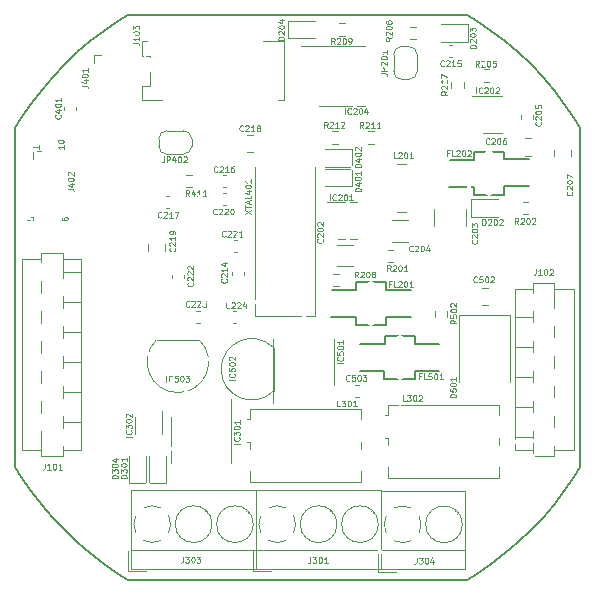
<source format=gbr>
G04 #@! TF.GenerationSoftware,KiCad,Pcbnew,5.1.12*
G04 #@! TF.CreationDate,2022-08-14T20:08:33+02:00*
G04 #@! TF.ProjectId,hec-base,6865632d-6261-4736-952e-6b696361645f,0001*
G04 #@! TF.SameCoordinates,PX4cec620PY8f8c0c0*
G04 #@! TF.FileFunction,Legend,Top*
G04 #@! TF.FilePolarity,Positive*
%FSLAX46Y46*%
G04 Gerber Fmt 4.6, Leading zero omitted, Abs format (unit mm)*
G04 Created by KiCad (PCBNEW 5.1.12) date 2022-08-14 20:08:33*
%MOMM*%
%LPD*%
G01*
G04 APERTURE LIST*
G04 #@! TA.AperFunction,Profile*
%ADD10C,0.200000*%
G04 #@! TD*
%ADD11C,0.120000*%
%ADD12C,0.150000*%
%ADD13C,0.100000*%
%ADD14C,0.060000*%
%ADD15C,1.500000*%
%ADD16R,1.500000X3.000000*%
%ADD17C,0.800000*%
%ADD18O,2.000000X1.200000*%
%ADD19C,1.000000*%
%ADD20R,2.300000X2.500000*%
%ADD21R,0.400000X0.650000*%
%ADD22R,1.500000X1.050000*%
%ADD23O,1.500000X1.050000*%
%ADD24R,1.050000X1.500000*%
%ADD25O,1.050000X1.500000*%
%ADD26C,2.300000*%
%ADD27R,2.300000X2.300000*%
%ADD28R,2.000000X1.200000*%
%ADD29R,2.000000X4.500000*%
%ADD30C,0.787400*%
%ADD31C,0.990600*%
%ADD32C,0.450000*%
%ADD33C,0.500000*%
G04 APERTURE END LIST*
D10*
X47811560Y9541500D02*
X47811560Y38296900D01*
X47310460Y39114620D02*
X46483160Y40318400D01*
X9533860Y19200D02*
X38289260Y19200D01*
X512665Y8723800D02*
X1340000Y7520000D01*
X40310760Y46490760D02*
X39106960Y47318095D01*
X47310460Y8723800D02*
X47811560Y9541500D01*
X47811560Y38296900D02*
X47310460Y39114620D01*
X2229200Y41477230D02*
X1340000Y40318400D01*
X512665Y39114620D02*
X11566Y38296900D01*
X3177830Y42587930D02*
X2229200Y41477230D01*
X8716140Y520300D02*
X9533860Y19200D01*
X7512360Y46490760D02*
X6353530Y45601560D01*
X42580260Y44652930D02*
X41469560Y45601560D01*
X5242830Y3185500D02*
X6353530Y2236800D01*
X46483160Y40318400D02*
X45593960Y41477230D01*
X2229200Y6361200D02*
X3177830Y5250500D01*
X40310760Y1347600D02*
X41469560Y2236800D01*
X6353530Y45601560D02*
X5242830Y44652930D01*
X41469560Y45601560D02*
X40310760Y46490760D01*
X38289260Y19200D02*
X39106960Y520300D01*
X7512360Y1347600D02*
X8716140Y520300D01*
X45593960Y41477230D02*
X44645260Y42587930D01*
X46483160Y7520000D02*
X47310460Y8723800D01*
X3177830Y5250500D02*
X4183290Y4190900D01*
X1340000Y40318400D02*
X512665Y39114620D01*
X4183290Y43647470D02*
X3177830Y42587930D01*
X44645260Y42587930D02*
X43639860Y43647470D01*
X39106960Y520300D02*
X40310760Y1347600D01*
X44645260Y5250500D02*
X45593960Y6361200D01*
X41469560Y2236800D02*
X42580260Y3185500D01*
X4183290Y4190900D02*
X5242830Y3185500D01*
X8716140Y47318095D02*
X7512360Y46490760D01*
X43639860Y4190900D02*
X44645260Y5250500D01*
X42580260Y3185500D02*
X43639860Y4190900D01*
X11566Y9541500D02*
X512665Y8723800D01*
X43639860Y43647470D02*
X42580260Y44652930D01*
X45593960Y6361200D02*
X46483160Y7520000D01*
X5242830Y44652930D02*
X4183290Y43647470D01*
X39106960Y47318095D02*
X38289260Y47819194D01*
X6353530Y2236800D02*
X7512360Y1347600D01*
X38289260Y47819194D02*
X9533860Y47819194D01*
X11566Y38296900D02*
X11566Y9541500D01*
X9533860Y47819194D02*
X8716140Y47318095D01*
X1340000Y7520000D02*
X2229200Y6361200D01*
D11*
G04 #@! TO.C,J103*
X22278600Y40591100D02*
X22778600Y40591100D01*
X22778600Y40591100D02*
X22778600Y45591100D01*
X22778600Y45591100D02*
X21008600Y45591100D01*
X12468600Y40591100D02*
X10698600Y40591100D01*
X10698600Y40591100D02*
X10698600Y41841100D01*
X10698600Y41841100D02*
X11398600Y41841100D01*
X11398600Y41841100D02*
X11398600Y44341100D01*
X11398600Y44341100D02*
X10698600Y44341100D01*
X10698600Y44341100D02*
X10698600Y45591100D01*
X10698600Y45591100D02*
X11198600Y45591100D01*
D12*
G04 #@! TO.C,FL202*
X38846760Y32618680D02*
X38846760Y33279080D01*
X43477180Y33309560D02*
X41404540Y33309560D01*
X41402000Y33309560D02*
X41402000Y32618680D01*
X41402000Y32618680D02*
X38846760Y32618680D01*
X38846760Y33279080D02*
X36756340Y33281620D01*
X41407080Y35605720D02*
X43497500Y35603180D01*
X41407080Y36266120D02*
X41407080Y35605720D01*
X38851840Y36266120D02*
X41407080Y36266120D01*
X38851840Y35575240D02*
X38851840Y36266120D01*
X36776660Y35575240D02*
X38849300Y35575240D01*
G04 #@! TO.C,FL201*
X28864560Y21582380D02*
X28864560Y22242780D01*
X33494980Y22273260D02*
X31422340Y22273260D01*
X31419800Y22273260D02*
X31419800Y21582380D01*
X31419800Y21582380D02*
X28864560Y21582380D01*
X28864560Y22242780D02*
X26774140Y22245320D01*
X31424880Y24569420D02*
X33515300Y24566880D01*
X31424880Y25229820D02*
X31424880Y24569420D01*
X28869640Y25229820D02*
X31424880Y25229820D01*
X28869640Y24538940D02*
X28869640Y25229820D01*
X26794460Y24538940D02*
X28867100Y24538940D01*
G04 #@! TO.C,FL501*
X31264860Y17023080D02*
X31264860Y17683480D01*
X35895280Y17713960D02*
X33822640Y17713960D01*
X33820100Y17713960D02*
X33820100Y17023080D01*
X33820100Y17023080D02*
X31264860Y17023080D01*
X31264860Y17683480D02*
X29174440Y17686020D01*
X33825180Y20010120D02*
X35915600Y20007580D01*
X33825180Y20670520D02*
X33825180Y20010120D01*
X31269940Y20670520D02*
X33825180Y20670520D01*
X31269940Y19979640D02*
X31269940Y20670520D01*
X29194760Y19979640D02*
X31267400Y19979640D01*
D11*
G04 #@! TO.C,J102*
X47310000Y10997640D02*
X47310000Y24612220D01*
X42304300Y22254920D02*
X43802900Y22254920D01*
X42304300Y19720000D02*
X43802900Y19720000D01*
X42304300Y17177460D02*
X43802900Y17177460D01*
X42304300Y14637460D02*
X43802900Y14637460D01*
X42304300Y12097460D02*
X43802900Y12097460D01*
X45653333Y12902640D02*
X45653333Y13842440D01*
X45653333Y15442640D02*
X45653333Y16379900D01*
X45653333Y17980100D02*
X45653333Y18919900D01*
X45653333Y20522640D02*
X45653333Y21464980D01*
X45653333Y23044860D02*
X45653333Y24612220D01*
X43806667Y22729900D02*
X43806667Y21792640D01*
X43806667Y20192440D02*
X43806667Y19252640D01*
X47310000Y24612220D02*
X45653333Y24612220D01*
X45653333Y24612220D02*
X45653333Y25147220D01*
X45653333Y25147220D02*
X43806667Y25147220D01*
X43806667Y25147220D02*
X43806667Y24612220D01*
X43806667Y24612220D02*
X42310000Y24612220D01*
X43806667Y10997460D02*
X42310000Y10997460D01*
X43806667Y10465000D02*
X43806667Y10997460D01*
X47310000Y10997460D02*
X45653333Y10997460D01*
X45653333Y10465000D02*
X43806667Y10465000D01*
X45653333Y10997460D02*
X45653333Y10465000D01*
X45653333Y10997460D02*
X45653333Y11294820D01*
X43806667Y24612220D02*
X43806667Y24314860D01*
X43806667Y17652440D02*
X43806667Y16712640D01*
X43806667Y15109900D02*
X43806667Y14172640D01*
X43806667Y12572440D02*
X43806667Y10997460D01*
X42310000Y24612040D02*
X42310000Y10997460D01*
G04 #@! TO.C,R208*
X26940742Y24877500D02*
X27415258Y24877500D01*
X26940742Y25922500D02*
X27415258Y25922500D01*
G04 #@! TO.C,D202*
X38621600Y30735600D02*
X40906600Y30735600D01*
X38621600Y32205600D02*
X38621600Y30735600D01*
X40906600Y32205600D02*
X38621600Y32205600D01*
G04 #@! TO.C,C202*
X27203348Y26547400D02*
X28625852Y26547400D01*
X27203348Y28367400D02*
X28625852Y28367400D01*
G04 #@! TO.C,C203*
X35431900Y31381752D02*
X35431900Y29959248D01*
X38151900Y31381752D02*
X38151900Y29959248D01*
G04 #@! TO.C,C204*
X31866048Y28642900D02*
X33288552Y28642900D01*
X31866048Y30462900D02*
X33288552Y30462900D01*
G04 #@! TO.C,C205*
X42784300Y39340400D02*
X42784300Y39059240D01*
X43804300Y39340400D02*
X43804300Y39059240D01*
G04 #@! TO.C,C206*
X43162588Y35922280D02*
X43685092Y35922280D01*
X43162588Y37392280D02*
X43685092Y37392280D01*
G04 #@! TO.C,C207*
X47069680Y35888028D02*
X47069680Y36410532D01*
X45599680Y35888028D02*
X45599680Y36410532D01*
G04 #@! TO.C,C214*
X18346960Y26089220D02*
X18346960Y25808060D01*
X19366960Y26089220D02*
X19366960Y25808060D01*
G04 #@! TO.C,C215*
X36740220Y44232100D02*
X37021380Y44232100D01*
X36740220Y45252100D02*
X37021380Y45252100D01*
G04 #@! TO.C,C216*
X17601320Y33246600D02*
X17882480Y33246600D01*
X17601320Y34266600D02*
X17882480Y34266600D01*
G04 #@! TO.C,C217*
X13018380Y32514000D02*
X12737220Y32514000D01*
X13018380Y31494000D02*
X12737220Y31494000D01*
G04 #@! TO.C,C218*
X19588848Y36222000D02*
X20111352Y36222000D01*
X19588848Y37692000D02*
X20111352Y37692000D01*
G04 #@! TO.C,C219*
X11241100Y28401952D02*
X11241100Y27879448D01*
X12711100Y28401952D02*
X12711100Y27879448D01*
G04 #@! TO.C,C220*
X17588620Y31697200D02*
X17869780Y31697200D01*
X17588620Y32717200D02*
X17869780Y32717200D01*
G04 #@! TO.C,C221*
X18503020Y27734800D02*
X18784180Y27734800D01*
X18503020Y28754800D02*
X18784180Y28754800D01*
G04 #@! TO.C,C222*
X13244100Y25832680D02*
X13244100Y25551520D01*
X14264100Y25832680D02*
X14264100Y25551520D01*
G04 #@! TO.C,C223*
X15328020Y21753100D02*
X15609180Y21753100D01*
X15328020Y22773100D02*
X15609180Y22773100D01*
G04 #@! TO.C,C224*
X18707980Y22760400D02*
X18426820Y22760400D01*
X18707980Y21740400D02*
X18426820Y21740400D01*
G04 #@! TO.C,C401*
X5170900Y39775520D02*
X5170900Y40056680D01*
X4150900Y39775520D02*
X4150900Y40056680D01*
G04 #@! TO.C,C502*
X39515148Y23242600D02*
X40037652Y23242600D01*
X39515148Y24712600D02*
X40037652Y24712600D01*
G04 #@! TO.C,C503*
X28789720Y15479300D02*
X29070880Y15479300D01*
X28789720Y16499300D02*
X29070880Y16499300D01*
G04 #@! TO.C,D203*
X38315000Y47026500D02*
X36030000Y47026500D01*
X38315000Y45556500D02*
X38315000Y47026500D01*
X36030000Y45556500D02*
X38315000Y45556500D01*
G04 #@! TO.C,D204*
X23102200Y45886700D02*
X25387200Y45886700D01*
X23102200Y47356700D02*
X23102200Y45886700D01*
X25387200Y47356700D02*
X23102200Y47356700D01*
G04 #@! TO.C,D301*
X12774600Y8192300D02*
X12774600Y10477300D01*
X11304600Y8192300D02*
X12774600Y8192300D01*
X11304600Y10477300D02*
X11304600Y8192300D01*
G04 #@! TO.C,D304*
X11098200Y8192500D02*
X11098200Y10477500D01*
X9628200Y8192500D02*
X11098200Y8192500D01*
X9628200Y10477500D02*
X9628200Y8192500D01*
G04 #@! TO.C,D401*
X28536000Y34821800D02*
X26251000Y34821800D01*
X28536000Y33351800D02*
X28536000Y34821800D01*
X26251000Y33351800D02*
X28536000Y33351800D01*
G04 #@! TO.C,D402*
X28536000Y36460100D02*
X26251000Y36460100D01*
X28536000Y34990100D02*
X28536000Y36460100D01*
X26251000Y34990100D02*
X28536000Y34990100D01*
G04 #@! TO.C,D501*
X41875600Y22447600D02*
X41875600Y16747600D01*
X37575600Y22447600D02*
X37575600Y16747600D01*
X41875600Y22447600D02*
X37575600Y22447600D01*
G04 #@! TO.C,IC201*
X28168600Y31951100D02*
X26368600Y31951100D01*
X28168600Y31951100D02*
X28968600Y31951100D01*
X28168600Y28831100D02*
X27368600Y28831100D01*
X28168600Y28831100D02*
X28968600Y28831100D01*
G04 #@! TO.C,IC202*
X40436800Y40968100D02*
X38636800Y40968100D01*
X40436800Y40968100D02*
X41236800Y40968100D01*
X40436800Y37848100D02*
X39636800Y37848100D01*
X40436800Y37848100D02*
X41236800Y37848100D01*
G04 #@! TO.C,IC204*
X27647900Y45219300D02*
X24197900Y45219300D01*
X27647900Y45219300D02*
X29597900Y45219300D01*
X27647900Y40099300D02*
X25697900Y40099300D01*
X27647900Y40099300D02*
X29597900Y40099300D01*
G04 #@! TO.C,IC301*
X18308000Y11836400D02*
X18308000Y15286400D01*
X18308000Y11836400D02*
X18308000Y9886400D01*
X13188000Y11836400D02*
X13188000Y13786400D01*
X13188000Y11836400D02*
X13188000Y9886400D01*
G04 #@! TO.C,IC302*
X10117600Y13755600D02*
X10117600Y12355600D01*
X12437600Y12355600D02*
X12437600Y14255600D01*
G04 #@! TO.C,IC501*
X21862100Y18427700D02*
X21862100Y14977700D01*
X21862100Y18427700D02*
X21862100Y20377700D01*
X26982100Y18427700D02*
X26982100Y16477700D01*
X26982100Y18427700D02*
X26982100Y20377700D01*
G04 #@! TO.C,IC502*
X21877900Y16030800D02*
X21877900Y19630800D01*
X21866378Y19669278D02*
G75*
G03*
X17427900Y17830800I-1838478J-1838478D01*
G01*
X21866378Y15992322D02*
G75*
G02*
X17427900Y17830800I-1838478J1838478D01*
G01*
G04 #@! TO.C,IC503*
X15566800Y20303100D02*
X11966800Y20303100D01*
X11928322Y20291578D02*
G75*
G03*
X13766800Y15853100I1838478J-1838478D01*
G01*
X15605278Y20291578D02*
G75*
G02*
X13766800Y15853100I-1838478J-1838478D01*
G01*
G04 #@! TO.C,J101*
X5555700Y13372540D02*
X4057100Y13372540D01*
X5555700Y15915080D02*
X4057100Y15915080D01*
X5555700Y18450000D02*
X4057100Y18450000D01*
X5555700Y20992540D02*
X4057100Y20992540D01*
X5555700Y23532540D02*
X4057100Y23532540D01*
X5555700Y26072540D02*
X4057100Y26072540D01*
X2206667Y25267360D02*
X2206667Y24327560D01*
X2206667Y22727360D02*
X2206667Y21790100D01*
X2206667Y20189900D02*
X2206667Y19250100D01*
X2206667Y17647360D02*
X2206667Y16705020D01*
X2206667Y15104820D02*
X2206667Y14167560D01*
X2206667Y12567360D02*
X2206667Y11000000D01*
X4053333Y12897560D02*
X4053333Y13834820D01*
X4053333Y15440100D02*
X4053333Y16377360D01*
X4053333Y17977560D02*
X4053333Y18917360D01*
X5550000Y11000000D02*
X5550000Y27170000D01*
X550000Y27170000D02*
X550000Y11000000D01*
X550000Y11000000D02*
X2206667Y11000000D01*
X2206667Y11000000D02*
X2206667Y10465000D01*
X2206667Y10465000D02*
X4053333Y10465000D01*
X4053333Y10465000D02*
X4053333Y11000000D01*
X4053333Y11000000D02*
X5550000Y11000000D01*
X4053333Y27172540D02*
X5550000Y27172540D01*
X4053333Y27705000D02*
X4053333Y27172540D01*
X550000Y27172540D02*
X2206667Y27172540D01*
X2206667Y27705000D02*
X4053333Y27705000D01*
X2206667Y27172540D02*
X2206667Y27705000D01*
X2206667Y27172540D02*
X2206667Y26875180D01*
X4053333Y11000000D02*
X4053333Y11297360D01*
X4053333Y20517560D02*
X4053333Y21457360D01*
X4053333Y23060100D02*
X4053333Y23997360D01*
X4053333Y25597560D02*
X4053333Y27172540D01*
G04 #@! TO.C,J301*
X20134452Y714558D02*
X21634452Y714558D01*
X20134452Y2454558D02*
X20134452Y714558D01*
X28081452Y3800558D02*
X28005452Y3724558D01*
X30174452Y5894558D02*
X30120452Y5840558D01*
X28249452Y3589558D02*
X28195452Y3534558D01*
X30364452Y5704558D02*
X30288452Y5628558D01*
X24581452Y3800558D02*
X24505452Y3724558D01*
X26674452Y5894558D02*
X26620452Y5840558D01*
X24749452Y3589558D02*
X24695452Y3534558D01*
X26864452Y5704558D02*
X26788452Y5628558D01*
X30994452Y7574558D02*
X30994452Y954558D01*
X20374452Y7574558D02*
X20374452Y954558D01*
X20374452Y954558D02*
X30994452Y954558D01*
X20374452Y7574558D02*
X30994452Y7574558D01*
X20374452Y2514558D02*
X30994452Y2514558D01*
X30739452Y4714558D02*
G75*
G03*
X30739452Y4714558I-1555000J0D01*
G01*
X27239452Y4714558D02*
G75*
G03*
X27239452Y4714558I-1555000J0D01*
G01*
X22210896Y3158877D02*
G75*
G02*
X21477452Y3328558I-26444J1555681D01*
G01*
X20797807Y4008825D02*
G75*
G02*
X20798452Y5421558I1386645J705733D01*
G01*
X21478719Y6101203D02*
G75*
G02*
X22891452Y6100558I705733J-1386645D01*
G01*
X23571097Y5420291D02*
G75*
G02*
X23570452Y4007558I-1386645J-705733D01*
G01*
X22890407Y3329043D02*
G75*
G02*
X22184452Y3159558I-705955J1385515D01*
G01*
G04 #@! TO.C,J303*
X9550000Y718000D02*
X11050000Y718000D01*
X9550000Y2458000D02*
X9550000Y718000D01*
X17497000Y3804000D02*
X17421000Y3728000D01*
X19590000Y5898000D02*
X19536000Y5844000D01*
X17665000Y3593000D02*
X17611000Y3538000D01*
X19780000Y5708000D02*
X19704000Y5632000D01*
X13997000Y3804000D02*
X13921000Y3728000D01*
X16090000Y5898000D02*
X16036000Y5844000D01*
X14165000Y3593000D02*
X14111000Y3538000D01*
X16280000Y5708000D02*
X16204000Y5632000D01*
X20410000Y7578000D02*
X20410000Y958000D01*
X9790000Y7578000D02*
X9790000Y958000D01*
X9790000Y958000D02*
X20410000Y958000D01*
X9790000Y7578000D02*
X20410000Y7578000D01*
X9790000Y2518000D02*
X20410000Y2518000D01*
X20155000Y4718000D02*
G75*
G03*
X20155000Y4718000I-1555000J0D01*
G01*
X16655000Y4718000D02*
G75*
G03*
X16655000Y4718000I-1555000J0D01*
G01*
X11626444Y3162319D02*
G75*
G02*
X10893000Y3332000I-26444J1555681D01*
G01*
X10213355Y4012267D02*
G75*
G02*
X10214000Y5425000I1386645J705733D01*
G01*
X10894267Y6104645D02*
G75*
G02*
X12307000Y6104000I705733J-1386645D01*
G01*
X12986645Y5423733D02*
G75*
G02*
X12986000Y4011000I-1386645J-705733D01*
G01*
X12305955Y3332485D02*
G75*
G02*
X11600000Y3163000I-705955J1385515D01*
G01*
G04 #@! TO.C,J304*
X30750000Y700000D02*
X32250000Y700000D01*
X30750000Y2440000D02*
X30750000Y700000D01*
X35197000Y3786000D02*
X35121000Y3710000D01*
X37290000Y5880000D02*
X37236000Y5826000D01*
X35365000Y3575000D02*
X35311000Y3520000D01*
X37480000Y5690000D02*
X37404000Y5614000D01*
X38110000Y7560000D02*
X38110000Y940000D01*
X30990000Y7560000D02*
X30990000Y940000D01*
X30990000Y940000D02*
X38110000Y940000D01*
X30990000Y7560000D02*
X38110000Y7560000D01*
X30990000Y2500000D02*
X38110000Y2500000D01*
X37855000Y4700000D02*
G75*
G03*
X37855000Y4700000I-1555000J0D01*
G01*
X32826444Y3144319D02*
G75*
G02*
X32093000Y3314000I-26444J1555681D01*
G01*
X31413355Y3994267D02*
G75*
G02*
X31414000Y5407000I1386645J705733D01*
G01*
X32094267Y6086645D02*
G75*
G02*
X33507000Y6086000I705733J-1386645D01*
G01*
X34186645Y5405733D02*
G75*
G02*
X34186000Y3993000I-1386645J-705733D01*
G01*
X33505955Y3314485D02*
G75*
G02*
X32800000Y3145000I-705955J1385515D01*
G01*
G04 #@! TO.C,JP201*
X32035240Y43069280D02*
X32035240Y44469280D01*
X32735240Y45169280D02*
X33335240Y45169280D01*
X34035240Y44469280D02*
X34035240Y43069280D01*
X33335240Y42369280D02*
X32735240Y42369280D01*
X32735240Y42369280D02*
G75*
G02*
X32035240Y43069280I0J700000D01*
G01*
X34035240Y43069280D02*
G75*
G02*
X33335240Y42369280I-700000J0D01*
G01*
X33335240Y45169280D02*
G75*
G02*
X34035240Y44469280I0J-700000D01*
G01*
X32035240Y44469280D02*
G75*
G02*
X32735240Y45169280I700000J0D01*
G01*
G04 #@! TO.C,JP402*
X14238200Y36033200D02*
X12838200Y36033200D01*
X12138200Y36733200D02*
X12138200Y37333200D01*
X12838200Y38033200D02*
X14238200Y38033200D01*
X14938200Y37333200D02*
X14938200Y36733200D01*
X14938200Y36733200D02*
G75*
G02*
X14238200Y36033200I-700000J0D01*
G01*
X14238200Y38033200D02*
G75*
G02*
X14938200Y37333200I0J-700000D01*
G01*
X12138200Y37333200D02*
G75*
G02*
X12838200Y38033200I700000J0D01*
G01*
X12838200Y36033200D02*
G75*
G02*
X12138200Y36733200I0J700000D01*
G01*
G04 #@! TO.C,L201*
X33059800Y31162400D02*
X32319800Y31162400D01*
X32319800Y35182400D02*
X33059800Y35182400D01*
G04 #@! TO.C,L301*
X29236400Y8291900D02*
X19836400Y8291900D01*
X29236400Y8291900D02*
X29236400Y9191900D01*
X19836400Y8291900D02*
X19836400Y9191900D01*
X29236400Y14491900D02*
X29236400Y13591900D01*
X19836400Y14491900D02*
X19836400Y13591900D01*
X19836400Y14491900D02*
X29236400Y14491900D01*
X19636400Y13591900D02*
X19736400Y13591900D01*
X19836400Y13591900D02*
X19636400Y13591900D01*
X19836400Y11691900D02*
X19836400Y11091900D01*
X19636400Y11691900D02*
X19836400Y11691900D01*
X29236400Y11691900D02*
X29236400Y11091900D01*
G04 #@! TO.C,L302*
X40920400Y8634800D02*
X31520400Y8634800D01*
X40920400Y8634800D02*
X40920400Y9534800D01*
X31520400Y8634800D02*
X31520400Y9534800D01*
X40920400Y14834800D02*
X40920400Y13934800D01*
X31520400Y14834800D02*
X31520400Y13934800D01*
X31520400Y14834800D02*
X40920400Y14834800D01*
X31320400Y13934800D02*
X31420400Y13934800D01*
X31520400Y13934800D02*
X31320400Y13934800D01*
X31520400Y12034800D02*
X31520400Y11434800D01*
X31320400Y12034800D02*
X31520400Y12034800D01*
X40920400Y12034800D02*
X40920400Y11434800D01*
G04 #@! TO.C,R201*
X31999958Y27941800D02*
X31525442Y27941800D01*
X31999958Y26896800D02*
X31525442Y26896800D01*
G04 #@! TO.C,R202*
X43442658Y32008340D02*
X42968142Y32008340D01*
X43442658Y30963340D02*
X42968142Y30963340D01*
G04 #@! TO.C,R205*
X39670722Y42172360D02*
X40145238Y42172360D01*
X39670722Y43217360D02*
X40145238Y43217360D01*
G04 #@! TO.C,R206*
X33443142Y45794400D02*
X33917658Y45794400D01*
X33443142Y46839400D02*
X33917658Y46839400D01*
G04 #@! TO.C,R207*
X37969720Y41683402D02*
X37969720Y42157918D01*
X36924720Y41683402D02*
X36924720Y42157918D01*
G04 #@! TO.C,R209*
X27910558Y47118800D02*
X27436042Y47118800D01*
X27910558Y46073800D02*
X27436042Y46073800D01*
G04 #@! TO.C,R211*
X29899842Y36942500D02*
X30374358Y36942500D01*
X29899842Y37987500D02*
X30374358Y37987500D01*
G04 #@! TO.C,R212*
X26839142Y36929800D02*
X27313658Y36929800D01*
X26839142Y37974800D02*
X27313658Y37974800D01*
G04 #@! TO.C,R411*
X14969258Y34279100D02*
X14494742Y34279100D01*
X14969258Y33234100D02*
X14494742Y33234100D01*
G04 #@! TO.C,R502*
X36590500Y22267142D02*
X36590500Y22741658D01*
X35545500Y22267142D02*
X35545500Y22741658D01*
G04 #@! TO.C,XTAL401*
X25384600Y22332200D02*
X25384600Y34932200D01*
X20284600Y22332200D02*
X25384600Y22332200D01*
X20284600Y34932200D02*
X20284600Y22332200D01*
G04 #@! TO.C,J401*
X6667500Y43764200D02*
X6667500Y44399200D01*
X6667500Y44399200D02*
X7302500Y44399200D01*
G04 #@! TO.C,J402*
X1546000Y35650000D02*
X1546000Y36285000D01*
X1546000Y36285000D02*
X2181000Y36285000D01*
G04 #@! TD*
G04 #@! TO.C,J103*
D13*
X9987790Y45458143D02*
X10344933Y45458143D01*
X10416361Y45434334D01*
X10463980Y45386715D01*
X10487790Y45315286D01*
X10487790Y45267667D01*
X10487790Y45958143D02*
X10487790Y45672429D01*
X10487790Y45815286D02*
X9987790Y45815286D01*
X10059219Y45767667D01*
X10106838Y45720048D01*
X10130647Y45672429D01*
X9987790Y46267667D02*
X9987790Y46315286D01*
X10011600Y46362905D01*
X10035409Y46386715D01*
X10083028Y46410524D01*
X10178266Y46434334D01*
X10297314Y46434334D01*
X10392552Y46410524D01*
X10440171Y46386715D01*
X10463980Y46362905D01*
X10487790Y46315286D01*
X10487790Y46267667D01*
X10463980Y46220048D01*
X10440171Y46196239D01*
X10392552Y46172429D01*
X10297314Y46148620D01*
X10178266Y46148620D01*
X10083028Y46172429D01*
X10035409Y46196239D01*
X10011600Y46220048D01*
X9987790Y46267667D01*
X9987790Y46601000D02*
X9987790Y46910524D01*
X10178266Y46743858D01*
X10178266Y46815286D01*
X10202076Y46862905D01*
X10225885Y46886715D01*
X10273504Y46910524D01*
X10392552Y46910524D01*
X10440171Y46886715D01*
X10463980Y46862905D01*
X10487790Y46815286D01*
X10487790Y46672429D01*
X10463980Y46624810D01*
X10440171Y46601000D01*
G04 #@! TO.C,FL202*
X36708661Y36129115D02*
X36541995Y36129115D01*
X36541995Y35867210D02*
X36541995Y36367210D01*
X36780090Y36367210D01*
X37208661Y35867210D02*
X36970566Y35867210D01*
X36970566Y36367210D01*
X37351519Y36319591D02*
X37375328Y36343400D01*
X37422947Y36367210D01*
X37541995Y36367210D01*
X37589614Y36343400D01*
X37613423Y36319591D01*
X37637233Y36271972D01*
X37637233Y36224353D01*
X37613423Y36152924D01*
X37327709Y35867210D01*
X37637233Y35867210D01*
X37946757Y36367210D02*
X37994376Y36367210D01*
X38041995Y36343400D01*
X38065804Y36319591D01*
X38089614Y36271972D01*
X38113423Y36176734D01*
X38113423Y36057686D01*
X38089614Y35962448D01*
X38065804Y35914829D01*
X38041995Y35891020D01*
X37994376Y35867210D01*
X37946757Y35867210D01*
X37899138Y35891020D01*
X37875328Y35914829D01*
X37851519Y35962448D01*
X37827709Y36057686D01*
X37827709Y36176734D01*
X37851519Y36271972D01*
X37875328Y36319591D01*
X37899138Y36343400D01*
X37946757Y36367210D01*
X38303900Y36319591D02*
X38327709Y36343400D01*
X38375328Y36367210D01*
X38494376Y36367210D01*
X38541995Y36343400D01*
X38565804Y36319591D01*
X38589614Y36271972D01*
X38589614Y36224353D01*
X38565804Y36152924D01*
X38280090Y35867210D01*
X38589614Y35867210D01*
G04 #@! TO.C,FL201*
X31793761Y25067415D02*
X31627095Y25067415D01*
X31627095Y24805510D02*
X31627095Y25305510D01*
X31865190Y25305510D01*
X32293761Y24805510D02*
X32055666Y24805510D01*
X32055666Y25305510D01*
X32436619Y25257891D02*
X32460428Y25281700D01*
X32508047Y25305510D01*
X32627095Y25305510D01*
X32674714Y25281700D01*
X32698523Y25257891D01*
X32722333Y25210272D01*
X32722333Y25162653D01*
X32698523Y25091224D01*
X32412809Y24805510D01*
X32722333Y24805510D01*
X33031857Y25305510D02*
X33079476Y25305510D01*
X33127095Y25281700D01*
X33150904Y25257891D01*
X33174714Y25210272D01*
X33198523Y25115034D01*
X33198523Y24995986D01*
X33174714Y24900748D01*
X33150904Y24853129D01*
X33127095Y24829320D01*
X33079476Y24805510D01*
X33031857Y24805510D01*
X32984238Y24829320D01*
X32960428Y24853129D01*
X32936619Y24900748D01*
X32912809Y24995986D01*
X32912809Y25115034D01*
X32936619Y25210272D01*
X32960428Y25257891D01*
X32984238Y25281700D01*
X33031857Y25305510D01*
X33674714Y24805510D02*
X33389000Y24805510D01*
X33531857Y24805510D02*
X33531857Y25305510D01*
X33484238Y25234081D01*
X33436619Y25186462D01*
X33389000Y25162653D01*
G04 #@! TO.C,FL501*
X34333761Y17244215D02*
X34167095Y17244215D01*
X34167095Y16982310D02*
X34167095Y17482310D01*
X34405190Y17482310D01*
X34833761Y16982310D02*
X34595666Y16982310D01*
X34595666Y17482310D01*
X35238523Y17482310D02*
X35000428Y17482310D01*
X34976619Y17244215D01*
X35000428Y17268024D01*
X35048047Y17291834D01*
X35167095Y17291834D01*
X35214714Y17268024D01*
X35238523Y17244215D01*
X35262333Y17196596D01*
X35262333Y17077548D01*
X35238523Y17029929D01*
X35214714Y17006120D01*
X35167095Y16982310D01*
X35048047Y16982310D01*
X35000428Y17006120D01*
X34976619Y17029929D01*
X35571857Y17482310D02*
X35619476Y17482310D01*
X35667095Y17458500D01*
X35690904Y17434691D01*
X35714714Y17387072D01*
X35738523Y17291834D01*
X35738523Y17172786D01*
X35714714Y17077548D01*
X35690904Y17029929D01*
X35667095Y17006120D01*
X35619476Y16982310D01*
X35571857Y16982310D01*
X35524238Y17006120D01*
X35500428Y17029929D01*
X35476619Y17077548D01*
X35452809Y17172786D01*
X35452809Y17291834D01*
X35476619Y17387072D01*
X35500428Y17434691D01*
X35524238Y17458500D01*
X35571857Y17482310D01*
X36214714Y16982310D02*
X35929000Y16982310D01*
X36071857Y16982310D02*
X36071857Y17482310D01*
X36024238Y17410881D01*
X35976619Y17363262D01*
X35929000Y17339453D01*
G04 #@! TO.C,J102*
X44071902Y26315870D02*
X44071902Y25958727D01*
X44048093Y25887299D01*
X44000474Y25839680D01*
X43929045Y25815870D01*
X43881426Y25815870D01*
X44571902Y25815870D02*
X44286188Y25815870D01*
X44429045Y25815870D02*
X44429045Y26315870D01*
X44381426Y26244441D01*
X44333807Y26196822D01*
X44286188Y26173013D01*
X44881426Y26315870D02*
X44929045Y26315870D01*
X44976664Y26292060D01*
X45000474Y26268251D01*
X45024283Y26220632D01*
X45048093Y26125394D01*
X45048093Y26006346D01*
X45024283Y25911108D01*
X45000474Y25863489D01*
X44976664Y25839680D01*
X44929045Y25815870D01*
X44881426Y25815870D01*
X44833807Y25839680D01*
X44809998Y25863489D01*
X44786188Y25911108D01*
X44762379Y26006346D01*
X44762379Y26125394D01*
X44786188Y26220632D01*
X44809998Y26268251D01*
X44833807Y26292060D01*
X44881426Y26315870D01*
X45238569Y26268251D02*
X45262379Y26292060D01*
X45309998Y26315870D01*
X45429045Y26315870D01*
X45476664Y26292060D01*
X45500474Y26268251D01*
X45524283Y26220632D01*
X45524283Y26173013D01*
X45500474Y26101584D01*
X45214760Y25815870D01*
X45524283Y25815870D01*
G04 #@! TO.C,R208*
X29044176Y25605610D02*
X28877509Y25843705D01*
X28758461Y25605610D02*
X28758461Y26105610D01*
X28948938Y26105610D01*
X28996557Y26081800D01*
X29020366Y26057991D01*
X29044176Y26010372D01*
X29044176Y25938943D01*
X29020366Y25891324D01*
X28996557Y25867515D01*
X28948938Y25843705D01*
X28758461Y25843705D01*
X29234652Y26057991D02*
X29258461Y26081800D01*
X29306080Y26105610D01*
X29425128Y26105610D01*
X29472747Y26081800D01*
X29496557Y26057991D01*
X29520366Y26010372D01*
X29520366Y25962753D01*
X29496557Y25891324D01*
X29210842Y25605610D01*
X29520366Y25605610D01*
X29829890Y26105610D02*
X29877509Y26105610D01*
X29925128Y26081800D01*
X29948938Y26057991D01*
X29972747Y26010372D01*
X29996557Y25915134D01*
X29996557Y25796086D01*
X29972747Y25700848D01*
X29948938Y25653229D01*
X29925128Y25629420D01*
X29877509Y25605610D01*
X29829890Y25605610D01*
X29782271Y25629420D01*
X29758461Y25653229D01*
X29734652Y25700848D01*
X29710842Y25796086D01*
X29710842Y25915134D01*
X29734652Y26010372D01*
X29758461Y26057991D01*
X29782271Y26081800D01*
X29829890Y26105610D01*
X30282271Y25891324D02*
X30234652Y25915134D01*
X30210842Y25938943D01*
X30187033Y25986562D01*
X30187033Y26010372D01*
X30210842Y26057991D01*
X30234652Y26081800D01*
X30282271Y26105610D01*
X30377509Y26105610D01*
X30425128Y26081800D01*
X30448938Y26057991D01*
X30472747Y26010372D01*
X30472747Y25986562D01*
X30448938Y25938943D01*
X30425128Y25915134D01*
X30377509Y25891324D01*
X30282271Y25891324D01*
X30234652Y25867515D01*
X30210842Y25843705D01*
X30187033Y25796086D01*
X30187033Y25700848D01*
X30210842Y25653229D01*
X30234652Y25629420D01*
X30282271Y25605610D01*
X30377509Y25605610D01*
X30425128Y25629420D01*
X30448938Y25653229D01*
X30472747Y25700848D01*
X30472747Y25796086D01*
X30448938Y25843705D01*
X30425128Y25867515D01*
X30377509Y25891324D01*
G04 #@! TO.C,D202*
X39553461Y30050610D02*
X39553461Y30550610D01*
X39672509Y30550610D01*
X39743938Y30526800D01*
X39791557Y30479181D01*
X39815366Y30431562D01*
X39839176Y30336324D01*
X39839176Y30264896D01*
X39815366Y30169658D01*
X39791557Y30122039D01*
X39743938Y30074420D01*
X39672509Y30050610D01*
X39553461Y30050610D01*
X40029652Y30502991D02*
X40053461Y30526800D01*
X40101080Y30550610D01*
X40220128Y30550610D01*
X40267747Y30526800D01*
X40291557Y30502991D01*
X40315366Y30455372D01*
X40315366Y30407753D01*
X40291557Y30336324D01*
X40005842Y30050610D01*
X40315366Y30050610D01*
X40624890Y30550610D02*
X40672509Y30550610D01*
X40720128Y30526800D01*
X40743938Y30502991D01*
X40767747Y30455372D01*
X40791557Y30360134D01*
X40791557Y30241086D01*
X40767747Y30145848D01*
X40743938Y30098229D01*
X40720128Y30074420D01*
X40672509Y30050610D01*
X40624890Y30050610D01*
X40577271Y30074420D01*
X40553461Y30098229D01*
X40529652Y30145848D01*
X40505842Y30241086D01*
X40505842Y30360134D01*
X40529652Y30455372D01*
X40553461Y30502991D01*
X40577271Y30526800D01*
X40624890Y30550610D01*
X40982033Y30502991D02*
X41005842Y30526800D01*
X41053461Y30550610D01*
X41172509Y30550610D01*
X41220128Y30526800D01*
X41243938Y30502991D01*
X41267747Y30455372D01*
X41267747Y30407753D01*
X41243938Y30336324D01*
X40958223Y30050610D01*
X41267747Y30050610D01*
G04 #@! TO.C,C202*
X26010371Y28853677D02*
X26034180Y28829867D01*
X26057990Y28758439D01*
X26057990Y28710820D01*
X26034180Y28639391D01*
X25986561Y28591772D01*
X25938942Y28567962D01*
X25843704Y28544153D01*
X25772276Y28544153D01*
X25677038Y28567962D01*
X25629419Y28591772D01*
X25581800Y28639391D01*
X25557990Y28710820D01*
X25557990Y28758439D01*
X25581800Y28829867D01*
X25605609Y28853677D01*
X25605609Y29044153D02*
X25581800Y29067962D01*
X25557990Y29115581D01*
X25557990Y29234629D01*
X25581800Y29282248D01*
X25605609Y29306058D01*
X25653228Y29329867D01*
X25700847Y29329867D01*
X25772276Y29306058D01*
X26057990Y29020343D01*
X26057990Y29329867D01*
X25557990Y29639391D02*
X25557990Y29687010D01*
X25581800Y29734629D01*
X25605609Y29758439D01*
X25653228Y29782248D01*
X25748466Y29806058D01*
X25867514Y29806058D01*
X25962752Y29782248D01*
X26010371Y29758439D01*
X26034180Y29734629D01*
X26057990Y29687010D01*
X26057990Y29639391D01*
X26034180Y29591772D01*
X26010371Y29567962D01*
X25962752Y29544153D01*
X25867514Y29520343D01*
X25748466Y29520343D01*
X25653228Y29544153D01*
X25605609Y29567962D01*
X25581800Y29591772D01*
X25557990Y29639391D01*
X25605609Y29996534D02*
X25581800Y30020343D01*
X25557990Y30067962D01*
X25557990Y30187010D01*
X25581800Y30234629D01*
X25605609Y30258439D01*
X25653228Y30282248D01*
X25700847Y30282248D01*
X25772276Y30258439D01*
X26057990Y29972724D01*
X26057990Y30282248D01*
G04 #@! TO.C,C203*
X39091371Y28764777D02*
X39115180Y28740967D01*
X39138990Y28669539D01*
X39138990Y28621920D01*
X39115180Y28550491D01*
X39067561Y28502872D01*
X39019942Y28479062D01*
X38924704Y28455253D01*
X38853276Y28455253D01*
X38758038Y28479062D01*
X38710419Y28502872D01*
X38662800Y28550491D01*
X38638990Y28621920D01*
X38638990Y28669539D01*
X38662800Y28740967D01*
X38686609Y28764777D01*
X38686609Y28955253D02*
X38662800Y28979062D01*
X38638990Y29026681D01*
X38638990Y29145729D01*
X38662800Y29193348D01*
X38686609Y29217158D01*
X38734228Y29240967D01*
X38781847Y29240967D01*
X38853276Y29217158D01*
X39138990Y28931443D01*
X39138990Y29240967D01*
X38638990Y29550491D02*
X38638990Y29598110D01*
X38662800Y29645729D01*
X38686609Y29669539D01*
X38734228Y29693348D01*
X38829466Y29717158D01*
X38948514Y29717158D01*
X39043752Y29693348D01*
X39091371Y29669539D01*
X39115180Y29645729D01*
X39138990Y29598110D01*
X39138990Y29550491D01*
X39115180Y29502872D01*
X39091371Y29479062D01*
X39043752Y29455253D01*
X38948514Y29431443D01*
X38829466Y29431443D01*
X38734228Y29455253D01*
X38686609Y29479062D01*
X38662800Y29502872D01*
X38638990Y29550491D01*
X38638990Y29883824D02*
X38638990Y30193348D01*
X38829466Y30026681D01*
X38829466Y30098110D01*
X38853276Y30145729D01*
X38877085Y30169539D01*
X38924704Y30193348D01*
X39043752Y30193348D01*
X39091371Y30169539D01*
X39115180Y30145729D01*
X39138990Y30098110D01*
X39138990Y29955253D01*
X39115180Y29907634D01*
X39091371Y29883824D01*
G04 #@! TO.C,C204*
X33654276Y27850329D02*
X33630466Y27826520D01*
X33559038Y27802710D01*
X33511419Y27802710D01*
X33439990Y27826520D01*
X33392371Y27874139D01*
X33368561Y27921758D01*
X33344752Y28016996D01*
X33344752Y28088424D01*
X33368561Y28183662D01*
X33392371Y28231281D01*
X33439990Y28278900D01*
X33511419Y28302710D01*
X33559038Y28302710D01*
X33630466Y28278900D01*
X33654276Y28255091D01*
X33844752Y28255091D02*
X33868561Y28278900D01*
X33916180Y28302710D01*
X34035228Y28302710D01*
X34082847Y28278900D01*
X34106657Y28255091D01*
X34130466Y28207472D01*
X34130466Y28159853D01*
X34106657Y28088424D01*
X33820942Y27802710D01*
X34130466Y27802710D01*
X34439990Y28302710D02*
X34487609Y28302710D01*
X34535228Y28278900D01*
X34559038Y28255091D01*
X34582847Y28207472D01*
X34606657Y28112234D01*
X34606657Y27993186D01*
X34582847Y27897948D01*
X34559038Y27850329D01*
X34535228Y27826520D01*
X34487609Y27802710D01*
X34439990Y27802710D01*
X34392371Y27826520D01*
X34368561Y27850329D01*
X34344752Y27897948D01*
X34320942Y27993186D01*
X34320942Y28112234D01*
X34344752Y28207472D01*
X34368561Y28255091D01*
X34392371Y28278900D01*
X34439990Y28302710D01*
X35035228Y28136043D02*
X35035228Y27802710D01*
X34916180Y28326520D02*
X34797133Y27969377D01*
X35106657Y27969377D01*
G04 #@! TO.C,C205*
X44488871Y38772377D02*
X44512680Y38748567D01*
X44536490Y38677139D01*
X44536490Y38629520D01*
X44512680Y38558091D01*
X44465061Y38510472D01*
X44417442Y38486662D01*
X44322204Y38462853D01*
X44250776Y38462853D01*
X44155538Y38486662D01*
X44107919Y38510472D01*
X44060300Y38558091D01*
X44036490Y38629520D01*
X44036490Y38677139D01*
X44060300Y38748567D01*
X44084109Y38772377D01*
X44084109Y38962853D02*
X44060300Y38986662D01*
X44036490Y39034281D01*
X44036490Y39153329D01*
X44060300Y39200948D01*
X44084109Y39224758D01*
X44131728Y39248567D01*
X44179347Y39248567D01*
X44250776Y39224758D01*
X44536490Y38939043D01*
X44536490Y39248567D01*
X44036490Y39558091D02*
X44036490Y39605710D01*
X44060300Y39653329D01*
X44084109Y39677139D01*
X44131728Y39700948D01*
X44226966Y39724758D01*
X44346014Y39724758D01*
X44441252Y39700948D01*
X44488871Y39677139D01*
X44512680Y39653329D01*
X44536490Y39605710D01*
X44536490Y39558091D01*
X44512680Y39510472D01*
X44488871Y39486662D01*
X44441252Y39462853D01*
X44346014Y39439043D01*
X44226966Y39439043D01*
X44131728Y39462853D01*
X44084109Y39486662D01*
X44060300Y39510472D01*
X44036490Y39558091D01*
X44036490Y40177139D02*
X44036490Y39939043D01*
X44274585Y39915234D01*
X44250776Y39939043D01*
X44226966Y39986662D01*
X44226966Y40105710D01*
X44250776Y40153329D01*
X44274585Y40177139D01*
X44322204Y40200948D01*
X44441252Y40200948D01*
X44488871Y40177139D01*
X44512680Y40153329D01*
X44536490Y40105710D01*
X44536490Y39986662D01*
X44512680Y39939043D01*
X44488871Y39915234D01*
G04 #@! TO.C,C206*
X40131276Y36943529D02*
X40107466Y36919720D01*
X40036038Y36895910D01*
X39988419Y36895910D01*
X39916990Y36919720D01*
X39869371Y36967339D01*
X39845561Y37014958D01*
X39821752Y37110196D01*
X39821752Y37181624D01*
X39845561Y37276862D01*
X39869371Y37324481D01*
X39916990Y37372100D01*
X39988419Y37395910D01*
X40036038Y37395910D01*
X40107466Y37372100D01*
X40131276Y37348291D01*
X40321752Y37348291D02*
X40345561Y37372100D01*
X40393180Y37395910D01*
X40512228Y37395910D01*
X40559847Y37372100D01*
X40583657Y37348291D01*
X40607466Y37300672D01*
X40607466Y37253053D01*
X40583657Y37181624D01*
X40297942Y36895910D01*
X40607466Y36895910D01*
X40916990Y37395910D02*
X40964609Y37395910D01*
X41012228Y37372100D01*
X41036038Y37348291D01*
X41059847Y37300672D01*
X41083657Y37205434D01*
X41083657Y37086386D01*
X41059847Y36991148D01*
X41036038Y36943529D01*
X41012228Y36919720D01*
X40964609Y36895910D01*
X40916990Y36895910D01*
X40869371Y36919720D01*
X40845561Y36943529D01*
X40821752Y36991148D01*
X40797942Y37086386D01*
X40797942Y37205434D01*
X40821752Y37300672D01*
X40845561Y37348291D01*
X40869371Y37372100D01*
X40916990Y37395910D01*
X41512228Y37395910D02*
X41416990Y37395910D01*
X41369371Y37372100D01*
X41345561Y37348291D01*
X41297942Y37276862D01*
X41274133Y37181624D01*
X41274133Y36991148D01*
X41297942Y36943529D01*
X41321752Y36919720D01*
X41369371Y36895910D01*
X41464609Y36895910D01*
X41512228Y36919720D01*
X41536038Y36943529D01*
X41559847Y36991148D01*
X41559847Y37110196D01*
X41536038Y37157815D01*
X41512228Y37181624D01*
X41464609Y37205434D01*
X41369371Y37205434D01*
X41321752Y37181624D01*
X41297942Y37157815D01*
X41274133Y37110196D01*
G04 #@! TO.C,C207*
X47130471Y32879577D02*
X47154280Y32855767D01*
X47178090Y32784339D01*
X47178090Y32736720D01*
X47154280Y32665291D01*
X47106661Y32617672D01*
X47059042Y32593862D01*
X46963804Y32570053D01*
X46892376Y32570053D01*
X46797138Y32593862D01*
X46749519Y32617672D01*
X46701900Y32665291D01*
X46678090Y32736720D01*
X46678090Y32784339D01*
X46701900Y32855767D01*
X46725709Y32879577D01*
X46725709Y33070053D02*
X46701900Y33093862D01*
X46678090Y33141481D01*
X46678090Y33260529D01*
X46701900Y33308148D01*
X46725709Y33331958D01*
X46773328Y33355767D01*
X46820947Y33355767D01*
X46892376Y33331958D01*
X47178090Y33046243D01*
X47178090Y33355767D01*
X46678090Y33665291D02*
X46678090Y33712910D01*
X46701900Y33760529D01*
X46725709Y33784339D01*
X46773328Y33808148D01*
X46868566Y33831958D01*
X46987614Y33831958D01*
X47082852Y33808148D01*
X47130471Y33784339D01*
X47154280Y33760529D01*
X47178090Y33712910D01*
X47178090Y33665291D01*
X47154280Y33617672D01*
X47130471Y33593862D01*
X47082852Y33570053D01*
X46987614Y33546243D01*
X46868566Y33546243D01*
X46773328Y33570053D01*
X46725709Y33593862D01*
X46701900Y33617672D01*
X46678090Y33665291D01*
X46678090Y33998624D02*
X46678090Y34331958D01*
X47178090Y34117672D01*
G04 #@! TO.C,C214*
X17882371Y25462777D02*
X17906180Y25438967D01*
X17929990Y25367539D01*
X17929990Y25319920D01*
X17906180Y25248491D01*
X17858561Y25200872D01*
X17810942Y25177062D01*
X17715704Y25153253D01*
X17644276Y25153253D01*
X17549038Y25177062D01*
X17501419Y25200872D01*
X17453800Y25248491D01*
X17429990Y25319920D01*
X17429990Y25367539D01*
X17453800Y25438967D01*
X17477609Y25462777D01*
X17477609Y25653253D02*
X17453800Y25677062D01*
X17429990Y25724681D01*
X17429990Y25843729D01*
X17453800Y25891348D01*
X17477609Y25915158D01*
X17525228Y25938967D01*
X17572847Y25938967D01*
X17644276Y25915158D01*
X17929990Y25629443D01*
X17929990Y25938967D01*
X17929990Y26415158D02*
X17929990Y26129443D01*
X17929990Y26272300D02*
X17429990Y26272300D01*
X17501419Y26224681D01*
X17549038Y26177062D01*
X17572847Y26129443D01*
X17596657Y26843729D02*
X17929990Y26843729D01*
X17406180Y26724681D02*
X17763323Y26605634D01*
X17763323Y26915158D01*
G04 #@! TO.C,C215*
X36295876Y43534829D02*
X36272066Y43511020D01*
X36200638Y43487210D01*
X36153019Y43487210D01*
X36081590Y43511020D01*
X36033971Y43558639D01*
X36010161Y43606258D01*
X35986352Y43701496D01*
X35986352Y43772924D01*
X36010161Y43868162D01*
X36033971Y43915781D01*
X36081590Y43963400D01*
X36153019Y43987210D01*
X36200638Y43987210D01*
X36272066Y43963400D01*
X36295876Y43939591D01*
X36486352Y43939591D02*
X36510161Y43963400D01*
X36557780Y43987210D01*
X36676828Y43987210D01*
X36724447Y43963400D01*
X36748257Y43939591D01*
X36772066Y43891972D01*
X36772066Y43844353D01*
X36748257Y43772924D01*
X36462542Y43487210D01*
X36772066Y43487210D01*
X37248257Y43487210D02*
X36962542Y43487210D01*
X37105400Y43487210D02*
X37105400Y43987210D01*
X37057780Y43915781D01*
X37010161Y43868162D01*
X36962542Y43844353D01*
X37700638Y43987210D02*
X37462542Y43987210D01*
X37438733Y43749115D01*
X37462542Y43772924D01*
X37510161Y43796734D01*
X37629209Y43796734D01*
X37676828Y43772924D01*
X37700638Y43749115D01*
X37724447Y43701496D01*
X37724447Y43582448D01*
X37700638Y43534829D01*
X37676828Y43511020D01*
X37629209Y43487210D01*
X37510161Y43487210D01*
X37462542Y43511020D01*
X37438733Y43534829D01*
G04 #@! TO.C,C216*
X17106176Y34581329D02*
X17082366Y34557520D01*
X17010938Y34533710D01*
X16963319Y34533710D01*
X16891890Y34557520D01*
X16844271Y34605139D01*
X16820461Y34652758D01*
X16796652Y34747996D01*
X16796652Y34819424D01*
X16820461Y34914662D01*
X16844271Y34962281D01*
X16891890Y35009900D01*
X16963319Y35033710D01*
X17010938Y35033710D01*
X17082366Y35009900D01*
X17106176Y34986091D01*
X17296652Y34986091D02*
X17320461Y35009900D01*
X17368080Y35033710D01*
X17487128Y35033710D01*
X17534747Y35009900D01*
X17558557Y34986091D01*
X17582366Y34938472D01*
X17582366Y34890853D01*
X17558557Y34819424D01*
X17272842Y34533710D01*
X17582366Y34533710D01*
X18058557Y34533710D02*
X17772842Y34533710D01*
X17915700Y34533710D02*
X17915700Y35033710D01*
X17868080Y34962281D01*
X17820461Y34914662D01*
X17772842Y34890853D01*
X18487128Y35033710D02*
X18391890Y35033710D01*
X18344271Y35009900D01*
X18320461Y34986091D01*
X18272842Y34914662D01*
X18249033Y34819424D01*
X18249033Y34628948D01*
X18272842Y34581329D01*
X18296652Y34557520D01*
X18344271Y34533710D01*
X18439509Y34533710D01*
X18487128Y34557520D01*
X18510938Y34581329D01*
X18534747Y34628948D01*
X18534747Y34747996D01*
X18510938Y34795615D01*
X18487128Y34819424D01*
X18439509Y34843234D01*
X18344271Y34843234D01*
X18296652Y34819424D01*
X18272842Y34795615D01*
X18249033Y34747996D01*
G04 #@! TO.C,C217*
X12369076Y30707829D02*
X12345266Y30684020D01*
X12273838Y30660210D01*
X12226219Y30660210D01*
X12154790Y30684020D01*
X12107171Y30731639D01*
X12083361Y30779258D01*
X12059552Y30874496D01*
X12059552Y30945924D01*
X12083361Y31041162D01*
X12107171Y31088781D01*
X12154790Y31136400D01*
X12226219Y31160210D01*
X12273838Y31160210D01*
X12345266Y31136400D01*
X12369076Y31112591D01*
X12559552Y31112591D02*
X12583361Y31136400D01*
X12630980Y31160210D01*
X12750028Y31160210D01*
X12797647Y31136400D01*
X12821457Y31112591D01*
X12845266Y31064972D01*
X12845266Y31017353D01*
X12821457Y30945924D01*
X12535742Y30660210D01*
X12845266Y30660210D01*
X13321457Y30660210D02*
X13035742Y30660210D01*
X13178600Y30660210D02*
X13178600Y31160210D01*
X13130980Y31088781D01*
X13083361Y31041162D01*
X13035742Y31017353D01*
X13488123Y31160210D02*
X13821457Y31160210D01*
X13607171Y30660210D01*
G04 #@! TO.C,C218*
X19290576Y38035729D02*
X19266766Y38011920D01*
X19195338Y37988110D01*
X19147719Y37988110D01*
X19076290Y38011920D01*
X19028671Y38059539D01*
X19004861Y38107158D01*
X18981052Y38202396D01*
X18981052Y38273824D01*
X19004861Y38369062D01*
X19028671Y38416681D01*
X19076290Y38464300D01*
X19147719Y38488110D01*
X19195338Y38488110D01*
X19266766Y38464300D01*
X19290576Y38440491D01*
X19481052Y38440491D02*
X19504861Y38464300D01*
X19552480Y38488110D01*
X19671528Y38488110D01*
X19719147Y38464300D01*
X19742957Y38440491D01*
X19766766Y38392872D01*
X19766766Y38345253D01*
X19742957Y38273824D01*
X19457242Y37988110D01*
X19766766Y37988110D01*
X20242957Y37988110D02*
X19957242Y37988110D01*
X20100100Y37988110D02*
X20100100Y38488110D01*
X20052480Y38416681D01*
X20004861Y38369062D01*
X19957242Y38345253D01*
X20528671Y38273824D02*
X20481052Y38297634D01*
X20457242Y38321443D01*
X20433433Y38369062D01*
X20433433Y38392872D01*
X20457242Y38440491D01*
X20481052Y38464300D01*
X20528671Y38488110D01*
X20623909Y38488110D01*
X20671528Y38464300D01*
X20695338Y38440491D01*
X20719147Y38392872D01*
X20719147Y38369062D01*
X20695338Y38321443D01*
X20671528Y38297634D01*
X20623909Y38273824D01*
X20528671Y38273824D01*
X20481052Y38250015D01*
X20457242Y38226205D01*
X20433433Y38178586D01*
X20433433Y38083348D01*
X20457242Y38035729D01*
X20481052Y38011920D01*
X20528671Y37988110D01*
X20623909Y37988110D01*
X20671528Y38011920D01*
X20695338Y38035729D01*
X20719147Y38083348D01*
X20719147Y38178586D01*
X20695338Y38226205D01*
X20671528Y38250015D01*
X20623909Y38273824D01*
G04 #@! TO.C,C219*
X13513571Y28104377D02*
X13537380Y28080567D01*
X13561190Y28009139D01*
X13561190Y27961520D01*
X13537380Y27890091D01*
X13489761Y27842472D01*
X13442142Y27818662D01*
X13346904Y27794853D01*
X13275476Y27794853D01*
X13180238Y27818662D01*
X13132619Y27842472D01*
X13085000Y27890091D01*
X13061190Y27961520D01*
X13061190Y28009139D01*
X13085000Y28080567D01*
X13108809Y28104377D01*
X13108809Y28294853D02*
X13085000Y28318662D01*
X13061190Y28366281D01*
X13061190Y28485329D01*
X13085000Y28532948D01*
X13108809Y28556758D01*
X13156428Y28580567D01*
X13204047Y28580567D01*
X13275476Y28556758D01*
X13561190Y28271043D01*
X13561190Y28580567D01*
X13561190Y29056758D02*
X13561190Y28771043D01*
X13561190Y28913900D02*
X13061190Y28913900D01*
X13132619Y28866281D01*
X13180238Y28818662D01*
X13204047Y28771043D01*
X13561190Y29294853D02*
X13561190Y29390091D01*
X13537380Y29437710D01*
X13513571Y29461520D01*
X13442142Y29509139D01*
X13346904Y29532948D01*
X13156428Y29532948D01*
X13108809Y29509139D01*
X13085000Y29485329D01*
X13061190Y29437710D01*
X13061190Y29342472D01*
X13085000Y29294853D01*
X13108809Y29271043D01*
X13156428Y29247234D01*
X13275476Y29247234D01*
X13323095Y29271043D01*
X13346904Y29294853D01*
X13370714Y29342472D01*
X13370714Y29437710D01*
X13346904Y29485329D01*
X13323095Y29509139D01*
X13275476Y29532948D01*
G04 #@! TO.C,C220*
X17068076Y30987229D02*
X17044266Y30963420D01*
X16972838Y30939610D01*
X16925219Y30939610D01*
X16853790Y30963420D01*
X16806171Y31011039D01*
X16782361Y31058658D01*
X16758552Y31153896D01*
X16758552Y31225324D01*
X16782361Y31320562D01*
X16806171Y31368181D01*
X16853790Y31415800D01*
X16925219Y31439610D01*
X16972838Y31439610D01*
X17044266Y31415800D01*
X17068076Y31391991D01*
X17258552Y31391991D02*
X17282361Y31415800D01*
X17329980Y31439610D01*
X17449028Y31439610D01*
X17496647Y31415800D01*
X17520457Y31391991D01*
X17544266Y31344372D01*
X17544266Y31296753D01*
X17520457Y31225324D01*
X17234742Y30939610D01*
X17544266Y30939610D01*
X17734742Y31391991D02*
X17758552Y31415800D01*
X17806171Y31439610D01*
X17925219Y31439610D01*
X17972838Y31415800D01*
X17996647Y31391991D01*
X18020457Y31344372D01*
X18020457Y31296753D01*
X17996647Y31225324D01*
X17710933Y30939610D01*
X18020457Y30939610D01*
X18329980Y31439610D02*
X18377600Y31439610D01*
X18425219Y31415800D01*
X18449028Y31391991D01*
X18472838Y31344372D01*
X18496647Y31249134D01*
X18496647Y31130086D01*
X18472838Y31034848D01*
X18449028Y30987229D01*
X18425219Y30963420D01*
X18377600Y30939610D01*
X18329980Y30939610D01*
X18282361Y30963420D01*
X18258552Y30987229D01*
X18234742Y31034848D01*
X18210933Y31130086D01*
X18210933Y31249134D01*
X18234742Y31344372D01*
X18258552Y31391991D01*
X18282361Y31415800D01*
X18329980Y31439610D01*
G04 #@! TO.C,C221*
X17804676Y29107629D02*
X17780866Y29083820D01*
X17709438Y29060010D01*
X17661819Y29060010D01*
X17590390Y29083820D01*
X17542771Y29131439D01*
X17518961Y29179058D01*
X17495152Y29274296D01*
X17495152Y29345724D01*
X17518961Y29440962D01*
X17542771Y29488581D01*
X17590390Y29536200D01*
X17661819Y29560010D01*
X17709438Y29560010D01*
X17780866Y29536200D01*
X17804676Y29512391D01*
X17995152Y29512391D02*
X18018961Y29536200D01*
X18066580Y29560010D01*
X18185628Y29560010D01*
X18233247Y29536200D01*
X18257057Y29512391D01*
X18280866Y29464772D01*
X18280866Y29417153D01*
X18257057Y29345724D01*
X17971342Y29060010D01*
X18280866Y29060010D01*
X18471342Y29512391D02*
X18495152Y29536200D01*
X18542771Y29560010D01*
X18661819Y29560010D01*
X18709438Y29536200D01*
X18733247Y29512391D01*
X18757057Y29464772D01*
X18757057Y29417153D01*
X18733247Y29345724D01*
X18447533Y29060010D01*
X18757057Y29060010D01*
X19233247Y29060010D02*
X18947533Y29060010D01*
X19090390Y29060010D02*
X19090390Y29560010D01*
X19042771Y29488581D01*
X18995152Y29440962D01*
X18947533Y29417153D01*
G04 #@! TO.C,C222*
X15024871Y25157977D02*
X15048680Y25134167D01*
X15072490Y25062739D01*
X15072490Y25015120D01*
X15048680Y24943691D01*
X15001061Y24896072D01*
X14953442Y24872262D01*
X14858204Y24848453D01*
X14786776Y24848453D01*
X14691538Y24872262D01*
X14643919Y24896072D01*
X14596300Y24943691D01*
X14572490Y25015120D01*
X14572490Y25062739D01*
X14596300Y25134167D01*
X14620109Y25157977D01*
X14620109Y25348453D02*
X14596300Y25372262D01*
X14572490Y25419881D01*
X14572490Y25538929D01*
X14596300Y25586548D01*
X14620109Y25610358D01*
X14667728Y25634167D01*
X14715347Y25634167D01*
X14786776Y25610358D01*
X15072490Y25324643D01*
X15072490Y25634167D01*
X14620109Y25824643D02*
X14596300Y25848453D01*
X14572490Y25896072D01*
X14572490Y26015120D01*
X14596300Y26062739D01*
X14620109Y26086548D01*
X14667728Y26110358D01*
X14715347Y26110358D01*
X14786776Y26086548D01*
X15072490Y25800834D01*
X15072490Y26110358D01*
X14620109Y26300834D02*
X14596300Y26324643D01*
X14572490Y26372262D01*
X14572490Y26491310D01*
X14596300Y26538929D01*
X14620109Y26562739D01*
X14667728Y26586548D01*
X14715347Y26586548D01*
X14786776Y26562739D01*
X15072490Y26277024D01*
X15072490Y26586548D01*
G04 #@! TO.C,C223*
X14731276Y23164029D02*
X14707466Y23140220D01*
X14636038Y23116410D01*
X14588419Y23116410D01*
X14516990Y23140220D01*
X14469371Y23187839D01*
X14445561Y23235458D01*
X14421752Y23330696D01*
X14421752Y23402124D01*
X14445561Y23497362D01*
X14469371Y23544981D01*
X14516990Y23592600D01*
X14588419Y23616410D01*
X14636038Y23616410D01*
X14707466Y23592600D01*
X14731276Y23568791D01*
X14921752Y23568791D02*
X14945561Y23592600D01*
X14993180Y23616410D01*
X15112228Y23616410D01*
X15159847Y23592600D01*
X15183657Y23568791D01*
X15207466Y23521172D01*
X15207466Y23473553D01*
X15183657Y23402124D01*
X14897942Y23116410D01*
X15207466Y23116410D01*
X15397942Y23568791D02*
X15421752Y23592600D01*
X15469371Y23616410D01*
X15588419Y23616410D01*
X15636038Y23592600D01*
X15659847Y23568791D01*
X15683657Y23521172D01*
X15683657Y23473553D01*
X15659847Y23402124D01*
X15374133Y23116410D01*
X15683657Y23116410D01*
X15850323Y23616410D02*
X16159847Y23616410D01*
X15993180Y23425934D01*
X16064609Y23425934D01*
X16112228Y23402124D01*
X16136038Y23378315D01*
X16159847Y23330696D01*
X16159847Y23211648D01*
X16136038Y23164029D01*
X16112228Y23140220D01*
X16064609Y23116410D01*
X15921752Y23116410D01*
X15874133Y23140220D01*
X15850323Y23164029D01*
G04 #@! TO.C,C224*
X18122176Y23037029D02*
X18098366Y23013220D01*
X18026938Y22989410D01*
X17979319Y22989410D01*
X17907890Y23013220D01*
X17860271Y23060839D01*
X17836461Y23108458D01*
X17812652Y23203696D01*
X17812652Y23275124D01*
X17836461Y23370362D01*
X17860271Y23417981D01*
X17907890Y23465600D01*
X17979319Y23489410D01*
X18026938Y23489410D01*
X18098366Y23465600D01*
X18122176Y23441791D01*
X18312652Y23441791D02*
X18336461Y23465600D01*
X18384080Y23489410D01*
X18503128Y23489410D01*
X18550747Y23465600D01*
X18574557Y23441791D01*
X18598366Y23394172D01*
X18598366Y23346553D01*
X18574557Y23275124D01*
X18288842Y22989410D01*
X18598366Y22989410D01*
X18788842Y23441791D02*
X18812652Y23465600D01*
X18860271Y23489410D01*
X18979319Y23489410D01*
X19026938Y23465600D01*
X19050747Y23441791D01*
X19074557Y23394172D01*
X19074557Y23346553D01*
X19050747Y23275124D01*
X18765033Y22989410D01*
X19074557Y22989410D01*
X19503128Y23322743D02*
X19503128Y22989410D01*
X19384080Y23513220D02*
X19265033Y23156077D01*
X19574557Y23156077D01*
G04 #@! TO.C,C401*
X3823471Y39369277D02*
X3847280Y39345467D01*
X3871090Y39274039D01*
X3871090Y39226420D01*
X3847280Y39154991D01*
X3799661Y39107372D01*
X3752042Y39083562D01*
X3656804Y39059753D01*
X3585376Y39059753D01*
X3490138Y39083562D01*
X3442519Y39107372D01*
X3394900Y39154991D01*
X3371090Y39226420D01*
X3371090Y39274039D01*
X3394900Y39345467D01*
X3418709Y39369277D01*
X3537757Y39797848D02*
X3871090Y39797848D01*
X3347280Y39678800D02*
X3704423Y39559753D01*
X3704423Y39869277D01*
X3371090Y40154991D02*
X3371090Y40202610D01*
X3394900Y40250229D01*
X3418709Y40274039D01*
X3466328Y40297848D01*
X3561566Y40321658D01*
X3680614Y40321658D01*
X3775852Y40297848D01*
X3823471Y40274039D01*
X3847280Y40250229D01*
X3871090Y40202610D01*
X3871090Y40154991D01*
X3847280Y40107372D01*
X3823471Y40083562D01*
X3775852Y40059753D01*
X3680614Y40035943D01*
X3561566Y40035943D01*
X3466328Y40059753D01*
X3418709Y40083562D01*
X3394900Y40107372D01*
X3371090Y40154991D01*
X3871090Y40797848D02*
X3871090Y40512134D01*
X3871090Y40654991D02*
X3371090Y40654991D01*
X3442519Y40607372D01*
X3490138Y40559753D01*
X3513947Y40512134D01*
G04 #@! TO.C,C502*
X39102576Y25234129D02*
X39078766Y25210320D01*
X39007338Y25186510D01*
X38959719Y25186510D01*
X38888290Y25210320D01*
X38840671Y25257939D01*
X38816861Y25305558D01*
X38793052Y25400796D01*
X38793052Y25472224D01*
X38816861Y25567462D01*
X38840671Y25615081D01*
X38888290Y25662700D01*
X38959719Y25686510D01*
X39007338Y25686510D01*
X39078766Y25662700D01*
X39102576Y25638891D01*
X39554957Y25686510D02*
X39316861Y25686510D01*
X39293052Y25448415D01*
X39316861Y25472224D01*
X39364480Y25496034D01*
X39483528Y25496034D01*
X39531147Y25472224D01*
X39554957Y25448415D01*
X39578766Y25400796D01*
X39578766Y25281748D01*
X39554957Y25234129D01*
X39531147Y25210320D01*
X39483528Y25186510D01*
X39364480Y25186510D01*
X39316861Y25210320D01*
X39293052Y25234129D01*
X39888290Y25686510D02*
X39935909Y25686510D01*
X39983528Y25662700D01*
X40007338Y25638891D01*
X40031147Y25591272D01*
X40054957Y25496034D01*
X40054957Y25376986D01*
X40031147Y25281748D01*
X40007338Y25234129D01*
X39983528Y25210320D01*
X39935909Y25186510D01*
X39888290Y25186510D01*
X39840671Y25210320D01*
X39816861Y25234129D01*
X39793052Y25281748D01*
X39769242Y25376986D01*
X39769242Y25496034D01*
X39793052Y25591272D01*
X39816861Y25638891D01*
X39840671Y25662700D01*
X39888290Y25686510D01*
X40245433Y25638891D02*
X40269242Y25662700D01*
X40316861Y25686510D01*
X40435909Y25686510D01*
X40483528Y25662700D01*
X40507338Y25638891D01*
X40531147Y25591272D01*
X40531147Y25543653D01*
X40507338Y25472224D01*
X40221623Y25186510D01*
X40531147Y25186510D01*
G04 #@! TO.C,C503*
X28307576Y16902929D02*
X28283766Y16879120D01*
X28212338Y16855310D01*
X28164719Y16855310D01*
X28093290Y16879120D01*
X28045671Y16926739D01*
X28021861Y16974358D01*
X27998052Y17069596D01*
X27998052Y17141024D01*
X28021861Y17236262D01*
X28045671Y17283881D01*
X28093290Y17331500D01*
X28164719Y17355310D01*
X28212338Y17355310D01*
X28283766Y17331500D01*
X28307576Y17307691D01*
X28759957Y17355310D02*
X28521861Y17355310D01*
X28498052Y17117215D01*
X28521861Y17141024D01*
X28569480Y17164834D01*
X28688528Y17164834D01*
X28736147Y17141024D01*
X28759957Y17117215D01*
X28783766Y17069596D01*
X28783766Y16950548D01*
X28759957Y16902929D01*
X28736147Y16879120D01*
X28688528Y16855310D01*
X28569480Y16855310D01*
X28521861Y16879120D01*
X28498052Y16902929D01*
X29093290Y17355310D02*
X29140909Y17355310D01*
X29188528Y17331500D01*
X29212338Y17307691D01*
X29236147Y17260072D01*
X29259957Y17164834D01*
X29259957Y17045786D01*
X29236147Y16950548D01*
X29212338Y16902929D01*
X29188528Y16879120D01*
X29140909Y16855310D01*
X29093290Y16855310D01*
X29045671Y16879120D01*
X29021861Y16902929D01*
X28998052Y16950548D01*
X28974242Y17045786D01*
X28974242Y17164834D01*
X28998052Y17260072D01*
X29021861Y17307691D01*
X29045671Y17331500D01*
X29093290Y17355310D01*
X29426623Y17355310D02*
X29736147Y17355310D01*
X29569480Y17164834D01*
X29640909Y17164834D01*
X29688528Y17141024D01*
X29712338Y17117215D01*
X29736147Y17069596D01*
X29736147Y16950548D01*
X29712338Y16902929D01*
X29688528Y16879120D01*
X29640909Y16855310D01*
X29498052Y16855310D01*
X29450433Y16879120D01*
X29426623Y16902929D01*
G04 #@! TO.C,D203*
X38986590Y45039862D02*
X38486590Y45039862D01*
X38486590Y45158910D01*
X38510400Y45230339D01*
X38558019Y45277958D01*
X38605638Y45301767D01*
X38700876Y45325577D01*
X38772304Y45325577D01*
X38867542Y45301767D01*
X38915161Y45277958D01*
X38962780Y45230339D01*
X38986590Y45158910D01*
X38986590Y45039862D01*
X38534209Y45516053D02*
X38510400Y45539862D01*
X38486590Y45587481D01*
X38486590Y45706529D01*
X38510400Y45754148D01*
X38534209Y45777958D01*
X38581828Y45801767D01*
X38629447Y45801767D01*
X38700876Y45777958D01*
X38986590Y45492243D01*
X38986590Y45801767D01*
X38486590Y46111291D02*
X38486590Y46158910D01*
X38510400Y46206529D01*
X38534209Y46230339D01*
X38581828Y46254148D01*
X38677066Y46277958D01*
X38796114Y46277958D01*
X38891352Y46254148D01*
X38938971Y46230339D01*
X38962780Y46206529D01*
X38986590Y46158910D01*
X38986590Y46111291D01*
X38962780Y46063672D01*
X38938971Y46039862D01*
X38891352Y46016053D01*
X38796114Y45992243D01*
X38677066Y45992243D01*
X38581828Y46016053D01*
X38534209Y46039862D01*
X38510400Y46063672D01*
X38486590Y46111291D01*
X38486590Y46444624D02*
X38486590Y46754148D01*
X38677066Y46587481D01*
X38677066Y46658910D01*
X38700876Y46706529D01*
X38724685Y46730339D01*
X38772304Y46754148D01*
X38891352Y46754148D01*
X38938971Y46730339D01*
X38962780Y46706529D01*
X38986590Y46658910D01*
X38986590Y46516053D01*
X38962780Y46468434D01*
X38938971Y46444624D01*
G04 #@! TO.C,D204*
X22781390Y45712962D02*
X22281390Y45712962D01*
X22281390Y45832010D01*
X22305200Y45903439D01*
X22352819Y45951058D01*
X22400438Y45974867D01*
X22495676Y45998677D01*
X22567104Y45998677D01*
X22662342Y45974867D01*
X22709961Y45951058D01*
X22757580Y45903439D01*
X22781390Y45832010D01*
X22781390Y45712962D01*
X22329009Y46189153D02*
X22305200Y46212962D01*
X22281390Y46260581D01*
X22281390Y46379629D01*
X22305200Y46427248D01*
X22329009Y46451058D01*
X22376628Y46474867D01*
X22424247Y46474867D01*
X22495676Y46451058D01*
X22781390Y46165343D01*
X22781390Y46474867D01*
X22281390Y46784391D02*
X22281390Y46832010D01*
X22305200Y46879629D01*
X22329009Y46903439D01*
X22376628Y46927248D01*
X22471866Y46951058D01*
X22590914Y46951058D01*
X22686152Y46927248D01*
X22733771Y46903439D01*
X22757580Y46879629D01*
X22781390Y46832010D01*
X22781390Y46784391D01*
X22757580Y46736772D01*
X22733771Y46712962D01*
X22686152Y46689153D01*
X22590914Y46665343D01*
X22471866Y46665343D01*
X22376628Y46689153D01*
X22329009Y46712962D01*
X22305200Y46736772D01*
X22281390Y46784391D01*
X22448057Y47379629D02*
X22781390Y47379629D01*
X22257580Y47260581D02*
X22614723Y47141534D01*
X22614723Y47451058D01*
G04 #@! TO.C,D301*
X9433690Y8628962D02*
X8933690Y8628962D01*
X8933690Y8748010D01*
X8957500Y8819439D01*
X9005119Y8867058D01*
X9052738Y8890867D01*
X9147976Y8914677D01*
X9219404Y8914677D01*
X9314642Y8890867D01*
X9362261Y8867058D01*
X9409880Y8819439D01*
X9433690Y8748010D01*
X9433690Y8628962D01*
X8933690Y9081343D02*
X8933690Y9390867D01*
X9124166Y9224200D01*
X9124166Y9295629D01*
X9147976Y9343248D01*
X9171785Y9367058D01*
X9219404Y9390867D01*
X9338452Y9390867D01*
X9386071Y9367058D01*
X9409880Y9343248D01*
X9433690Y9295629D01*
X9433690Y9152772D01*
X9409880Y9105153D01*
X9386071Y9081343D01*
X8933690Y9700391D02*
X8933690Y9748010D01*
X8957500Y9795629D01*
X8981309Y9819439D01*
X9028928Y9843248D01*
X9124166Y9867058D01*
X9243214Y9867058D01*
X9338452Y9843248D01*
X9386071Y9819439D01*
X9409880Y9795629D01*
X9433690Y9748010D01*
X9433690Y9700391D01*
X9409880Y9652772D01*
X9386071Y9628962D01*
X9338452Y9605153D01*
X9243214Y9581343D01*
X9124166Y9581343D01*
X9028928Y9605153D01*
X8981309Y9628962D01*
X8957500Y9652772D01*
X8933690Y9700391D01*
X9433690Y10343248D02*
X9433690Y10057534D01*
X9433690Y10200391D02*
X8933690Y10200391D01*
X9005119Y10152772D01*
X9052738Y10105153D01*
X9076547Y10057534D01*
G04 #@! TO.C,D304*
X8684390Y8590862D02*
X8184390Y8590862D01*
X8184390Y8709910D01*
X8208200Y8781339D01*
X8255819Y8828958D01*
X8303438Y8852767D01*
X8398676Y8876577D01*
X8470104Y8876577D01*
X8565342Y8852767D01*
X8612961Y8828958D01*
X8660580Y8781339D01*
X8684390Y8709910D01*
X8684390Y8590862D01*
X8184390Y9043243D02*
X8184390Y9352767D01*
X8374866Y9186100D01*
X8374866Y9257529D01*
X8398676Y9305148D01*
X8422485Y9328958D01*
X8470104Y9352767D01*
X8589152Y9352767D01*
X8636771Y9328958D01*
X8660580Y9305148D01*
X8684390Y9257529D01*
X8684390Y9114672D01*
X8660580Y9067053D01*
X8636771Y9043243D01*
X8184390Y9662291D02*
X8184390Y9709910D01*
X8208200Y9757529D01*
X8232009Y9781339D01*
X8279628Y9805148D01*
X8374866Y9828958D01*
X8493914Y9828958D01*
X8589152Y9805148D01*
X8636771Y9781339D01*
X8660580Y9757529D01*
X8684390Y9709910D01*
X8684390Y9662291D01*
X8660580Y9614672D01*
X8636771Y9590862D01*
X8589152Y9567053D01*
X8493914Y9543243D01*
X8374866Y9543243D01*
X8279628Y9567053D01*
X8232009Y9590862D01*
X8208200Y9614672D01*
X8184390Y9662291D01*
X8351057Y10257529D02*
X8684390Y10257529D01*
X8160580Y10138481D02*
X8517723Y10019434D01*
X8517723Y10328958D01*
G04 #@! TO.C,D401*
X29258390Y32885962D02*
X28758390Y32885962D01*
X28758390Y33005010D01*
X28782200Y33076439D01*
X28829819Y33124058D01*
X28877438Y33147867D01*
X28972676Y33171677D01*
X29044104Y33171677D01*
X29139342Y33147867D01*
X29186961Y33124058D01*
X29234580Y33076439D01*
X29258390Y33005010D01*
X29258390Y32885962D01*
X28925057Y33600248D02*
X29258390Y33600248D01*
X28734580Y33481200D02*
X29091723Y33362153D01*
X29091723Y33671677D01*
X28758390Y33957391D02*
X28758390Y34005010D01*
X28782200Y34052629D01*
X28806009Y34076439D01*
X28853628Y34100248D01*
X28948866Y34124058D01*
X29067914Y34124058D01*
X29163152Y34100248D01*
X29210771Y34076439D01*
X29234580Y34052629D01*
X29258390Y34005010D01*
X29258390Y33957391D01*
X29234580Y33909772D01*
X29210771Y33885962D01*
X29163152Y33862153D01*
X29067914Y33838343D01*
X28948866Y33838343D01*
X28853628Y33862153D01*
X28806009Y33885962D01*
X28782200Y33909772D01*
X28758390Y33957391D01*
X29258390Y34600248D02*
X29258390Y34314534D01*
X29258390Y34457391D02*
X28758390Y34457391D01*
X28829819Y34409772D01*
X28877438Y34362153D01*
X28901247Y34314534D01*
G04 #@! TO.C,D402*
X29258390Y34943362D02*
X28758390Y34943362D01*
X28758390Y35062410D01*
X28782200Y35133839D01*
X28829819Y35181458D01*
X28877438Y35205267D01*
X28972676Y35229077D01*
X29044104Y35229077D01*
X29139342Y35205267D01*
X29186961Y35181458D01*
X29234580Y35133839D01*
X29258390Y35062410D01*
X29258390Y34943362D01*
X28925057Y35657648D02*
X29258390Y35657648D01*
X28734580Y35538600D02*
X29091723Y35419553D01*
X29091723Y35729077D01*
X28758390Y36014791D02*
X28758390Y36062410D01*
X28782200Y36110029D01*
X28806009Y36133839D01*
X28853628Y36157648D01*
X28948866Y36181458D01*
X29067914Y36181458D01*
X29163152Y36157648D01*
X29210771Y36133839D01*
X29234580Y36110029D01*
X29258390Y36062410D01*
X29258390Y36014791D01*
X29234580Y35967172D01*
X29210771Y35943362D01*
X29163152Y35919553D01*
X29067914Y35895743D01*
X28948866Y35895743D01*
X28853628Y35919553D01*
X28806009Y35943362D01*
X28782200Y35967172D01*
X28758390Y36014791D01*
X28806009Y36371934D02*
X28782200Y36395743D01*
X28758390Y36443362D01*
X28758390Y36562410D01*
X28782200Y36610029D01*
X28806009Y36633839D01*
X28853628Y36657648D01*
X28901247Y36657648D01*
X28972676Y36633839D01*
X29258390Y36348124D01*
X29258390Y36657648D01*
G04 #@! TO.C,D501*
X37310190Y15448862D02*
X36810190Y15448862D01*
X36810190Y15567910D01*
X36834000Y15639339D01*
X36881619Y15686958D01*
X36929238Y15710767D01*
X37024476Y15734577D01*
X37095904Y15734577D01*
X37191142Y15710767D01*
X37238761Y15686958D01*
X37286380Y15639339D01*
X37310190Y15567910D01*
X37310190Y15448862D01*
X36810190Y16186958D02*
X36810190Y15948862D01*
X37048285Y15925053D01*
X37024476Y15948862D01*
X37000666Y15996481D01*
X37000666Y16115529D01*
X37024476Y16163148D01*
X37048285Y16186958D01*
X37095904Y16210767D01*
X37214952Y16210767D01*
X37262571Y16186958D01*
X37286380Y16163148D01*
X37310190Y16115529D01*
X37310190Y15996481D01*
X37286380Y15948862D01*
X37262571Y15925053D01*
X36810190Y16520291D02*
X36810190Y16567910D01*
X36834000Y16615529D01*
X36857809Y16639339D01*
X36905428Y16663148D01*
X37000666Y16686958D01*
X37119714Y16686958D01*
X37214952Y16663148D01*
X37262571Y16639339D01*
X37286380Y16615529D01*
X37310190Y16567910D01*
X37310190Y16520291D01*
X37286380Y16472672D01*
X37262571Y16448862D01*
X37214952Y16425053D01*
X37119714Y16401243D01*
X37000666Y16401243D01*
X36905428Y16425053D01*
X36857809Y16448862D01*
X36834000Y16472672D01*
X36810190Y16520291D01*
X37310190Y17163148D02*
X37310190Y16877434D01*
X37310190Y17020291D02*
X36810190Y17020291D01*
X36881619Y16972672D01*
X36929238Y16925053D01*
X36953047Y16877434D01*
G04 #@! TO.C,IC201*
X26632814Y32146110D02*
X26632814Y32646110D01*
X27156623Y32193729D02*
X27132814Y32169920D01*
X27061385Y32146110D01*
X27013766Y32146110D01*
X26942338Y32169920D01*
X26894719Y32217539D01*
X26870909Y32265158D01*
X26847100Y32360396D01*
X26847100Y32431824D01*
X26870909Y32527062D01*
X26894719Y32574681D01*
X26942338Y32622300D01*
X27013766Y32646110D01*
X27061385Y32646110D01*
X27132814Y32622300D01*
X27156623Y32598491D01*
X27347100Y32598491D02*
X27370909Y32622300D01*
X27418528Y32646110D01*
X27537576Y32646110D01*
X27585195Y32622300D01*
X27609004Y32598491D01*
X27632814Y32550872D01*
X27632814Y32503253D01*
X27609004Y32431824D01*
X27323290Y32146110D01*
X27632814Y32146110D01*
X27942338Y32646110D02*
X27989957Y32646110D01*
X28037576Y32622300D01*
X28061385Y32598491D01*
X28085195Y32550872D01*
X28109004Y32455634D01*
X28109004Y32336586D01*
X28085195Y32241348D01*
X28061385Y32193729D01*
X28037576Y32169920D01*
X27989957Y32146110D01*
X27942338Y32146110D01*
X27894719Y32169920D01*
X27870909Y32193729D01*
X27847100Y32241348D01*
X27823290Y32336586D01*
X27823290Y32455634D01*
X27847100Y32550872D01*
X27870909Y32598491D01*
X27894719Y32622300D01*
X27942338Y32646110D01*
X28585195Y32146110D02*
X28299480Y32146110D01*
X28442338Y32146110D02*
X28442338Y32646110D01*
X28394719Y32574681D01*
X28347100Y32527062D01*
X28299480Y32503253D01*
G04 #@! TO.C,IC202*
X39015314Y41201210D02*
X39015314Y41701210D01*
X39539123Y41248829D02*
X39515314Y41225020D01*
X39443885Y41201210D01*
X39396266Y41201210D01*
X39324838Y41225020D01*
X39277219Y41272639D01*
X39253409Y41320258D01*
X39229600Y41415496D01*
X39229600Y41486924D01*
X39253409Y41582162D01*
X39277219Y41629781D01*
X39324838Y41677400D01*
X39396266Y41701210D01*
X39443885Y41701210D01*
X39515314Y41677400D01*
X39539123Y41653591D01*
X39729600Y41653591D02*
X39753409Y41677400D01*
X39801028Y41701210D01*
X39920076Y41701210D01*
X39967695Y41677400D01*
X39991504Y41653591D01*
X40015314Y41605972D01*
X40015314Y41558353D01*
X39991504Y41486924D01*
X39705790Y41201210D01*
X40015314Y41201210D01*
X40324838Y41701210D02*
X40372457Y41701210D01*
X40420076Y41677400D01*
X40443885Y41653591D01*
X40467695Y41605972D01*
X40491504Y41510734D01*
X40491504Y41391686D01*
X40467695Y41296448D01*
X40443885Y41248829D01*
X40420076Y41225020D01*
X40372457Y41201210D01*
X40324838Y41201210D01*
X40277219Y41225020D01*
X40253409Y41248829D01*
X40229600Y41296448D01*
X40205790Y41391686D01*
X40205790Y41510734D01*
X40229600Y41605972D01*
X40253409Y41653591D01*
X40277219Y41677400D01*
X40324838Y41701210D01*
X40681980Y41653591D02*
X40705790Y41677400D01*
X40753409Y41701210D01*
X40872457Y41701210D01*
X40920076Y41677400D01*
X40943885Y41653591D01*
X40967695Y41605972D01*
X40967695Y41558353D01*
X40943885Y41486924D01*
X40658171Y41201210D01*
X40967695Y41201210D01*
G04 #@! TO.C,IC204*
X27902814Y39448610D02*
X27902814Y39948610D01*
X28426623Y39496229D02*
X28402814Y39472420D01*
X28331385Y39448610D01*
X28283766Y39448610D01*
X28212338Y39472420D01*
X28164719Y39520039D01*
X28140909Y39567658D01*
X28117100Y39662896D01*
X28117100Y39734324D01*
X28140909Y39829562D01*
X28164719Y39877181D01*
X28212338Y39924800D01*
X28283766Y39948610D01*
X28331385Y39948610D01*
X28402814Y39924800D01*
X28426623Y39900991D01*
X28617100Y39900991D02*
X28640909Y39924800D01*
X28688528Y39948610D01*
X28807576Y39948610D01*
X28855195Y39924800D01*
X28879004Y39900991D01*
X28902814Y39853372D01*
X28902814Y39805753D01*
X28879004Y39734324D01*
X28593290Y39448610D01*
X28902814Y39448610D01*
X29212338Y39948610D02*
X29259957Y39948610D01*
X29307576Y39924800D01*
X29331385Y39900991D01*
X29355195Y39853372D01*
X29379004Y39758134D01*
X29379004Y39639086D01*
X29355195Y39543848D01*
X29331385Y39496229D01*
X29307576Y39472420D01*
X29259957Y39448610D01*
X29212338Y39448610D01*
X29164719Y39472420D01*
X29140909Y39496229D01*
X29117100Y39543848D01*
X29093290Y39639086D01*
X29093290Y39758134D01*
X29117100Y39853372D01*
X29140909Y39900991D01*
X29164719Y39924800D01*
X29212338Y39948610D01*
X29807576Y39781943D02*
X29807576Y39448610D01*
X29688528Y39972420D02*
X29569480Y39615277D01*
X29879004Y39615277D01*
G04 #@! TO.C,IC301*
X19009490Y11545215D02*
X18509490Y11545215D01*
X18961871Y12069024D02*
X18985680Y12045215D01*
X19009490Y11973786D01*
X19009490Y11926167D01*
X18985680Y11854739D01*
X18938061Y11807120D01*
X18890442Y11783310D01*
X18795204Y11759500D01*
X18723776Y11759500D01*
X18628538Y11783310D01*
X18580919Y11807120D01*
X18533300Y11854739D01*
X18509490Y11926167D01*
X18509490Y11973786D01*
X18533300Y12045215D01*
X18557109Y12069024D01*
X18509490Y12235691D02*
X18509490Y12545215D01*
X18699966Y12378548D01*
X18699966Y12449977D01*
X18723776Y12497596D01*
X18747585Y12521405D01*
X18795204Y12545215D01*
X18914252Y12545215D01*
X18961871Y12521405D01*
X18985680Y12497596D01*
X19009490Y12449977D01*
X19009490Y12307120D01*
X18985680Y12259500D01*
X18961871Y12235691D01*
X18509490Y12854739D02*
X18509490Y12902358D01*
X18533300Y12949977D01*
X18557109Y12973786D01*
X18604728Y12997596D01*
X18699966Y13021405D01*
X18819014Y13021405D01*
X18914252Y12997596D01*
X18961871Y12973786D01*
X18985680Y12949977D01*
X19009490Y12902358D01*
X19009490Y12854739D01*
X18985680Y12807120D01*
X18961871Y12783310D01*
X18914252Y12759500D01*
X18819014Y12735691D01*
X18699966Y12735691D01*
X18604728Y12759500D01*
X18557109Y12783310D01*
X18533300Y12807120D01*
X18509490Y12854739D01*
X19009490Y13497596D02*
X19009490Y13211881D01*
X19009490Y13354739D02*
X18509490Y13354739D01*
X18580919Y13307120D01*
X18628538Y13259500D01*
X18652347Y13211881D01*
G04 #@! TO.C,IC302*
X9852790Y12129415D02*
X9352790Y12129415D01*
X9805171Y12653224D02*
X9828980Y12629415D01*
X9852790Y12557986D01*
X9852790Y12510367D01*
X9828980Y12438939D01*
X9781361Y12391320D01*
X9733742Y12367510D01*
X9638504Y12343700D01*
X9567076Y12343700D01*
X9471838Y12367510D01*
X9424219Y12391320D01*
X9376600Y12438939D01*
X9352790Y12510367D01*
X9352790Y12557986D01*
X9376600Y12629415D01*
X9400409Y12653224D01*
X9352790Y12819891D02*
X9352790Y13129415D01*
X9543266Y12962748D01*
X9543266Y13034177D01*
X9567076Y13081796D01*
X9590885Y13105605D01*
X9638504Y13129415D01*
X9757552Y13129415D01*
X9805171Y13105605D01*
X9828980Y13081796D01*
X9852790Y13034177D01*
X9852790Y12891320D01*
X9828980Y12843700D01*
X9805171Y12819891D01*
X9352790Y13438939D02*
X9352790Y13486558D01*
X9376600Y13534177D01*
X9400409Y13557986D01*
X9448028Y13581796D01*
X9543266Y13605605D01*
X9662314Y13605605D01*
X9757552Y13581796D01*
X9805171Y13557986D01*
X9828980Y13534177D01*
X9852790Y13486558D01*
X9852790Y13438939D01*
X9828980Y13391320D01*
X9805171Y13367510D01*
X9757552Y13343700D01*
X9662314Y13319891D01*
X9543266Y13319891D01*
X9448028Y13343700D01*
X9400409Y13367510D01*
X9376600Y13391320D01*
X9352790Y13438939D01*
X9400409Y13796081D02*
X9376600Y13819891D01*
X9352790Y13867510D01*
X9352790Y13986558D01*
X9376600Y14034177D01*
X9400409Y14057986D01*
X9448028Y14081796D01*
X9495647Y14081796D01*
X9567076Y14057986D01*
X9852790Y13772272D01*
X9852790Y14081796D01*
G04 #@! TO.C,IC501*
X27759790Y18339715D02*
X27259790Y18339715D01*
X27712171Y18863524D02*
X27735980Y18839715D01*
X27759790Y18768286D01*
X27759790Y18720667D01*
X27735980Y18649239D01*
X27688361Y18601620D01*
X27640742Y18577810D01*
X27545504Y18554000D01*
X27474076Y18554000D01*
X27378838Y18577810D01*
X27331219Y18601620D01*
X27283600Y18649239D01*
X27259790Y18720667D01*
X27259790Y18768286D01*
X27283600Y18839715D01*
X27307409Y18863524D01*
X27259790Y19315905D02*
X27259790Y19077810D01*
X27497885Y19054000D01*
X27474076Y19077810D01*
X27450266Y19125429D01*
X27450266Y19244477D01*
X27474076Y19292096D01*
X27497885Y19315905D01*
X27545504Y19339715D01*
X27664552Y19339715D01*
X27712171Y19315905D01*
X27735980Y19292096D01*
X27759790Y19244477D01*
X27759790Y19125429D01*
X27735980Y19077810D01*
X27712171Y19054000D01*
X27259790Y19649239D02*
X27259790Y19696858D01*
X27283600Y19744477D01*
X27307409Y19768286D01*
X27355028Y19792096D01*
X27450266Y19815905D01*
X27569314Y19815905D01*
X27664552Y19792096D01*
X27712171Y19768286D01*
X27735980Y19744477D01*
X27759790Y19696858D01*
X27759790Y19649239D01*
X27735980Y19601620D01*
X27712171Y19577810D01*
X27664552Y19554000D01*
X27569314Y19530191D01*
X27450266Y19530191D01*
X27355028Y19554000D01*
X27307409Y19577810D01*
X27283600Y19601620D01*
X27259790Y19649239D01*
X27759790Y20292096D02*
X27759790Y20006381D01*
X27759790Y20149239D02*
X27259790Y20149239D01*
X27331219Y20101620D01*
X27378838Y20054000D01*
X27402647Y20006381D01*
G04 #@! TO.C,IC502*
X18603090Y16942715D02*
X18103090Y16942715D01*
X18555471Y17466524D02*
X18579280Y17442715D01*
X18603090Y17371286D01*
X18603090Y17323667D01*
X18579280Y17252239D01*
X18531661Y17204620D01*
X18484042Y17180810D01*
X18388804Y17157000D01*
X18317376Y17157000D01*
X18222138Y17180810D01*
X18174519Y17204620D01*
X18126900Y17252239D01*
X18103090Y17323667D01*
X18103090Y17371286D01*
X18126900Y17442715D01*
X18150709Y17466524D01*
X18103090Y17918905D02*
X18103090Y17680810D01*
X18341185Y17657000D01*
X18317376Y17680810D01*
X18293566Y17728429D01*
X18293566Y17847477D01*
X18317376Y17895096D01*
X18341185Y17918905D01*
X18388804Y17942715D01*
X18507852Y17942715D01*
X18555471Y17918905D01*
X18579280Y17895096D01*
X18603090Y17847477D01*
X18603090Y17728429D01*
X18579280Y17680810D01*
X18555471Y17657000D01*
X18103090Y18252239D02*
X18103090Y18299858D01*
X18126900Y18347477D01*
X18150709Y18371286D01*
X18198328Y18395096D01*
X18293566Y18418905D01*
X18412614Y18418905D01*
X18507852Y18395096D01*
X18555471Y18371286D01*
X18579280Y18347477D01*
X18603090Y18299858D01*
X18603090Y18252239D01*
X18579280Y18204620D01*
X18555471Y18180810D01*
X18507852Y18157000D01*
X18412614Y18133191D01*
X18293566Y18133191D01*
X18198328Y18157000D01*
X18150709Y18180810D01*
X18126900Y18204620D01*
X18103090Y18252239D01*
X18150709Y18609381D02*
X18126900Y18633191D01*
X18103090Y18680810D01*
X18103090Y18799858D01*
X18126900Y18847477D01*
X18150709Y18871286D01*
X18198328Y18895096D01*
X18245947Y18895096D01*
X18317376Y18871286D01*
X18603090Y18585572D01*
X18603090Y18895096D01*
G04 #@! TO.C,IC503*
X12777114Y16791810D02*
X12777114Y17291810D01*
X13300923Y16839429D02*
X13277114Y16815620D01*
X13205685Y16791810D01*
X13158066Y16791810D01*
X13086638Y16815620D01*
X13039019Y16863239D01*
X13015209Y16910858D01*
X12991400Y17006096D01*
X12991400Y17077524D01*
X13015209Y17172762D01*
X13039019Y17220381D01*
X13086638Y17268000D01*
X13158066Y17291810D01*
X13205685Y17291810D01*
X13277114Y17268000D01*
X13300923Y17244191D01*
X13753304Y17291810D02*
X13515209Y17291810D01*
X13491400Y17053715D01*
X13515209Y17077524D01*
X13562828Y17101334D01*
X13681876Y17101334D01*
X13729495Y17077524D01*
X13753304Y17053715D01*
X13777114Y17006096D01*
X13777114Y16887048D01*
X13753304Y16839429D01*
X13729495Y16815620D01*
X13681876Y16791810D01*
X13562828Y16791810D01*
X13515209Y16815620D01*
X13491400Y16839429D01*
X14086638Y17291810D02*
X14134257Y17291810D01*
X14181876Y17268000D01*
X14205685Y17244191D01*
X14229495Y17196572D01*
X14253304Y17101334D01*
X14253304Y16982286D01*
X14229495Y16887048D01*
X14205685Y16839429D01*
X14181876Y16815620D01*
X14134257Y16791810D01*
X14086638Y16791810D01*
X14039019Y16815620D01*
X14015209Y16839429D01*
X13991400Y16887048D01*
X13967590Y16982286D01*
X13967590Y17101334D01*
X13991400Y17196572D01*
X14015209Y17244191D01*
X14039019Y17268000D01*
X14086638Y17291810D01*
X14419971Y17291810D02*
X14729495Y17291810D01*
X14562828Y17101334D01*
X14634257Y17101334D01*
X14681876Y17077524D01*
X14705685Y17053715D01*
X14729495Y17006096D01*
X14729495Y16887048D01*
X14705685Y16839429D01*
X14681876Y16815620D01*
X14634257Y16791810D01*
X14491400Y16791810D01*
X14443780Y16815620D01*
X14419971Y16839429D01*
G04 #@! TO.C,J101*
X2502382Y9843970D02*
X2502382Y9486827D01*
X2478573Y9415399D01*
X2430954Y9367780D01*
X2359525Y9343970D01*
X2311906Y9343970D01*
X3002382Y9343970D02*
X2716668Y9343970D01*
X2859525Y9343970D02*
X2859525Y9843970D01*
X2811906Y9772541D01*
X2764287Y9724922D01*
X2716668Y9701113D01*
X3311906Y9843970D02*
X3359525Y9843970D01*
X3407144Y9820160D01*
X3430954Y9796351D01*
X3454763Y9748732D01*
X3478573Y9653494D01*
X3478573Y9534446D01*
X3454763Y9439208D01*
X3430954Y9391589D01*
X3407144Y9367780D01*
X3359525Y9343970D01*
X3311906Y9343970D01*
X3264287Y9367780D01*
X3240478Y9391589D01*
X3216668Y9439208D01*
X3192859Y9534446D01*
X3192859Y9653494D01*
X3216668Y9748732D01*
X3240478Y9796351D01*
X3264287Y9820160D01*
X3311906Y9843970D01*
X3954763Y9343970D02*
X3669049Y9343970D01*
X3811906Y9343970D02*
X3811906Y9843970D01*
X3764287Y9772541D01*
X3716668Y9724922D01*
X3669049Y9701113D01*
G04 #@! TO.C,J301*
X24990822Y1924810D02*
X24990822Y1567667D01*
X24967013Y1496239D01*
X24919394Y1448620D01*
X24847965Y1424810D01*
X24800346Y1424810D01*
X25181299Y1924810D02*
X25490822Y1924810D01*
X25324156Y1734334D01*
X25395584Y1734334D01*
X25443203Y1710524D01*
X25467013Y1686715D01*
X25490822Y1639096D01*
X25490822Y1520048D01*
X25467013Y1472429D01*
X25443203Y1448620D01*
X25395584Y1424810D01*
X25252727Y1424810D01*
X25205108Y1448620D01*
X25181299Y1472429D01*
X25800346Y1924810D02*
X25847965Y1924810D01*
X25895584Y1901000D01*
X25919394Y1877191D01*
X25943203Y1829572D01*
X25967013Y1734334D01*
X25967013Y1615286D01*
X25943203Y1520048D01*
X25919394Y1472429D01*
X25895584Y1448620D01*
X25847965Y1424810D01*
X25800346Y1424810D01*
X25752727Y1448620D01*
X25728918Y1472429D01*
X25705108Y1520048D01*
X25681299Y1615286D01*
X25681299Y1734334D01*
X25705108Y1829572D01*
X25728918Y1877191D01*
X25752727Y1901000D01*
X25800346Y1924810D01*
X26443203Y1424810D02*
X26157489Y1424810D01*
X26300346Y1424810D02*
X26300346Y1924810D01*
X26252727Y1853381D01*
X26205108Y1805762D01*
X26157489Y1781953D01*
G04 #@! TO.C,J303*
X14211062Y1960370D02*
X14211062Y1603227D01*
X14187253Y1531799D01*
X14139634Y1484180D01*
X14068205Y1460370D01*
X14020586Y1460370D01*
X14401539Y1960370D02*
X14711062Y1960370D01*
X14544396Y1769894D01*
X14615824Y1769894D01*
X14663443Y1746084D01*
X14687253Y1722275D01*
X14711062Y1674656D01*
X14711062Y1555608D01*
X14687253Y1507989D01*
X14663443Y1484180D01*
X14615824Y1460370D01*
X14472967Y1460370D01*
X14425348Y1484180D01*
X14401539Y1507989D01*
X15020586Y1960370D02*
X15068205Y1960370D01*
X15115824Y1936560D01*
X15139634Y1912751D01*
X15163443Y1865132D01*
X15187253Y1769894D01*
X15187253Y1650846D01*
X15163443Y1555608D01*
X15139634Y1507989D01*
X15115824Y1484180D01*
X15068205Y1460370D01*
X15020586Y1460370D01*
X14972967Y1484180D01*
X14949158Y1507989D01*
X14925348Y1555608D01*
X14901539Y1650846D01*
X14901539Y1769894D01*
X14925348Y1865132D01*
X14949158Y1912751D01*
X14972967Y1936560D01*
X15020586Y1960370D01*
X15353920Y1960370D02*
X15663443Y1960370D01*
X15496777Y1769894D01*
X15568205Y1769894D01*
X15615824Y1746084D01*
X15639634Y1722275D01*
X15663443Y1674656D01*
X15663443Y1555608D01*
X15639634Y1507989D01*
X15615824Y1484180D01*
X15568205Y1460370D01*
X15425348Y1460370D01*
X15377729Y1484180D01*
X15353920Y1507989D01*
G04 #@! TO.C,J304*
X33987502Y1884170D02*
X33987502Y1527027D01*
X33963693Y1455599D01*
X33916074Y1407980D01*
X33844645Y1384170D01*
X33797026Y1384170D01*
X34177979Y1884170D02*
X34487502Y1884170D01*
X34320836Y1693694D01*
X34392264Y1693694D01*
X34439883Y1669884D01*
X34463693Y1646075D01*
X34487502Y1598456D01*
X34487502Y1479408D01*
X34463693Y1431789D01*
X34439883Y1407980D01*
X34392264Y1384170D01*
X34249407Y1384170D01*
X34201788Y1407980D01*
X34177979Y1431789D01*
X34797026Y1884170D02*
X34844645Y1884170D01*
X34892264Y1860360D01*
X34916074Y1836551D01*
X34939883Y1788932D01*
X34963693Y1693694D01*
X34963693Y1574646D01*
X34939883Y1479408D01*
X34916074Y1431789D01*
X34892264Y1407980D01*
X34844645Y1384170D01*
X34797026Y1384170D01*
X34749407Y1407980D01*
X34725598Y1431789D01*
X34701788Y1479408D01*
X34677979Y1574646D01*
X34677979Y1693694D01*
X34701788Y1788932D01*
X34725598Y1836551D01*
X34749407Y1860360D01*
X34797026Y1884170D01*
X35392264Y1717503D02*
X35392264Y1384170D01*
X35273217Y1907980D02*
X35154169Y1550837D01*
X35463693Y1550837D01*
G04 #@! TO.C,JP201*
X30961430Y42876423D02*
X31318573Y42876423D01*
X31390001Y42852614D01*
X31437620Y42804995D01*
X31461430Y42733566D01*
X31461430Y42685947D01*
X31461430Y43114519D02*
X30961430Y43114519D01*
X30961430Y43304995D01*
X30985240Y43352614D01*
X31009049Y43376423D01*
X31056668Y43400233D01*
X31128097Y43400233D01*
X31175716Y43376423D01*
X31199525Y43352614D01*
X31223335Y43304995D01*
X31223335Y43114519D01*
X31009049Y43590709D02*
X30985240Y43614519D01*
X30961430Y43662138D01*
X30961430Y43781185D01*
X30985240Y43828804D01*
X31009049Y43852614D01*
X31056668Y43876423D01*
X31104287Y43876423D01*
X31175716Y43852614D01*
X31461430Y43566900D01*
X31461430Y43876423D01*
X30961430Y44185947D02*
X30961430Y44233566D01*
X30985240Y44281185D01*
X31009049Y44304995D01*
X31056668Y44328804D01*
X31151906Y44352614D01*
X31270954Y44352614D01*
X31366192Y44328804D01*
X31413811Y44304995D01*
X31437620Y44281185D01*
X31461430Y44233566D01*
X31461430Y44185947D01*
X31437620Y44138328D01*
X31413811Y44114519D01*
X31366192Y44090709D01*
X31270954Y44066900D01*
X31151906Y44066900D01*
X31056668Y44090709D01*
X31009049Y44114519D01*
X30985240Y44138328D01*
X30961430Y44185947D01*
X31461430Y44828804D02*
X31461430Y44543090D01*
X31461430Y44685947D02*
X30961430Y44685947D01*
X31032859Y44638328D01*
X31080478Y44590709D01*
X31104287Y44543090D01*
G04 #@! TO.C,JP402*
X12581842Y35846510D02*
X12581842Y35489367D01*
X12558033Y35417939D01*
X12510414Y35370320D01*
X12438985Y35346510D01*
X12391366Y35346510D01*
X12819938Y35346510D02*
X12819938Y35846510D01*
X13010414Y35846510D01*
X13058033Y35822700D01*
X13081842Y35798891D01*
X13105652Y35751272D01*
X13105652Y35679843D01*
X13081842Y35632224D01*
X13058033Y35608415D01*
X13010414Y35584605D01*
X12819938Y35584605D01*
X13534223Y35679843D02*
X13534223Y35346510D01*
X13415176Y35870320D02*
X13296128Y35513177D01*
X13605652Y35513177D01*
X13891366Y35846510D02*
X13938985Y35846510D01*
X13986604Y35822700D01*
X14010414Y35798891D01*
X14034223Y35751272D01*
X14058033Y35656034D01*
X14058033Y35536986D01*
X14034223Y35441748D01*
X14010414Y35394129D01*
X13986604Y35370320D01*
X13938985Y35346510D01*
X13891366Y35346510D01*
X13843747Y35370320D01*
X13819938Y35394129D01*
X13796128Y35441748D01*
X13772319Y35536986D01*
X13772319Y35656034D01*
X13796128Y35751272D01*
X13819938Y35798891D01*
X13843747Y35822700D01*
X13891366Y35846510D01*
X14248509Y35798891D02*
X14272319Y35822700D01*
X14319938Y35846510D01*
X14438985Y35846510D01*
X14486604Y35822700D01*
X14510414Y35798891D01*
X14534223Y35751272D01*
X14534223Y35703653D01*
X14510414Y35632224D01*
X14224700Y35346510D01*
X14534223Y35346510D01*
G04 #@! TO.C,L201*
X32295376Y35702110D02*
X32057280Y35702110D01*
X32057280Y36202110D01*
X32438233Y36154491D02*
X32462042Y36178300D01*
X32509661Y36202110D01*
X32628709Y36202110D01*
X32676328Y36178300D01*
X32700138Y36154491D01*
X32723947Y36106872D01*
X32723947Y36059253D01*
X32700138Y35987824D01*
X32414423Y35702110D01*
X32723947Y35702110D01*
X33033471Y36202110D02*
X33081090Y36202110D01*
X33128709Y36178300D01*
X33152519Y36154491D01*
X33176328Y36106872D01*
X33200138Y36011634D01*
X33200138Y35892586D01*
X33176328Y35797348D01*
X33152519Y35749729D01*
X33128709Y35725920D01*
X33081090Y35702110D01*
X33033471Y35702110D01*
X32985852Y35725920D01*
X32962042Y35749729D01*
X32938233Y35797348D01*
X32914423Y35892586D01*
X32914423Y36011634D01*
X32938233Y36106872D01*
X32962042Y36154491D01*
X32985852Y36178300D01*
X33033471Y36202110D01*
X33676328Y35702110D02*
X33390614Y35702110D01*
X33533471Y35702110D02*
X33533471Y36202110D01*
X33485852Y36130681D01*
X33438233Y36083062D01*
X33390614Y36059253D01*
G04 #@! TO.C,L301*
X27520176Y14683610D02*
X27282080Y14683610D01*
X27282080Y15183610D01*
X27639223Y15183610D02*
X27948747Y15183610D01*
X27782080Y14993134D01*
X27853509Y14993134D01*
X27901128Y14969324D01*
X27924938Y14945515D01*
X27948747Y14897896D01*
X27948747Y14778848D01*
X27924938Y14731229D01*
X27901128Y14707420D01*
X27853509Y14683610D01*
X27710652Y14683610D01*
X27663033Y14707420D01*
X27639223Y14731229D01*
X28258271Y15183610D02*
X28305890Y15183610D01*
X28353509Y15159800D01*
X28377319Y15135991D01*
X28401128Y15088372D01*
X28424938Y14993134D01*
X28424938Y14874086D01*
X28401128Y14778848D01*
X28377319Y14731229D01*
X28353509Y14707420D01*
X28305890Y14683610D01*
X28258271Y14683610D01*
X28210652Y14707420D01*
X28186842Y14731229D01*
X28163033Y14778848D01*
X28139223Y14874086D01*
X28139223Y14993134D01*
X28163033Y15088372D01*
X28186842Y15135991D01*
X28210652Y15159800D01*
X28258271Y15183610D01*
X28901128Y14683610D02*
X28615414Y14683610D01*
X28758271Y14683610D02*
X28758271Y15183610D01*
X28710652Y15112181D01*
X28663033Y15064562D01*
X28615414Y15040753D01*
G04 #@! TO.C,L302*
X33057376Y15140810D02*
X32819280Y15140810D01*
X32819280Y15640810D01*
X33176423Y15640810D02*
X33485947Y15640810D01*
X33319280Y15450334D01*
X33390709Y15450334D01*
X33438328Y15426524D01*
X33462138Y15402715D01*
X33485947Y15355096D01*
X33485947Y15236048D01*
X33462138Y15188429D01*
X33438328Y15164620D01*
X33390709Y15140810D01*
X33247852Y15140810D01*
X33200233Y15164620D01*
X33176423Y15188429D01*
X33795471Y15640810D02*
X33843090Y15640810D01*
X33890709Y15617000D01*
X33914519Y15593191D01*
X33938328Y15545572D01*
X33962138Y15450334D01*
X33962138Y15331286D01*
X33938328Y15236048D01*
X33914519Y15188429D01*
X33890709Y15164620D01*
X33843090Y15140810D01*
X33795471Y15140810D01*
X33747852Y15164620D01*
X33724042Y15188429D01*
X33700233Y15236048D01*
X33676423Y15331286D01*
X33676423Y15450334D01*
X33700233Y15545572D01*
X33724042Y15593191D01*
X33747852Y15617000D01*
X33795471Y15640810D01*
X34152614Y15593191D02*
X34176423Y15617000D01*
X34224042Y15640810D01*
X34343090Y15640810D01*
X34390709Y15617000D01*
X34414519Y15593191D01*
X34438328Y15545572D01*
X34438328Y15497953D01*
X34414519Y15426524D01*
X34128804Y15140810D01*
X34438328Y15140810D01*
G04 #@! TO.C,R201*
X31774676Y26139010D02*
X31608009Y26377105D01*
X31488961Y26139010D02*
X31488961Y26639010D01*
X31679438Y26639010D01*
X31727057Y26615200D01*
X31750866Y26591391D01*
X31774676Y26543772D01*
X31774676Y26472343D01*
X31750866Y26424724D01*
X31727057Y26400915D01*
X31679438Y26377105D01*
X31488961Y26377105D01*
X31965152Y26591391D02*
X31988961Y26615200D01*
X32036580Y26639010D01*
X32155628Y26639010D01*
X32203247Y26615200D01*
X32227057Y26591391D01*
X32250866Y26543772D01*
X32250866Y26496153D01*
X32227057Y26424724D01*
X31941342Y26139010D01*
X32250866Y26139010D01*
X32560390Y26639010D02*
X32608009Y26639010D01*
X32655628Y26615200D01*
X32679438Y26591391D01*
X32703247Y26543772D01*
X32727057Y26448534D01*
X32727057Y26329486D01*
X32703247Y26234248D01*
X32679438Y26186629D01*
X32655628Y26162820D01*
X32608009Y26139010D01*
X32560390Y26139010D01*
X32512771Y26162820D01*
X32488961Y26186629D01*
X32465152Y26234248D01*
X32441342Y26329486D01*
X32441342Y26448534D01*
X32465152Y26543772D01*
X32488961Y26591391D01*
X32512771Y26615200D01*
X32560390Y26639010D01*
X33203247Y26139010D02*
X32917533Y26139010D01*
X33060390Y26139010D02*
X33060390Y26639010D01*
X33012771Y26567581D01*
X32965152Y26519962D01*
X32917533Y26496153D01*
G04 #@! TO.C,R202*
X42607776Y30126810D02*
X42441109Y30364905D01*
X42322061Y30126810D02*
X42322061Y30626810D01*
X42512538Y30626810D01*
X42560157Y30603000D01*
X42583966Y30579191D01*
X42607776Y30531572D01*
X42607776Y30460143D01*
X42583966Y30412524D01*
X42560157Y30388715D01*
X42512538Y30364905D01*
X42322061Y30364905D01*
X42798252Y30579191D02*
X42822061Y30603000D01*
X42869680Y30626810D01*
X42988728Y30626810D01*
X43036347Y30603000D01*
X43060157Y30579191D01*
X43083966Y30531572D01*
X43083966Y30483953D01*
X43060157Y30412524D01*
X42774442Y30126810D01*
X43083966Y30126810D01*
X43393490Y30626810D02*
X43441109Y30626810D01*
X43488728Y30603000D01*
X43512538Y30579191D01*
X43536347Y30531572D01*
X43560157Y30436334D01*
X43560157Y30317286D01*
X43536347Y30222048D01*
X43512538Y30174429D01*
X43488728Y30150620D01*
X43441109Y30126810D01*
X43393490Y30126810D01*
X43345871Y30150620D01*
X43322061Y30174429D01*
X43298252Y30222048D01*
X43274442Y30317286D01*
X43274442Y30436334D01*
X43298252Y30531572D01*
X43322061Y30579191D01*
X43345871Y30603000D01*
X43393490Y30626810D01*
X43750633Y30579191D02*
X43774442Y30603000D01*
X43822061Y30626810D01*
X43941109Y30626810D01*
X43988728Y30603000D01*
X44012538Y30579191D01*
X44036347Y30531572D01*
X44036347Y30483953D01*
X44012538Y30412524D01*
X43726823Y30126810D01*
X44036347Y30126810D01*
G04 #@! TO.C,R205*
X39267676Y43461810D02*
X39101009Y43699905D01*
X38981961Y43461810D02*
X38981961Y43961810D01*
X39172438Y43961810D01*
X39220057Y43938000D01*
X39243866Y43914191D01*
X39267676Y43866572D01*
X39267676Y43795143D01*
X39243866Y43747524D01*
X39220057Y43723715D01*
X39172438Y43699905D01*
X38981961Y43699905D01*
X39458152Y43914191D02*
X39481961Y43938000D01*
X39529580Y43961810D01*
X39648628Y43961810D01*
X39696247Y43938000D01*
X39720057Y43914191D01*
X39743866Y43866572D01*
X39743866Y43818953D01*
X39720057Y43747524D01*
X39434342Y43461810D01*
X39743866Y43461810D01*
X40053390Y43961810D02*
X40101009Y43961810D01*
X40148628Y43938000D01*
X40172438Y43914191D01*
X40196247Y43866572D01*
X40220057Y43771334D01*
X40220057Y43652286D01*
X40196247Y43557048D01*
X40172438Y43509429D01*
X40148628Y43485620D01*
X40101009Y43461810D01*
X40053390Y43461810D01*
X40005771Y43485620D01*
X39981961Y43509429D01*
X39958152Y43557048D01*
X39934342Y43652286D01*
X39934342Y43771334D01*
X39958152Y43866572D01*
X39981961Y43914191D01*
X40005771Y43938000D01*
X40053390Y43961810D01*
X40672438Y43961810D02*
X40434342Y43961810D01*
X40410533Y43723715D01*
X40434342Y43747524D01*
X40481961Y43771334D01*
X40601009Y43771334D01*
X40648628Y43747524D01*
X40672438Y43723715D01*
X40696247Y43676096D01*
X40696247Y43557048D01*
X40672438Y43509429D01*
X40648628Y43485620D01*
X40601009Y43461810D01*
X40481961Y43461810D01*
X40434342Y43485620D01*
X40410533Y43509429D01*
G04 #@! TO.C,R206*
X31861890Y45935177D02*
X31623795Y45768510D01*
X31861890Y45649462D02*
X31361890Y45649462D01*
X31361890Y45839939D01*
X31385700Y45887558D01*
X31409509Y45911367D01*
X31457128Y45935177D01*
X31528557Y45935177D01*
X31576176Y45911367D01*
X31599985Y45887558D01*
X31623795Y45839939D01*
X31623795Y45649462D01*
X31409509Y46125653D02*
X31385700Y46149462D01*
X31361890Y46197081D01*
X31361890Y46316129D01*
X31385700Y46363748D01*
X31409509Y46387558D01*
X31457128Y46411367D01*
X31504747Y46411367D01*
X31576176Y46387558D01*
X31861890Y46101843D01*
X31861890Y46411367D01*
X31361890Y46720891D02*
X31361890Y46768510D01*
X31385700Y46816129D01*
X31409509Y46839939D01*
X31457128Y46863748D01*
X31552366Y46887558D01*
X31671414Y46887558D01*
X31766652Y46863748D01*
X31814271Y46839939D01*
X31838080Y46816129D01*
X31861890Y46768510D01*
X31861890Y46720891D01*
X31838080Y46673272D01*
X31814271Y46649462D01*
X31766652Y46625653D01*
X31671414Y46601843D01*
X31552366Y46601843D01*
X31457128Y46625653D01*
X31409509Y46649462D01*
X31385700Y46673272D01*
X31361890Y46720891D01*
X31361890Y47316129D02*
X31361890Y47220891D01*
X31385700Y47173272D01*
X31409509Y47149462D01*
X31480938Y47101843D01*
X31576176Y47078034D01*
X31766652Y47078034D01*
X31814271Y47101843D01*
X31838080Y47125653D01*
X31861890Y47173272D01*
X31861890Y47268510D01*
X31838080Y47316129D01*
X31814271Y47339939D01*
X31766652Y47363748D01*
X31647604Y47363748D01*
X31599985Y47339939D01*
X31576176Y47316129D01*
X31552366Y47268510D01*
X31552366Y47173272D01*
X31576176Y47125653D01*
X31599985Y47101843D01*
X31647604Y47078034D01*
G04 #@! TO.C,R207*
X36586290Y41375877D02*
X36348195Y41209210D01*
X36586290Y41090162D02*
X36086290Y41090162D01*
X36086290Y41280639D01*
X36110100Y41328258D01*
X36133909Y41352067D01*
X36181528Y41375877D01*
X36252957Y41375877D01*
X36300576Y41352067D01*
X36324385Y41328258D01*
X36348195Y41280639D01*
X36348195Y41090162D01*
X36133909Y41566353D02*
X36110100Y41590162D01*
X36086290Y41637781D01*
X36086290Y41756829D01*
X36110100Y41804448D01*
X36133909Y41828258D01*
X36181528Y41852067D01*
X36229147Y41852067D01*
X36300576Y41828258D01*
X36586290Y41542543D01*
X36586290Y41852067D01*
X36086290Y42161591D02*
X36086290Y42209210D01*
X36110100Y42256829D01*
X36133909Y42280639D01*
X36181528Y42304448D01*
X36276766Y42328258D01*
X36395814Y42328258D01*
X36491052Y42304448D01*
X36538671Y42280639D01*
X36562480Y42256829D01*
X36586290Y42209210D01*
X36586290Y42161591D01*
X36562480Y42113972D01*
X36538671Y42090162D01*
X36491052Y42066353D01*
X36395814Y42042543D01*
X36276766Y42042543D01*
X36181528Y42066353D01*
X36133909Y42090162D01*
X36110100Y42113972D01*
X36086290Y42161591D01*
X36086290Y42494924D02*
X36086290Y42828258D01*
X36586290Y42613972D01*
G04 #@! TO.C,R209*
X27050276Y45379510D02*
X26883609Y45617605D01*
X26764561Y45379510D02*
X26764561Y45879510D01*
X26955038Y45879510D01*
X27002657Y45855700D01*
X27026466Y45831891D01*
X27050276Y45784272D01*
X27050276Y45712843D01*
X27026466Y45665224D01*
X27002657Y45641415D01*
X26955038Y45617605D01*
X26764561Y45617605D01*
X27240752Y45831891D02*
X27264561Y45855700D01*
X27312180Y45879510D01*
X27431228Y45879510D01*
X27478847Y45855700D01*
X27502657Y45831891D01*
X27526466Y45784272D01*
X27526466Y45736653D01*
X27502657Y45665224D01*
X27216942Y45379510D01*
X27526466Y45379510D01*
X27835990Y45879510D02*
X27883609Y45879510D01*
X27931228Y45855700D01*
X27955038Y45831891D01*
X27978847Y45784272D01*
X28002657Y45689034D01*
X28002657Y45569986D01*
X27978847Y45474748D01*
X27955038Y45427129D01*
X27931228Y45403320D01*
X27883609Y45379510D01*
X27835990Y45379510D01*
X27788371Y45403320D01*
X27764561Y45427129D01*
X27740752Y45474748D01*
X27716942Y45569986D01*
X27716942Y45689034D01*
X27740752Y45784272D01*
X27764561Y45831891D01*
X27788371Y45855700D01*
X27835990Y45879510D01*
X28240752Y45379510D02*
X28335990Y45379510D01*
X28383609Y45403320D01*
X28407419Y45427129D01*
X28455038Y45498558D01*
X28478847Y45593796D01*
X28478847Y45784272D01*
X28455038Y45831891D01*
X28431228Y45855700D01*
X28383609Y45879510D01*
X28288371Y45879510D01*
X28240752Y45855700D01*
X28216942Y45831891D01*
X28193133Y45784272D01*
X28193133Y45665224D01*
X28216942Y45617605D01*
X28240752Y45593796D01*
X28288371Y45569986D01*
X28383609Y45569986D01*
X28431228Y45593796D01*
X28455038Y45617605D01*
X28478847Y45665224D01*
G04 #@! TO.C,R211*
X29475976Y38254810D02*
X29309309Y38492905D01*
X29190261Y38254810D02*
X29190261Y38754810D01*
X29380738Y38754810D01*
X29428357Y38731000D01*
X29452166Y38707191D01*
X29475976Y38659572D01*
X29475976Y38588143D01*
X29452166Y38540524D01*
X29428357Y38516715D01*
X29380738Y38492905D01*
X29190261Y38492905D01*
X29666452Y38707191D02*
X29690261Y38731000D01*
X29737880Y38754810D01*
X29856928Y38754810D01*
X29904547Y38731000D01*
X29928357Y38707191D01*
X29952166Y38659572D01*
X29952166Y38611953D01*
X29928357Y38540524D01*
X29642642Y38254810D01*
X29952166Y38254810D01*
X30428357Y38254810D02*
X30142642Y38254810D01*
X30285500Y38254810D02*
X30285500Y38754810D01*
X30237880Y38683381D01*
X30190261Y38635762D01*
X30142642Y38611953D01*
X30904547Y38254810D02*
X30618833Y38254810D01*
X30761690Y38254810D02*
X30761690Y38754810D01*
X30714071Y38683381D01*
X30666452Y38635762D01*
X30618833Y38611953D01*
G04 #@! TO.C,R212*
X26440676Y38280210D02*
X26274009Y38518305D01*
X26154961Y38280210D02*
X26154961Y38780210D01*
X26345438Y38780210D01*
X26393057Y38756400D01*
X26416866Y38732591D01*
X26440676Y38684972D01*
X26440676Y38613543D01*
X26416866Y38565924D01*
X26393057Y38542115D01*
X26345438Y38518305D01*
X26154961Y38518305D01*
X26631152Y38732591D02*
X26654961Y38756400D01*
X26702580Y38780210D01*
X26821628Y38780210D01*
X26869247Y38756400D01*
X26893057Y38732591D01*
X26916866Y38684972D01*
X26916866Y38637353D01*
X26893057Y38565924D01*
X26607342Y38280210D01*
X26916866Y38280210D01*
X27393057Y38280210D02*
X27107342Y38280210D01*
X27250200Y38280210D02*
X27250200Y38780210D01*
X27202580Y38708781D01*
X27154961Y38661162D01*
X27107342Y38637353D01*
X27583533Y38732591D02*
X27607342Y38756400D01*
X27654961Y38780210D01*
X27774009Y38780210D01*
X27821628Y38756400D01*
X27845438Y38732591D01*
X27869247Y38684972D01*
X27869247Y38637353D01*
X27845438Y38565924D01*
X27559723Y38280210D01*
X27869247Y38280210D01*
G04 #@! TO.C,R411*
X14743976Y32489010D02*
X14577309Y32727105D01*
X14458261Y32489010D02*
X14458261Y32989010D01*
X14648738Y32989010D01*
X14696357Y32965200D01*
X14720166Y32941391D01*
X14743976Y32893772D01*
X14743976Y32822343D01*
X14720166Y32774724D01*
X14696357Y32750915D01*
X14648738Y32727105D01*
X14458261Y32727105D01*
X15172547Y32822343D02*
X15172547Y32489010D01*
X15053500Y33012820D02*
X14934452Y32655677D01*
X15243976Y32655677D01*
X15696357Y32489010D02*
X15410642Y32489010D01*
X15553500Y32489010D02*
X15553500Y32989010D01*
X15505880Y32917581D01*
X15458261Y32869962D01*
X15410642Y32846153D01*
X16172547Y32489010D02*
X15886833Y32489010D01*
X16029690Y32489010D02*
X16029690Y32989010D01*
X15982071Y32917581D01*
X15934452Y32869962D01*
X15886833Y32846153D01*
G04 #@! TO.C,R502*
X37348290Y21995677D02*
X37110195Y21829010D01*
X37348290Y21709962D02*
X36848290Y21709962D01*
X36848290Y21900439D01*
X36872100Y21948058D01*
X36895909Y21971867D01*
X36943528Y21995677D01*
X37014957Y21995677D01*
X37062576Y21971867D01*
X37086385Y21948058D01*
X37110195Y21900439D01*
X37110195Y21709962D01*
X36848290Y22448058D02*
X36848290Y22209962D01*
X37086385Y22186153D01*
X37062576Y22209962D01*
X37038766Y22257581D01*
X37038766Y22376629D01*
X37062576Y22424248D01*
X37086385Y22448058D01*
X37134004Y22471867D01*
X37253052Y22471867D01*
X37300671Y22448058D01*
X37324480Y22424248D01*
X37348290Y22376629D01*
X37348290Y22257581D01*
X37324480Y22209962D01*
X37300671Y22186153D01*
X36848290Y22781391D02*
X36848290Y22829010D01*
X36872100Y22876629D01*
X36895909Y22900439D01*
X36943528Y22924248D01*
X37038766Y22948058D01*
X37157814Y22948058D01*
X37253052Y22924248D01*
X37300671Y22900439D01*
X37324480Y22876629D01*
X37348290Y22829010D01*
X37348290Y22781391D01*
X37324480Y22733772D01*
X37300671Y22709962D01*
X37253052Y22686153D01*
X37157814Y22662343D01*
X37038766Y22662343D01*
X36943528Y22686153D01*
X36895909Y22709962D01*
X36872100Y22733772D01*
X36848290Y22781391D01*
X36895909Y23138534D02*
X36872100Y23162343D01*
X36848290Y23209962D01*
X36848290Y23329010D01*
X36872100Y23376629D01*
X36895909Y23400439D01*
X36943528Y23424248D01*
X36991147Y23424248D01*
X37062576Y23400439D01*
X37348290Y23114724D01*
X37348290Y23424248D01*
G04 #@! TO.C,XTAL401*
X19461990Y30960405D02*
X19961990Y31293739D01*
X19461990Y31293739D02*
X19961990Y30960405D01*
X19461990Y31412786D02*
X19461990Y31698500D01*
X19961990Y31555643D02*
X19461990Y31555643D01*
X19819133Y31841358D02*
X19819133Y32079453D01*
X19961990Y31793739D02*
X19461990Y31960405D01*
X19961990Y32127072D01*
X19961990Y32531834D02*
X19961990Y32293739D01*
X19461990Y32293739D01*
X19628657Y32912786D02*
X19961990Y32912786D01*
X19438180Y32793739D02*
X19795323Y32674691D01*
X19795323Y32984215D01*
X19461990Y33269929D02*
X19461990Y33317548D01*
X19485800Y33365167D01*
X19509609Y33388977D01*
X19557228Y33412786D01*
X19652466Y33436596D01*
X19771514Y33436596D01*
X19866752Y33412786D01*
X19914371Y33388977D01*
X19938180Y33365167D01*
X19961990Y33317548D01*
X19961990Y33269929D01*
X19938180Y33222310D01*
X19914371Y33198500D01*
X19866752Y33174691D01*
X19771514Y33150881D01*
X19652466Y33150881D01*
X19557228Y33174691D01*
X19509609Y33198500D01*
X19485800Y33222310D01*
X19461990Y33269929D01*
X19961990Y33912786D02*
X19961990Y33627072D01*
X19961990Y33769929D02*
X19461990Y33769929D01*
X19533419Y33722310D01*
X19581038Y33674691D01*
X19604847Y33627072D01*
G04 #@! TO.C,J401*
X5631690Y41851343D02*
X5988833Y41851343D01*
X6060261Y41827534D01*
X6107880Y41779915D01*
X6131690Y41708486D01*
X6131690Y41660867D01*
X5798357Y42303724D02*
X6131690Y42303724D01*
X5607880Y42184677D02*
X5965023Y42065629D01*
X5965023Y42375153D01*
X5631690Y42660867D02*
X5631690Y42708486D01*
X5655500Y42756105D01*
X5679309Y42779915D01*
X5726928Y42803724D01*
X5822166Y42827534D01*
X5941214Y42827534D01*
X6036452Y42803724D01*
X6084071Y42779915D01*
X6107880Y42756105D01*
X6131690Y42708486D01*
X6131690Y42660867D01*
X6107880Y42613248D01*
X6084071Y42589439D01*
X6036452Y42565629D01*
X5941214Y42541820D01*
X5822166Y42541820D01*
X5726928Y42565629D01*
X5679309Y42589439D01*
X5655500Y42613248D01*
X5631690Y42660867D01*
X6131690Y43303724D02*
X6131690Y43018010D01*
X6131690Y43160867D02*
X5631690Y43160867D01*
X5703119Y43113248D01*
X5750738Y43065629D01*
X5774547Y43018010D01*
G04 #@! TO.C,J402*
X4450590Y33075643D02*
X4807733Y33075643D01*
X4879161Y33051834D01*
X4926780Y33004215D01*
X4950590Y32932786D01*
X4950590Y32885167D01*
X4617257Y33528024D02*
X4950590Y33528024D01*
X4426780Y33408977D02*
X4783923Y33289929D01*
X4783923Y33599453D01*
X4450590Y33885167D02*
X4450590Y33932786D01*
X4474400Y33980405D01*
X4498209Y34004215D01*
X4545828Y34028024D01*
X4641066Y34051834D01*
X4760114Y34051834D01*
X4855352Y34028024D01*
X4902971Y34004215D01*
X4926780Y33980405D01*
X4950590Y33932786D01*
X4950590Y33885167D01*
X4926780Y33837548D01*
X4902971Y33813739D01*
X4855352Y33789929D01*
X4760114Y33766120D01*
X4641066Y33766120D01*
X4545828Y33789929D01*
X4498209Y33813739D01*
X4474400Y33837548D01*
X4450590Y33885167D01*
X4498209Y34242310D02*
X4474400Y34266120D01*
X4450590Y34313739D01*
X4450590Y34432786D01*
X4474400Y34480405D01*
X4498209Y34504215D01*
X4545828Y34528024D01*
X4593447Y34528024D01*
X4664876Y34504215D01*
X4950590Y34218500D01*
X4950590Y34528024D01*
D14*
X1018190Y30689048D02*
X1018190Y30450953D01*
X1256285Y30427143D01*
X1232476Y30450953D01*
X1208666Y30498572D01*
X1208666Y30617620D01*
X1232476Y30665239D01*
X1256285Y30689048D01*
X1303904Y30712858D01*
X1422952Y30712858D01*
X1470571Y30689048D01*
X1494380Y30665239D01*
X1518190Y30617620D01*
X1518190Y30498572D01*
X1494380Y30450953D01*
X1470571Y30427143D01*
X3939190Y30665239D02*
X3939190Y30570000D01*
X3963000Y30522381D01*
X3986809Y30498572D01*
X4058238Y30450953D01*
X4153476Y30427143D01*
X4343952Y30427143D01*
X4391571Y30450953D01*
X4415380Y30474762D01*
X4439190Y30522381D01*
X4439190Y30617620D01*
X4415380Y30665239D01*
X4391571Y30689048D01*
X4343952Y30712858D01*
X4224904Y30712858D01*
X4177285Y30689048D01*
X4153476Y30665239D01*
X4129666Y30617620D01*
X4129666Y30522381D01*
X4153476Y30474762D01*
X4177285Y30450953D01*
X4224904Y30427143D01*
X4108990Y36793853D02*
X4108990Y36508139D01*
X4108990Y36650996D02*
X3608990Y36650996D01*
X3680419Y36603377D01*
X3728038Y36555758D01*
X3751847Y36508139D01*
X3608990Y37103377D02*
X3608990Y37150996D01*
X3632800Y37198615D01*
X3656609Y37222424D01*
X3704228Y37246234D01*
X3799466Y37270043D01*
X3918514Y37270043D01*
X4013752Y37246234D01*
X4061371Y37222424D01*
X4085180Y37198615D01*
X4108990Y37150996D01*
X4108990Y37103377D01*
X4085180Y37055758D01*
X4061371Y37031948D01*
X4013752Y37008139D01*
X3918514Y36984329D01*
X3799466Y36984329D01*
X3704228Y37008139D01*
X3656609Y37031948D01*
X3632800Y37055758D01*
X3608990Y37103377D01*
X1988090Y36793853D02*
X1988090Y36508139D01*
X1988090Y36650996D02*
X1488090Y36650996D01*
X1559519Y36603377D01*
X1607138Y36555758D01*
X1630947Y36508139D01*
G04 #@! TD*
%LPC*%
D15*
G04 #@! TO.C,J103*
X11023600Y43599100D03*
D16*
X12293600Y45691100D03*
X13563600Y40491100D03*
X14833600Y45691100D03*
X16103600Y40491100D03*
X17373600Y45691100D03*
X18643600Y40491100D03*
X19913600Y45691100D03*
X21183600Y40491100D03*
G04 #@! TD*
D17*
G04 #@! TO.C,FL203*
X34762440Y45091480D03*
X34762440Y42091480D03*
G04 #@! TD*
G04 #@! TO.C,FL502*
X32562800Y14349600D03*
X32562800Y17349600D03*
G04 #@! TD*
G04 #@! TO.C,FL202*
X40132000Y35942400D03*
X40132000Y32942400D03*
G36*
G01*
X39132000Y33642400D02*
X39132000Y35242400D01*
G75*
G02*
X39632000Y35742400I500000J0D01*
G01*
X40632000Y35742400D01*
G75*
G02*
X41132000Y35242400I0J-500000D01*
G01*
X41132000Y33642400D01*
G75*
G02*
X40632000Y33142400I-500000J0D01*
G01*
X39632000Y33142400D01*
G75*
G02*
X39132000Y33642400I0J500000D01*
G01*
G37*
G36*
G01*
X42532000Y34026400D02*
X42532000Y34858400D01*
G75*
G02*
X42916000Y35242400I384000J0D01*
G01*
X44148000Y35242400D01*
G75*
G02*
X44532000Y34858400I0J-384000D01*
G01*
X44532000Y34026400D01*
G75*
G02*
X44148000Y33642400I-384000J0D01*
G01*
X42916000Y33642400D01*
G75*
G02*
X42532000Y34026400I0J384000D01*
G01*
G37*
G36*
G01*
X35732000Y34026400D02*
X35732000Y34858400D01*
G75*
G02*
X36116000Y35242400I384000J0D01*
G01*
X37348000Y35242400D01*
G75*
G02*
X37732000Y34858400I0J-384000D01*
G01*
X37732000Y34026400D01*
G75*
G02*
X37348000Y33642400I-384000J0D01*
G01*
X36116000Y33642400D01*
G75*
G02*
X35732000Y34026400I0J384000D01*
G01*
G37*
G04 #@! TD*
G04 #@! TO.C,FL201*
X30149800Y24906100D03*
X30149800Y21906100D03*
G36*
G01*
X29149800Y22606100D02*
X29149800Y24206100D01*
G75*
G02*
X29649800Y24706100I500000J0D01*
G01*
X30649800Y24706100D01*
G75*
G02*
X31149800Y24206100I0J-500000D01*
G01*
X31149800Y22606100D01*
G75*
G02*
X30649800Y22106100I-500000J0D01*
G01*
X29649800Y22106100D01*
G75*
G02*
X29149800Y22606100I0J500000D01*
G01*
G37*
G36*
G01*
X32549800Y22990100D02*
X32549800Y23822100D01*
G75*
G02*
X32933800Y24206100I384000J0D01*
G01*
X34165800Y24206100D01*
G75*
G02*
X34549800Y23822100I0J-384000D01*
G01*
X34549800Y22990100D01*
G75*
G02*
X34165800Y22606100I-384000J0D01*
G01*
X32933800Y22606100D01*
G75*
G02*
X32549800Y22990100I0J384000D01*
G01*
G37*
G36*
G01*
X25749800Y22990100D02*
X25749800Y23822100D01*
G75*
G02*
X26133800Y24206100I384000J0D01*
G01*
X27365800Y24206100D01*
G75*
G02*
X27749800Y23822100I0J-384000D01*
G01*
X27749800Y22990100D01*
G75*
G02*
X27365800Y22606100I-384000J0D01*
G01*
X26133800Y22606100D01*
G75*
G02*
X25749800Y22990100I0J384000D01*
G01*
G37*
G04 #@! TD*
G04 #@! TO.C,FL501*
X32550100Y20346800D03*
X32550100Y17346800D03*
G36*
G01*
X31550100Y18046800D02*
X31550100Y19646800D01*
G75*
G02*
X32050100Y20146800I500000J0D01*
G01*
X33050100Y20146800D01*
G75*
G02*
X33550100Y19646800I0J-500000D01*
G01*
X33550100Y18046800D01*
G75*
G02*
X33050100Y17546800I-500000J0D01*
G01*
X32050100Y17546800D01*
G75*
G02*
X31550100Y18046800I0J500000D01*
G01*
G37*
G36*
G01*
X34950100Y18430800D02*
X34950100Y19262800D01*
G75*
G02*
X35334100Y19646800I384000J0D01*
G01*
X36566100Y19646800D01*
G75*
G02*
X36950100Y19262800I0J-384000D01*
G01*
X36950100Y18430800D01*
G75*
G02*
X36566100Y18046800I-384000J0D01*
G01*
X35334100Y18046800D01*
G75*
G02*
X34950100Y18430800I0J384000D01*
G01*
G37*
G36*
G01*
X28150100Y18430800D02*
X28150100Y19262800D01*
G75*
G02*
X28534100Y19646800I384000J0D01*
G01*
X29766100Y19646800D01*
G75*
G02*
X30150100Y19262800I0J-384000D01*
G01*
X30150100Y18430800D01*
G75*
G02*
X29766100Y18046800I-384000J0D01*
G01*
X28534100Y18046800D01*
G75*
G02*
X28150100Y18430800I0J384000D01*
G01*
G37*
G04 #@! TD*
D18*
G04 #@! TO.C,J102*
X43460000Y23530000D03*
X46000000Y22260000D03*
X43460000Y20990000D03*
X46000000Y19720000D03*
X43460000Y18450000D03*
X46000000Y17180000D03*
X43460000Y15910000D03*
X46000000Y14640000D03*
X43460000Y13370000D03*
X46000000Y12100000D03*
G04 #@! TD*
G04 #@! TO.C,R208*
G36*
G01*
X27603000Y25125000D02*
X27603000Y25675000D01*
G75*
G02*
X27803000Y25875000I200000J0D01*
G01*
X28203000Y25875000D01*
G75*
G02*
X28403000Y25675000I0J-200000D01*
G01*
X28403000Y25125000D01*
G75*
G02*
X28203000Y24925000I-200000J0D01*
G01*
X27803000Y24925000D01*
G75*
G02*
X27603000Y25125000I0J200000D01*
G01*
G37*
G36*
G01*
X25953000Y25125000D02*
X25953000Y25675000D01*
G75*
G02*
X26153000Y25875000I200000J0D01*
G01*
X26553000Y25875000D01*
G75*
G02*
X26753000Y25675000I0J-200000D01*
G01*
X26753000Y25125000D01*
G75*
G02*
X26553000Y24925000I-200000J0D01*
G01*
X26153000Y24925000D01*
G75*
G02*
X25953000Y25125000I0J200000D01*
G01*
G37*
G04 #@! TD*
D19*
G04 #@! TO.C,FID106*
X35077400Y36842700D03*
G04 #@! TD*
G04 #@! TO.C,FID104*
X41617900Y4584700D03*
G04 #@! TD*
G04 #@! TO.C,FID102*
X5067300Y6032500D03*
G04 #@! TD*
G04 #@! TO.C,D202*
G36*
G01*
X40456600Y31214350D02*
X40456600Y31726850D01*
G75*
G02*
X40675350Y31945600I218750J0D01*
G01*
X41112850Y31945600D01*
G75*
G02*
X41331600Y31726850I0J-218750D01*
G01*
X41331600Y31214350D01*
G75*
G02*
X41112850Y30995600I-218750J0D01*
G01*
X40675350Y30995600D01*
G75*
G02*
X40456600Y31214350I0J218750D01*
G01*
G37*
G36*
G01*
X38881600Y31214350D02*
X38881600Y31726850D01*
G75*
G02*
X39100350Y31945600I218750J0D01*
G01*
X39537850Y31945600D01*
G75*
G02*
X39756600Y31726850I0J-218750D01*
G01*
X39756600Y31214350D01*
G75*
G02*
X39537850Y30995600I-218750J0D01*
G01*
X39100350Y30995600D01*
G75*
G02*
X38881600Y31214350I0J218750D01*
G01*
G37*
G04 #@! TD*
G04 #@! TO.C,C202*
G36*
G01*
X28814600Y26807399D02*
X28814600Y28107401D01*
G75*
G02*
X29064599Y28357400I249999J0D01*
G01*
X29714601Y28357400D01*
G75*
G02*
X29964600Y28107401I0J-249999D01*
G01*
X29964600Y26807399D01*
G75*
G02*
X29714601Y26557400I-249999J0D01*
G01*
X29064599Y26557400D01*
G75*
G02*
X28814600Y26807399I0J249999D01*
G01*
G37*
G36*
G01*
X25864600Y26807399D02*
X25864600Y28107401D01*
G75*
G02*
X26114599Y28357400I249999J0D01*
G01*
X26764601Y28357400D01*
G75*
G02*
X27014600Y28107401I0J-249999D01*
G01*
X27014600Y26807399D01*
G75*
G02*
X26764601Y26557400I-249999J0D01*
G01*
X26114599Y26557400D01*
G75*
G02*
X25864600Y26807399I0J249999D01*
G01*
G37*
G04 #@! TD*
G04 #@! TO.C,C203*
G36*
G01*
X35691899Y29770500D02*
X37891901Y29770500D01*
G75*
G02*
X38141900Y29520501I0J-249999D01*
G01*
X38141900Y28870499D01*
G75*
G02*
X37891901Y28620500I-249999J0D01*
G01*
X35691899Y28620500D01*
G75*
G02*
X35441900Y28870499I0J249999D01*
G01*
X35441900Y29520501D01*
G75*
G02*
X35691899Y29770500I249999J0D01*
G01*
G37*
G36*
G01*
X35691899Y32720500D02*
X37891901Y32720500D01*
G75*
G02*
X38141900Y32470501I0J-249999D01*
G01*
X38141900Y31820499D01*
G75*
G02*
X37891901Y31570500I-249999J0D01*
G01*
X35691899Y31570500D01*
G75*
G02*
X35441900Y31820499I0J249999D01*
G01*
X35441900Y32470501D01*
G75*
G02*
X35691899Y32720500I249999J0D01*
G01*
G37*
G04 #@! TD*
G04 #@! TO.C,C204*
G36*
G01*
X33477300Y28902899D02*
X33477300Y30202901D01*
G75*
G02*
X33727299Y30452900I249999J0D01*
G01*
X34377301Y30452900D01*
G75*
G02*
X34627300Y30202901I0J-249999D01*
G01*
X34627300Y28902899D01*
G75*
G02*
X34377301Y28652900I-249999J0D01*
G01*
X33727299Y28652900D01*
G75*
G02*
X33477300Y28902899I0J249999D01*
G01*
G37*
G36*
G01*
X30527300Y28902899D02*
X30527300Y30202901D01*
G75*
G02*
X30777299Y30452900I249999J0D01*
G01*
X31427301Y30452900D01*
G75*
G02*
X31677300Y30202901I0J-249999D01*
G01*
X31677300Y28902899D01*
G75*
G02*
X31427301Y28652900I-249999J0D01*
G01*
X30777299Y28652900D01*
G75*
G02*
X30527300Y28902899I0J249999D01*
G01*
G37*
G04 #@! TD*
G04 #@! TO.C,C205*
G36*
G01*
X43044300Y38874820D02*
X43544300Y38874820D01*
G75*
G02*
X43769300Y38649820I0J-225000D01*
G01*
X43769300Y38199820D01*
G75*
G02*
X43544300Y37974820I-225000J0D01*
G01*
X43044300Y37974820D01*
G75*
G02*
X42819300Y38199820I0J225000D01*
G01*
X42819300Y38649820D01*
G75*
G02*
X43044300Y38874820I225000J0D01*
G01*
G37*
G36*
G01*
X43044300Y40424820D02*
X43544300Y40424820D01*
G75*
G02*
X43769300Y40199820I0J-225000D01*
G01*
X43769300Y39749820D01*
G75*
G02*
X43544300Y39524820I-225000J0D01*
G01*
X43044300Y39524820D01*
G75*
G02*
X42819300Y39749820I0J225000D01*
G01*
X42819300Y40199820D01*
G75*
G02*
X43044300Y40424820I225000J0D01*
G01*
G37*
G04 #@! TD*
G04 #@! TO.C,C206*
G36*
G01*
X43873840Y36182280D02*
X43873840Y37132280D01*
G75*
G02*
X44123840Y37382280I250000J0D01*
G01*
X44623840Y37382280D01*
G75*
G02*
X44873840Y37132280I0J-250000D01*
G01*
X44873840Y36182280D01*
G75*
G02*
X44623840Y35932280I-250000J0D01*
G01*
X44123840Y35932280D01*
G75*
G02*
X43873840Y36182280I0J250000D01*
G01*
G37*
G36*
G01*
X41973840Y36182280D02*
X41973840Y37132280D01*
G75*
G02*
X42223840Y37382280I250000J0D01*
G01*
X42723840Y37382280D01*
G75*
G02*
X42973840Y37132280I0J-250000D01*
G01*
X42973840Y36182280D01*
G75*
G02*
X42723840Y35932280I-250000J0D01*
G01*
X42223840Y35932280D01*
G75*
G02*
X41973840Y36182280I0J250000D01*
G01*
G37*
G04 #@! TD*
G04 #@! TO.C,C207*
G36*
G01*
X46809680Y36599280D02*
X45859680Y36599280D01*
G75*
G02*
X45609680Y36849280I0J250000D01*
G01*
X45609680Y37349280D01*
G75*
G02*
X45859680Y37599280I250000J0D01*
G01*
X46809680Y37599280D01*
G75*
G02*
X47059680Y37349280I0J-250000D01*
G01*
X47059680Y36849280D01*
G75*
G02*
X46809680Y36599280I-250000J0D01*
G01*
G37*
G36*
G01*
X46809680Y34699280D02*
X45859680Y34699280D01*
G75*
G02*
X45609680Y34949280I0J250000D01*
G01*
X45609680Y35449280D01*
G75*
G02*
X45859680Y35699280I250000J0D01*
G01*
X46809680Y35699280D01*
G75*
G02*
X47059680Y35449280I0J-250000D01*
G01*
X47059680Y34949280D01*
G75*
G02*
X46809680Y34699280I-250000J0D01*
G01*
G37*
G04 #@! TD*
G04 #@! TO.C,C214*
G36*
G01*
X18606960Y25623640D02*
X19106960Y25623640D01*
G75*
G02*
X19331960Y25398640I0J-225000D01*
G01*
X19331960Y24948640D01*
G75*
G02*
X19106960Y24723640I-225000J0D01*
G01*
X18606960Y24723640D01*
G75*
G02*
X18381960Y24948640I0J225000D01*
G01*
X18381960Y25398640D01*
G75*
G02*
X18606960Y25623640I225000J0D01*
G01*
G37*
G36*
G01*
X18606960Y27173640D02*
X19106960Y27173640D01*
G75*
G02*
X19331960Y26948640I0J-225000D01*
G01*
X19331960Y26498640D01*
G75*
G02*
X19106960Y26273640I-225000J0D01*
G01*
X18606960Y26273640D01*
G75*
G02*
X18381960Y26498640I0J225000D01*
G01*
X18381960Y26948640D01*
G75*
G02*
X18606960Y27173640I225000J0D01*
G01*
G37*
G04 #@! TD*
G04 #@! TO.C,C215*
G36*
G01*
X37205800Y44492100D02*
X37205800Y44992100D01*
G75*
G02*
X37430800Y45217100I225000J0D01*
G01*
X37880800Y45217100D01*
G75*
G02*
X38105800Y44992100I0J-225000D01*
G01*
X38105800Y44492100D01*
G75*
G02*
X37880800Y44267100I-225000J0D01*
G01*
X37430800Y44267100D01*
G75*
G02*
X37205800Y44492100I0J225000D01*
G01*
G37*
G36*
G01*
X35655800Y44492100D02*
X35655800Y44992100D01*
G75*
G02*
X35880800Y45217100I225000J0D01*
G01*
X36330800Y45217100D01*
G75*
G02*
X36555800Y44992100I0J-225000D01*
G01*
X36555800Y44492100D01*
G75*
G02*
X36330800Y44267100I-225000J0D01*
G01*
X35880800Y44267100D01*
G75*
G02*
X35655800Y44492100I0J225000D01*
G01*
G37*
G04 #@! TD*
G04 #@! TO.C,C216*
G36*
G01*
X18066900Y33506600D02*
X18066900Y34006600D01*
G75*
G02*
X18291900Y34231600I225000J0D01*
G01*
X18741900Y34231600D01*
G75*
G02*
X18966900Y34006600I0J-225000D01*
G01*
X18966900Y33506600D01*
G75*
G02*
X18741900Y33281600I-225000J0D01*
G01*
X18291900Y33281600D01*
G75*
G02*
X18066900Y33506600I0J225000D01*
G01*
G37*
G36*
G01*
X16516900Y33506600D02*
X16516900Y34006600D01*
G75*
G02*
X16741900Y34231600I225000J0D01*
G01*
X17191900Y34231600D01*
G75*
G02*
X17416900Y34006600I0J-225000D01*
G01*
X17416900Y33506600D01*
G75*
G02*
X17191900Y33281600I-225000J0D01*
G01*
X16741900Y33281600D01*
G75*
G02*
X16516900Y33506600I0J225000D01*
G01*
G37*
G04 #@! TD*
G04 #@! TO.C,C217*
G36*
G01*
X12552800Y32254000D02*
X12552800Y31754000D01*
G75*
G02*
X12327800Y31529000I-225000J0D01*
G01*
X11877800Y31529000D01*
G75*
G02*
X11652800Y31754000I0J225000D01*
G01*
X11652800Y32254000D01*
G75*
G02*
X11877800Y32479000I225000J0D01*
G01*
X12327800Y32479000D01*
G75*
G02*
X12552800Y32254000I0J-225000D01*
G01*
G37*
G36*
G01*
X14102800Y32254000D02*
X14102800Y31754000D01*
G75*
G02*
X13877800Y31529000I-225000J0D01*
G01*
X13427800Y31529000D01*
G75*
G02*
X13202800Y31754000I0J225000D01*
G01*
X13202800Y32254000D01*
G75*
G02*
X13427800Y32479000I225000J0D01*
G01*
X13877800Y32479000D01*
G75*
G02*
X14102800Y32254000I0J-225000D01*
G01*
G37*
G04 #@! TD*
G04 #@! TO.C,C218*
G36*
G01*
X20300100Y36482000D02*
X20300100Y37432000D01*
G75*
G02*
X20550100Y37682000I250000J0D01*
G01*
X21050100Y37682000D01*
G75*
G02*
X21300100Y37432000I0J-250000D01*
G01*
X21300100Y36482000D01*
G75*
G02*
X21050100Y36232000I-250000J0D01*
G01*
X20550100Y36232000D01*
G75*
G02*
X20300100Y36482000I0J250000D01*
G01*
G37*
G36*
G01*
X18400100Y36482000D02*
X18400100Y37432000D01*
G75*
G02*
X18650100Y37682000I250000J0D01*
G01*
X19150100Y37682000D01*
G75*
G02*
X19400100Y37432000I0J-250000D01*
G01*
X19400100Y36482000D01*
G75*
G02*
X19150100Y36232000I-250000J0D01*
G01*
X18650100Y36232000D01*
G75*
G02*
X18400100Y36482000I0J250000D01*
G01*
G37*
G04 #@! TD*
G04 #@! TO.C,C219*
G36*
G01*
X11501100Y27690700D02*
X12451100Y27690700D01*
G75*
G02*
X12701100Y27440700I0J-250000D01*
G01*
X12701100Y26940700D01*
G75*
G02*
X12451100Y26690700I-250000J0D01*
G01*
X11501100Y26690700D01*
G75*
G02*
X11251100Y26940700I0J250000D01*
G01*
X11251100Y27440700D01*
G75*
G02*
X11501100Y27690700I250000J0D01*
G01*
G37*
G36*
G01*
X11501100Y29590700D02*
X12451100Y29590700D01*
G75*
G02*
X12701100Y29340700I0J-250000D01*
G01*
X12701100Y28840700D01*
G75*
G02*
X12451100Y28590700I-250000J0D01*
G01*
X11501100Y28590700D01*
G75*
G02*
X11251100Y28840700I0J250000D01*
G01*
X11251100Y29340700D01*
G75*
G02*
X11501100Y29590700I250000J0D01*
G01*
G37*
G04 #@! TD*
G04 #@! TO.C,C220*
G36*
G01*
X18054200Y31957200D02*
X18054200Y32457200D01*
G75*
G02*
X18279200Y32682200I225000J0D01*
G01*
X18729200Y32682200D01*
G75*
G02*
X18954200Y32457200I0J-225000D01*
G01*
X18954200Y31957200D01*
G75*
G02*
X18729200Y31732200I-225000J0D01*
G01*
X18279200Y31732200D01*
G75*
G02*
X18054200Y31957200I0J225000D01*
G01*
G37*
G36*
G01*
X16504200Y31957200D02*
X16504200Y32457200D01*
G75*
G02*
X16729200Y32682200I225000J0D01*
G01*
X17179200Y32682200D01*
G75*
G02*
X17404200Y32457200I0J-225000D01*
G01*
X17404200Y31957200D01*
G75*
G02*
X17179200Y31732200I-225000J0D01*
G01*
X16729200Y31732200D01*
G75*
G02*
X16504200Y31957200I0J225000D01*
G01*
G37*
G04 #@! TD*
G04 #@! TO.C,C221*
G36*
G01*
X18968600Y27994800D02*
X18968600Y28494800D01*
G75*
G02*
X19193600Y28719800I225000J0D01*
G01*
X19643600Y28719800D01*
G75*
G02*
X19868600Y28494800I0J-225000D01*
G01*
X19868600Y27994800D01*
G75*
G02*
X19643600Y27769800I-225000J0D01*
G01*
X19193600Y27769800D01*
G75*
G02*
X18968600Y27994800I0J225000D01*
G01*
G37*
G36*
G01*
X17418600Y27994800D02*
X17418600Y28494800D01*
G75*
G02*
X17643600Y28719800I225000J0D01*
G01*
X18093600Y28719800D01*
G75*
G02*
X18318600Y28494800I0J-225000D01*
G01*
X18318600Y27994800D01*
G75*
G02*
X18093600Y27769800I-225000J0D01*
G01*
X17643600Y27769800D01*
G75*
G02*
X17418600Y27994800I0J225000D01*
G01*
G37*
G04 #@! TD*
G04 #@! TO.C,C222*
G36*
G01*
X13504100Y25367100D02*
X14004100Y25367100D01*
G75*
G02*
X14229100Y25142100I0J-225000D01*
G01*
X14229100Y24692100D01*
G75*
G02*
X14004100Y24467100I-225000J0D01*
G01*
X13504100Y24467100D01*
G75*
G02*
X13279100Y24692100I0J225000D01*
G01*
X13279100Y25142100D01*
G75*
G02*
X13504100Y25367100I225000J0D01*
G01*
G37*
G36*
G01*
X13504100Y26917100D02*
X14004100Y26917100D01*
G75*
G02*
X14229100Y26692100I0J-225000D01*
G01*
X14229100Y26242100D01*
G75*
G02*
X14004100Y26017100I-225000J0D01*
G01*
X13504100Y26017100D01*
G75*
G02*
X13279100Y26242100I0J225000D01*
G01*
X13279100Y26692100D01*
G75*
G02*
X13504100Y26917100I225000J0D01*
G01*
G37*
G04 #@! TD*
G04 #@! TO.C,C223*
G36*
G01*
X15793600Y22013100D02*
X15793600Y22513100D01*
G75*
G02*
X16018600Y22738100I225000J0D01*
G01*
X16468600Y22738100D01*
G75*
G02*
X16693600Y22513100I0J-225000D01*
G01*
X16693600Y22013100D01*
G75*
G02*
X16468600Y21788100I-225000J0D01*
G01*
X16018600Y21788100D01*
G75*
G02*
X15793600Y22013100I0J225000D01*
G01*
G37*
G36*
G01*
X14243600Y22013100D02*
X14243600Y22513100D01*
G75*
G02*
X14468600Y22738100I225000J0D01*
G01*
X14918600Y22738100D01*
G75*
G02*
X15143600Y22513100I0J-225000D01*
G01*
X15143600Y22013100D01*
G75*
G02*
X14918600Y21788100I-225000J0D01*
G01*
X14468600Y21788100D01*
G75*
G02*
X14243600Y22013100I0J225000D01*
G01*
G37*
G04 #@! TD*
G04 #@! TO.C,C224*
G36*
G01*
X18242400Y22500400D02*
X18242400Y22000400D01*
G75*
G02*
X18017400Y21775400I-225000J0D01*
G01*
X17567400Y21775400D01*
G75*
G02*
X17342400Y22000400I0J225000D01*
G01*
X17342400Y22500400D01*
G75*
G02*
X17567400Y22725400I225000J0D01*
G01*
X18017400Y22725400D01*
G75*
G02*
X18242400Y22500400I0J-225000D01*
G01*
G37*
G36*
G01*
X19792400Y22500400D02*
X19792400Y22000400D01*
G75*
G02*
X19567400Y21775400I-225000J0D01*
G01*
X19117400Y21775400D01*
G75*
G02*
X18892400Y22000400I0J225000D01*
G01*
X18892400Y22500400D01*
G75*
G02*
X19117400Y22725400I225000J0D01*
G01*
X19567400Y22725400D01*
G75*
G02*
X19792400Y22500400I0J-225000D01*
G01*
G37*
G04 #@! TD*
G04 #@! TO.C,C401*
G36*
G01*
X4910900Y40241100D02*
X4410900Y40241100D01*
G75*
G02*
X4185900Y40466100I0J225000D01*
G01*
X4185900Y40916100D01*
G75*
G02*
X4410900Y41141100I225000J0D01*
G01*
X4910900Y41141100D01*
G75*
G02*
X5135900Y40916100I0J-225000D01*
G01*
X5135900Y40466100D01*
G75*
G02*
X4910900Y40241100I-225000J0D01*
G01*
G37*
G36*
G01*
X4910900Y38691100D02*
X4410900Y38691100D01*
G75*
G02*
X4185900Y38916100I0J225000D01*
G01*
X4185900Y39366100D01*
G75*
G02*
X4410900Y39591100I225000J0D01*
G01*
X4910900Y39591100D01*
G75*
G02*
X5135900Y39366100I0J-225000D01*
G01*
X5135900Y38916100D01*
G75*
G02*
X4910900Y38691100I-225000J0D01*
G01*
G37*
G04 #@! TD*
G04 #@! TO.C,C502*
G36*
G01*
X40226400Y23502600D02*
X40226400Y24452600D01*
G75*
G02*
X40476400Y24702600I250000J0D01*
G01*
X40976400Y24702600D01*
G75*
G02*
X41226400Y24452600I0J-250000D01*
G01*
X41226400Y23502600D01*
G75*
G02*
X40976400Y23252600I-250000J0D01*
G01*
X40476400Y23252600D01*
G75*
G02*
X40226400Y23502600I0J250000D01*
G01*
G37*
G36*
G01*
X38326400Y23502600D02*
X38326400Y24452600D01*
G75*
G02*
X38576400Y24702600I250000J0D01*
G01*
X39076400Y24702600D01*
G75*
G02*
X39326400Y24452600I0J-250000D01*
G01*
X39326400Y23502600D01*
G75*
G02*
X39076400Y23252600I-250000J0D01*
G01*
X38576400Y23252600D01*
G75*
G02*
X38326400Y23502600I0J250000D01*
G01*
G37*
G04 #@! TD*
G04 #@! TO.C,C503*
G36*
G01*
X29255300Y15739300D02*
X29255300Y16239300D01*
G75*
G02*
X29480300Y16464300I225000J0D01*
G01*
X29930300Y16464300D01*
G75*
G02*
X30155300Y16239300I0J-225000D01*
G01*
X30155300Y15739300D01*
G75*
G02*
X29930300Y15514300I-225000J0D01*
G01*
X29480300Y15514300D01*
G75*
G02*
X29255300Y15739300I0J225000D01*
G01*
G37*
G36*
G01*
X27705300Y15739300D02*
X27705300Y16239300D01*
G75*
G02*
X27930300Y16464300I225000J0D01*
G01*
X28380300Y16464300D01*
G75*
G02*
X28605300Y16239300I0J-225000D01*
G01*
X28605300Y15739300D01*
G75*
G02*
X28380300Y15514300I-225000J0D01*
G01*
X27930300Y15514300D01*
G75*
G02*
X27705300Y15739300I0J225000D01*
G01*
G37*
G04 #@! TD*
G04 #@! TO.C,D203*
G36*
G01*
X36480000Y46547750D02*
X36480000Y46035250D01*
G75*
G02*
X36261250Y45816500I-218750J0D01*
G01*
X35823750Y45816500D01*
G75*
G02*
X35605000Y46035250I0J218750D01*
G01*
X35605000Y46547750D01*
G75*
G02*
X35823750Y46766500I218750J0D01*
G01*
X36261250Y46766500D01*
G75*
G02*
X36480000Y46547750I0J-218750D01*
G01*
G37*
G36*
G01*
X38055000Y46547750D02*
X38055000Y46035250D01*
G75*
G02*
X37836250Y45816500I-218750J0D01*
G01*
X37398750Y45816500D01*
G75*
G02*
X37180000Y46035250I0J218750D01*
G01*
X37180000Y46547750D01*
G75*
G02*
X37398750Y46766500I218750J0D01*
G01*
X37836250Y46766500D01*
G75*
G02*
X38055000Y46547750I0J-218750D01*
G01*
G37*
G04 #@! TD*
G04 #@! TO.C,D204*
G36*
G01*
X24937200Y46365450D02*
X24937200Y46877950D01*
G75*
G02*
X25155950Y47096700I218750J0D01*
G01*
X25593450Y47096700D01*
G75*
G02*
X25812200Y46877950I0J-218750D01*
G01*
X25812200Y46365450D01*
G75*
G02*
X25593450Y46146700I-218750J0D01*
G01*
X25155950Y46146700D01*
G75*
G02*
X24937200Y46365450I0J218750D01*
G01*
G37*
G36*
G01*
X23362200Y46365450D02*
X23362200Y46877950D01*
G75*
G02*
X23580950Y47096700I218750J0D01*
G01*
X24018450Y47096700D01*
G75*
G02*
X24237200Y46877950I0J-218750D01*
G01*
X24237200Y46365450D01*
G75*
G02*
X24018450Y46146700I-218750J0D01*
G01*
X23580950Y46146700D01*
G75*
G02*
X23362200Y46365450I0J218750D01*
G01*
G37*
G04 #@! TD*
G04 #@! TO.C,D301*
G36*
G01*
X12295850Y10027300D02*
X11783350Y10027300D01*
G75*
G02*
X11564600Y10246050I0J218750D01*
G01*
X11564600Y10683550D01*
G75*
G02*
X11783350Y10902300I218750J0D01*
G01*
X12295850Y10902300D01*
G75*
G02*
X12514600Y10683550I0J-218750D01*
G01*
X12514600Y10246050D01*
G75*
G02*
X12295850Y10027300I-218750J0D01*
G01*
G37*
G36*
G01*
X12295850Y8452300D02*
X11783350Y8452300D01*
G75*
G02*
X11564600Y8671050I0J218750D01*
G01*
X11564600Y9108550D01*
G75*
G02*
X11783350Y9327300I218750J0D01*
G01*
X12295850Y9327300D01*
G75*
G02*
X12514600Y9108550I0J-218750D01*
G01*
X12514600Y8671050D01*
G75*
G02*
X12295850Y8452300I-218750J0D01*
G01*
G37*
G04 #@! TD*
G04 #@! TO.C,D304*
G36*
G01*
X10619450Y10027500D02*
X10106950Y10027500D01*
G75*
G02*
X9888200Y10246250I0J218750D01*
G01*
X9888200Y10683750D01*
G75*
G02*
X10106950Y10902500I218750J0D01*
G01*
X10619450Y10902500D01*
G75*
G02*
X10838200Y10683750I0J-218750D01*
G01*
X10838200Y10246250D01*
G75*
G02*
X10619450Y10027500I-218750J0D01*
G01*
G37*
G36*
G01*
X10619450Y8452500D02*
X10106950Y8452500D01*
G75*
G02*
X9888200Y8671250I0J218750D01*
G01*
X9888200Y9108750D01*
G75*
G02*
X10106950Y9327500I218750J0D01*
G01*
X10619450Y9327500D01*
G75*
G02*
X10838200Y9108750I0J-218750D01*
G01*
X10838200Y8671250D01*
G75*
G02*
X10619450Y8452500I-218750J0D01*
G01*
G37*
G04 #@! TD*
G04 #@! TO.C,D401*
G36*
G01*
X26701000Y34343050D02*
X26701000Y33830550D01*
G75*
G02*
X26482250Y33611800I-218750J0D01*
G01*
X26044750Y33611800D01*
G75*
G02*
X25826000Y33830550I0J218750D01*
G01*
X25826000Y34343050D01*
G75*
G02*
X26044750Y34561800I218750J0D01*
G01*
X26482250Y34561800D01*
G75*
G02*
X26701000Y34343050I0J-218750D01*
G01*
G37*
G36*
G01*
X28276000Y34343050D02*
X28276000Y33830550D01*
G75*
G02*
X28057250Y33611800I-218750J0D01*
G01*
X27619750Y33611800D01*
G75*
G02*
X27401000Y33830550I0J218750D01*
G01*
X27401000Y34343050D01*
G75*
G02*
X27619750Y34561800I218750J0D01*
G01*
X28057250Y34561800D01*
G75*
G02*
X28276000Y34343050I0J-218750D01*
G01*
G37*
G04 #@! TD*
G04 #@! TO.C,D402*
G36*
G01*
X26701000Y35981350D02*
X26701000Y35468850D01*
G75*
G02*
X26482250Y35250100I-218750J0D01*
G01*
X26044750Y35250100D01*
G75*
G02*
X25826000Y35468850I0J218750D01*
G01*
X25826000Y35981350D01*
G75*
G02*
X26044750Y36200100I218750J0D01*
G01*
X26482250Y36200100D01*
G75*
G02*
X26701000Y35981350I0J-218750D01*
G01*
G37*
G36*
G01*
X28276000Y35981350D02*
X28276000Y35468850D01*
G75*
G02*
X28057250Y35250100I-218750J0D01*
G01*
X27619750Y35250100D01*
G75*
G02*
X27401000Y35468850I0J218750D01*
G01*
X27401000Y35981350D01*
G75*
G02*
X27619750Y36200100I218750J0D01*
G01*
X28057250Y36200100D01*
G75*
G02*
X28276000Y35981350I0J-218750D01*
G01*
G37*
G04 #@! TD*
D20*
G04 #@! TO.C,D501*
X39725600Y16747600D03*
X39725600Y21047600D03*
G04 #@! TD*
G04 #@! TO.C,IC201*
G36*
G01*
X28643600Y31191100D02*
X28643600Y31491100D01*
G75*
G02*
X28793600Y31641100I150000J0D01*
G01*
X29818600Y31641100D01*
G75*
G02*
X29968600Y31491100I0J-150000D01*
G01*
X29968600Y31191100D01*
G75*
G02*
X29818600Y31041100I-150000J0D01*
G01*
X28793600Y31041100D01*
G75*
G02*
X28643600Y31191100I0J150000D01*
G01*
G37*
G36*
G01*
X28643600Y30241100D02*
X28643600Y30541100D01*
G75*
G02*
X28793600Y30691100I150000J0D01*
G01*
X29818600Y30691100D01*
G75*
G02*
X29968600Y30541100I0J-150000D01*
G01*
X29968600Y30241100D01*
G75*
G02*
X29818600Y30091100I-150000J0D01*
G01*
X28793600Y30091100D01*
G75*
G02*
X28643600Y30241100I0J150000D01*
G01*
G37*
G36*
G01*
X28643600Y29291100D02*
X28643600Y29591100D01*
G75*
G02*
X28793600Y29741100I150000J0D01*
G01*
X29818600Y29741100D01*
G75*
G02*
X29968600Y29591100I0J-150000D01*
G01*
X29968600Y29291100D01*
G75*
G02*
X29818600Y29141100I-150000J0D01*
G01*
X28793600Y29141100D01*
G75*
G02*
X28643600Y29291100I0J150000D01*
G01*
G37*
G36*
G01*
X26368600Y29291100D02*
X26368600Y29591100D01*
G75*
G02*
X26518600Y29741100I150000J0D01*
G01*
X27543600Y29741100D01*
G75*
G02*
X27693600Y29591100I0J-150000D01*
G01*
X27693600Y29291100D01*
G75*
G02*
X27543600Y29141100I-150000J0D01*
G01*
X26518600Y29141100D01*
G75*
G02*
X26368600Y29291100I0J150000D01*
G01*
G37*
G36*
G01*
X26368600Y30241100D02*
X26368600Y30541100D01*
G75*
G02*
X26518600Y30691100I150000J0D01*
G01*
X27543600Y30691100D01*
G75*
G02*
X27693600Y30541100I0J-150000D01*
G01*
X27693600Y30241100D01*
G75*
G02*
X27543600Y30091100I-150000J0D01*
G01*
X26518600Y30091100D01*
G75*
G02*
X26368600Y30241100I0J150000D01*
G01*
G37*
G36*
G01*
X26368600Y31191100D02*
X26368600Y31491100D01*
G75*
G02*
X26518600Y31641100I150000J0D01*
G01*
X27543600Y31641100D01*
G75*
G02*
X27693600Y31491100I0J-150000D01*
G01*
X27693600Y31191100D01*
G75*
G02*
X27543600Y31041100I-150000J0D01*
G01*
X26518600Y31041100D01*
G75*
G02*
X26368600Y31191100I0J150000D01*
G01*
G37*
G04 #@! TD*
G04 #@! TO.C,IC202*
G36*
G01*
X40911800Y40208100D02*
X40911800Y40508100D01*
G75*
G02*
X41061800Y40658100I150000J0D01*
G01*
X42086800Y40658100D01*
G75*
G02*
X42236800Y40508100I0J-150000D01*
G01*
X42236800Y40208100D01*
G75*
G02*
X42086800Y40058100I-150000J0D01*
G01*
X41061800Y40058100D01*
G75*
G02*
X40911800Y40208100I0J150000D01*
G01*
G37*
G36*
G01*
X40911800Y38308100D02*
X40911800Y38608100D01*
G75*
G02*
X41061800Y38758100I150000J0D01*
G01*
X42086800Y38758100D01*
G75*
G02*
X42236800Y38608100I0J-150000D01*
G01*
X42236800Y38308100D01*
G75*
G02*
X42086800Y38158100I-150000J0D01*
G01*
X41061800Y38158100D01*
G75*
G02*
X40911800Y38308100I0J150000D01*
G01*
G37*
G36*
G01*
X38636800Y38308100D02*
X38636800Y38608100D01*
G75*
G02*
X38786800Y38758100I150000J0D01*
G01*
X39811800Y38758100D01*
G75*
G02*
X39961800Y38608100I0J-150000D01*
G01*
X39961800Y38308100D01*
G75*
G02*
X39811800Y38158100I-150000J0D01*
G01*
X38786800Y38158100D01*
G75*
G02*
X38636800Y38308100I0J150000D01*
G01*
G37*
G36*
G01*
X38636800Y39258100D02*
X38636800Y39558100D01*
G75*
G02*
X38786800Y39708100I150000J0D01*
G01*
X39811800Y39708100D01*
G75*
G02*
X39961800Y39558100I0J-150000D01*
G01*
X39961800Y39258100D01*
G75*
G02*
X39811800Y39108100I-150000J0D01*
G01*
X38786800Y39108100D01*
G75*
G02*
X38636800Y39258100I0J150000D01*
G01*
G37*
G36*
G01*
X38636800Y40208100D02*
X38636800Y40508100D01*
G75*
G02*
X38786800Y40658100I150000J0D01*
G01*
X39811800Y40658100D01*
G75*
G02*
X39961800Y40508100I0J-150000D01*
G01*
X39961800Y40208100D01*
G75*
G02*
X39811800Y40058100I-150000J0D01*
G01*
X38786800Y40058100D01*
G75*
G02*
X38636800Y40208100I0J150000D01*
G01*
G37*
G04 #@! TD*
G04 #@! TO.C,IC204*
G36*
G01*
X29347900Y44414300D02*
X29347900Y44714300D01*
G75*
G02*
X29497900Y44864300I150000J0D01*
G01*
X30947900Y44864300D01*
G75*
G02*
X31097900Y44714300I0J-150000D01*
G01*
X31097900Y44414300D01*
G75*
G02*
X30947900Y44264300I-150000J0D01*
G01*
X29497900Y44264300D01*
G75*
G02*
X29347900Y44414300I0J150000D01*
G01*
G37*
G36*
G01*
X29347900Y43144300D02*
X29347900Y43444300D01*
G75*
G02*
X29497900Y43594300I150000J0D01*
G01*
X30947900Y43594300D01*
G75*
G02*
X31097900Y43444300I0J-150000D01*
G01*
X31097900Y43144300D01*
G75*
G02*
X30947900Y42994300I-150000J0D01*
G01*
X29497900Y42994300D01*
G75*
G02*
X29347900Y43144300I0J150000D01*
G01*
G37*
G36*
G01*
X29347900Y41874300D02*
X29347900Y42174300D01*
G75*
G02*
X29497900Y42324300I150000J0D01*
G01*
X30947900Y42324300D01*
G75*
G02*
X31097900Y42174300I0J-150000D01*
G01*
X31097900Y41874300D01*
G75*
G02*
X30947900Y41724300I-150000J0D01*
G01*
X29497900Y41724300D01*
G75*
G02*
X29347900Y41874300I0J150000D01*
G01*
G37*
G36*
G01*
X29347900Y40604300D02*
X29347900Y40904300D01*
G75*
G02*
X29497900Y41054300I150000J0D01*
G01*
X30947900Y41054300D01*
G75*
G02*
X31097900Y40904300I0J-150000D01*
G01*
X31097900Y40604300D01*
G75*
G02*
X30947900Y40454300I-150000J0D01*
G01*
X29497900Y40454300D01*
G75*
G02*
X29347900Y40604300I0J150000D01*
G01*
G37*
G36*
G01*
X24197900Y40604300D02*
X24197900Y40904300D01*
G75*
G02*
X24347900Y41054300I150000J0D01*
G01*
X25797900Y41054300D01*
G75*
G02*
X25947900Y40904300I0J-150000D01*
G01*
X25947900Y40604300D01*
G75*
G02*
X25797900Y40454300I-150000J0D01*
G01*
X24347900Y40454300D01*
G75*
G02*
X24197900Y40604300I0J150000D01*
G01*
G37*
G36*
G01*
X24197900Y41874300D02*
X24197900Y42174300D01*
G75*
G02*
X24347900Y42324300I150000J0D01*
G01*
X25797900Y42324300D01*
G75*
G02*
X25947900Y42174300I0J-150000D01*
G01*
X25947900Y41874300D01*
G75*
G02*
X25797900Y41724300I-150000J0D01*
G01*
X24347900Y41724300D01*
G75*
G02*
X24197900Y41874300I0J150000D01*
G01*
G37*
G36*
G01*
X24197900Y43144300D02*
X24197900Y43444300D01*
G75*
G02*
X24347900Y43594300I150000J0D01*
G01*
X25797900Y43594300D01*
G75*
G02*
X25947900Y43444300I0J-150000D01*
G01*
X25947900Y43144300D01*
G75*
G02*
X25797900Y42994300I-150000J0D01*
G01*
X24347900Y42994300D01*
G75*
G02*
X24197900Y43144300I0J150000D01*
G01*
G37*
G36*
G01*
X24197900Y44414300D02*
X24197900Y44714300D01*
G75*
G02*
X24347900Y44864300I150000J0D01*
G01*
X25797900Y44864300D01*
G75*
G02*
X25947900Y44714300I0J-150000D01*
G01*
X25947900Y44414300D01*
G75*
G02*
X25797900Y44264300I-150000J0D01*
G01*
X24347900Y44264300D01*
G75*
G02*
X24197900Y44414300I0J150000D01*
G01*
G37*
G04 #@! TD*
G04 #@! TO.C,IC301*
G36*
G01*
X17503000Y10136400D02*
X17803000Y10136400D01*
G75*
G02*
X17953000Y9986400I0J-150000D01*
G01*
X17953000Y8536400D01*
G75*
G02*
X17803000Y8386400I-150000J0D01*
G01*
X17503000Y8386400D01*
G75*
G02*
X17353000Y8536400I0J150000D01*
G01*
X17353000Y9986400D01*
G75*
G02*
X17503000Y10136400I150000J0D01*
G01*
G37*
G36*
G01*
X16233000Y10136400D02*
X16533000Y10136400D01*
G75*
G02*
X16683000Y9986400I0J-150000D01*
G01*
X16683000Y8536400D01*
G75*
G02*
X16533000Y8386400I-150000J0D01*
G01*
X16233000Y8386400D01*
G75*
G02*
X16083000Y8536400I0J150000D01*
G01*
X16083000Y9986400D01*
G75*
G02*
X16233000Y10136400I150000J0D01*
G01*
G37*
G36*
G01*
X14963000Y10136400D02*
X15263000Y10136400D01*
G75*
G02*
X15413000Y9986400I0J-150000D01*
G01*
X15413000Y8536400D01*
G75*
G02*
X15263000Y8386400I-150000J0D01*
G01*
X14963000Y8386400D01*
G75*
G02*
X14813000Y8536400I0J150000D01*
G01*
X14813000Y9986400D01*
G75*
G02*
X14963000Y10136400I150000J0D01*
G01*
G37*
G36*
G01*
X13693000Y10136400D02*
X13993000Y10136400D01*
G75*
G02*
X14143000Y9986400I0J-150000D01*
G01*
X14143000Y8536400D01*
G75*
G02*
X13993000Y8386400I-150000J0D01*
G01*
X13693000Y8386400D01*
G75*
G02*
X13543000Y8536400I0J150000D01*
G01*
X13543000Y9986400D01*
G75*
G02*
X13693000Y10136400I150000J0D01*
G01*
G37*
G36*
G01*
X13693000Y15286400D02*
X13993000Y15286400D01*
G75*
G02*
X14143000Y15136400I0J-150000D01*
G01*
X14143000Y13686400D01*
G75*
G02*
X13993000Y13536400I-150000J0D01*
G01*
X13693000Y13536400D01*
G75*
G02*
X13543000Y13686400I0J150000D01*
G01*
X13543000Y15136400D01*
G75*
G02*
X13693000Y15286400I150000J0D01*
G01*
G37*
G36*
G01*
X14963000Y15286400D02*
X15263000Y15286400D01*
G75*
G02*
X15413000Y15136400I0J-150000D01*
G01*
X15413000Y13686400D01*
G75*
G02*
X15263000Y13536400I-150000J0D01*
G01*
X14963000Y13536400D01*
G75*
G02*
X14813000Y13686400I0J150000D01*
G01*
X14813000Y15136400D01*
G75*
G02*
X14963000Y15286400I150000J0D01*
G01*
G37*
G36*
G01*
X16233000Y15286400D02*
X16533000Y15286400D01*
G75*
G02*
X16683000Y15136400I0J-150000D01*
G01*
X16683000Y13686400D01*
G75*
G02*
X16533000Y13536400I-150000J0D01*
G01*
X16233000Y13536400D01*
G75*
G02*
X16083000Y13686400I0J150000D01*
G01*
X16083000Y15136400D01*
G75*
G02*
X16233000Y15286400I150000J0D01*
G01*
G37*
G36*
G01*
X17503000Y15286400D02*
X17803000Y15286400D01*
G75*
G02*
X17953000Y15136400I0J-150000D01*
G01*
X17953000Y13686400D01*
G75*
G02*
X17803000Y13536400I-150000J0D01*
G01*
X17503000Y13536400D01*
G75*
G02*
X17353000Y13686400I0J150000D01*
G01*
X17353000Y15136400D01*
G75*
G02*
X17503000Y15286400I150000J0D01*
G01*
G37*
G04 #@! TD*
D21*
G04 #@! TO.C,IC302*
X11927600Y12105600D03*
X10627600Y12105600D03*
X11277600Y14005600D03*
X11277600Y12105600D03*
X10627600Y14005600D03*
X11927600Y14005600D03*
G04 #@! TD*
G04 #@! TO.C,IC501*
G36*
G01*
X22667100Y20127700D02*
X22367100Y20127700D01*
G75*
G02*
X22217100Y20277700I0J150000D01*
G01*
X22217100Y21727700D01*
G75*
G02*
X22367100Y21877700I150000J0D01*
G01*
X22667100Y21877700D01*
G75*
G02*
X22817100Y21727700I0J-150000D01*
G01*
X22817100Y20277700D01*
G75*
G02*
X22667100Y20127700I-150000J0D01*
G01*
G37*
G36*
G01*
X23937100Y20127700D02*
X23637100Y20127700D01*
G75*
G02*
X23487100Y20277700I0J150000D01*
G01*
X23487100Y21727700D01*
G75*
G02*
X23637100Y21877700I150000J0D01*
G01*
X23937100Y21877700D01*
G75*
G02*
X24087100Y21727700I0J-150000D01*
G01*
X24087100Y20277700D01*
G75*
G02*
X23937100Y20127700I-150000J0D01*
G01*
G37*
G36*
G01*
X25207100Y20127700D02*
X24907100Y20127700D01*
G75*
G02*
X24757100Y20277700I0J150000D01*
G01*
X24757100Y21727700D01*
G75*
G02*
X24907100Y21877700I150000J0D01*
G01*
X25207100Y21877700D01*
G75*
G02*
X25357100Y21727700I0J-150000D01*
G01*
X25357100Y20277700D01*
G75*
G02*
X25207100Y20127700I-150000J0D01*
G01*
G37*
G36*
G01*
X26477100Y20127700D02*
X26177100Y20127700D01*
G75*
G02*
X26027100Y20277700I0J150000D01*
G01*
X26027100Y21727700D01*
G75*
G02*
X26177100Y21877700I150000J0D01*
G01*
X26477100Y21877700D01*
G75*
G02*
X26627100Y21727700I0J-150000D01*
G01*
X26627100Y20277700D01*
G75*
G02*
X26477100Y20127700I-150000J0D01*
G01*
G37*
G36*
G01*
X26477100Y14977700D02*
X26177100Y14977700D01*
G75*
G02*
X26027100Y15127700I0J150000D01*
G01*
X26027100Y16577700D01*
G75*
G02*
X26177100Y16727700I150000J0D01*
G01*
X26477100Y16727700D01*
G75*
G02*
X26627100Y16577700I0J-150000D01*
G01*
X26627100Y15127700D01*
G75*
G02*
X26477100Y14977700I-150000J0D01*
G01*
G37*
G36*
G01*
X25207100Y14977700D02*
X24907100Y14977700D01*
G75*
G02*
X24757100Y15127700I0J150000D01*
G01*
X24757100Y16577700D01*
G75*
G02*
X24907100Y16727700I150000J0D01*
G01*
X25207100Y16727700D01*
G75*
G02*
X25357100Y16577700I0J-150000D01*
G01*
X25357100Y15127700D01*
G75*
G02*
X25207100Y14977700I-150000J0D01*
G01*
G37*
G36*
G01*
X23937100Y14977700D02*
X23637100Y14977700D01*
G75*
G02*
X23487100Y15127700I0J150000D01*
G01*
X23487100Y16577700D01*
G75*
G02*
X23637100Y16727700I150000J0D01*
G01*
X23937100Y16727700D01*
G75*
G02*
X24087100Y16577700I0J-150000D01*
G01*
X24087100Y15127700D01*
G75*
G02*
X23937100Y14977700I-150000J0D01*
G01*
G37*
G36*
G01*
X22667100Y14977700D02*
X22367100Y14977700D01*
G75*
G02*
X22217100Y15127700I0J150000D01*
G01*
X22217100Y16577700D01*
G75*
G02*
X22367100Y16727700I150000J0D01*
G01*
X22667100Y16727700D01*
G75*
G02*
X22817100Y16577700I0J-150000D01*
G01*
X22817100Y15127700D01*
G75*
G02*
X22667100Y14977700I-150000J0D01*
G01*
G37*
G04 #@! TD*
D22*
G04 #@! TO.C,IC502*
X20027900Y16560800D03*
D23*
X20027900Y19100800D03*
X20027900Y17830800D03*
G04 #@! TD*
D24*
G04 #@! TO.C,IC503*
X15036800Y18453100D03*
D25*
X12496800Y18453100D03*
G04 #@! TD*
D18*
G04 #@! TO.C,J101*
X4400000Y12100000D03*
X1860000Y13370000D03*
X4400000Y14640000D03*
X1860000Y15910000D03*
X4400000Y17180000D03*
X1860000Y18450000D03*
X4400000Y19720000D03*
X1860000Y20990000D03*
X4400000Y22260000D03*
X1860000Y23530000D03*
X4400000Y24800000D03*
X1860000Y26070000D03*
G04 #@! TD*
D26*
G04 #@! TO.C,J301*
X29184452Y4714558D03*
X25684452Y4714558D03*
D27*
X22184452Y4714558D03*
G04 #@! TD*
D26*
G04 #@! TO.C,J303*
X18600000Y4718000D03*
X15100000Y4718000D03*
D27*
X11600000Y4718000D03*
G04 #@! TD*
D26*
G04 #@! TO.C,J304*
X36300000Y4700000D03*
D27*
X32800000Y4700000D03*
G04 #@! TD*
D13*
G04 #@! TO.C,JP201*
G36*
X32285842Y44419280D02*
G01*
X32285842Y44443814D01*
X32290652Y44492645D01*
X32300224Y44540770D01*
X32314468Y44587725D01*
X32333245Y44633058D01*
X32356376Y44676331D01*
X32383636Y44717130D01*
X32414764Y44755059D01*
X32449461Y44789756D01*
X32487390Y44820884D01*
X32528189Y44848144D01*
X32571462Y44871275D01*
X32616795Y44890052D01*
X32663750Y44904296D01*
X32711875Y44913868D01*
X32760706Y44918678D01*
X32785240Y44918678D01*
X32785240Y44919280D01*
X33285240Y44919280D01*
X33285240Y44918678D01*
X33309774Y44918678D01*
X33358605Y44913868D01*
X33406730Y44904296D01*
X33453685Y44890052D01*
X33499018Y44871275D01*
X33542291Y44848144D01*
X33583090Y44820884D01*
X33621019Y44789756D01*
X33655716Y44755059D01*
X33686844Y44717130D01*
X33714104Y44676331D01*
X33737235Y44633058D01*
X33756012Y44587725D01*
X33770256Y44540770D01*
X33779828Y44492645D01*
X33784638Y44443814D01*
X33784638Y44419280D01*
X33785240Y44419280D01*
X33785240Y43919280D01*
X32285240Y43919280D01*
X32285240Y44419280D01*
X32285842Y44419280D01*
G37*
G36*
X33785240Y43619280D02*
G01*
X33785240Y43119280D01*
X33784638Y43119280D01*
X33784638Y43094746D01*
X33779828Y43045915D01*
X33770256Y42997790D01*
X33756012Y42950835D01*
X33737235Y42905502D01*
X33714104Y42862229D01*
X33686844Y42821430D01*
X33655716Y42783501D01*
X33621019Y42748804D01*
X33583090Y42717676D01*
X33542291Y42690416D01*
X33499018Y42667285D01*
X33453685Y42648508D01*
X33406730Y42634264D01*
X33358605Y42624692D01*
X33309774Y42619882D01*
X33285240Y42619882D01*
X33285240Y42619280D01*
X32785240Y42619280D01*
X32785240Y42619882D01*
X32760706Y42619882D01*
X32711875Y42624692D01*
X32663750Y42634264D01*
X32616795Y42648508D01*
X32571462Y42667285D01*
X32528189Y42690416D01*
X32487390Y42717676D01*
X32449461Y42748804D01*
X32414764Y42783501D01*
X32383636Y42821430D01*
X32356376Y42862229D01*
X32333245Y42905502D01*
X32314468Y42950835D01*
X32300224Y42997790D01*
X32290652Y43045915D01*
X32285842Y43094746D01*
X32285842Y43119280D01*
X32285240Y43119280D01*
X32285240Y43619280D01*
X33785240Y43619280D01*
G37*
G04 #@! TD*
G04 #@! TO.C,JP402*
G36*
X12888200Y36283802D02*
G01*
X12863666Y36283802D01*
X12814835Y36288612D01*
X12766710Y36298184D01*
X12719755Y36312428D01*
X12674422Y36331205D01*
X12631149Y36354336D01*
X12590350Y36381596D01*
X12552421Y36412724D01*
X12517724Y36447421D01*
X12486596Y36485350D01*
X12459336Y36526149D01*
X12436205Y36569422D01*
X12417428Y36614755D01*
X12403184Y36661710D01*
X12393612Y36709835D01*
X12388802Y36758666D01*
X12388802Y36783200D01*
X12388200Y36783200D01*
X12388200Y37283200D01*
X12388802Y37283200D01*
X12388802Y37307734D01*
X12393612Y37356565D01*
X12403184Y37404690D01*
X12417428Y37451645D01*
X12436205Y37496978D01*
X12459336Y37540251D01*
X12486596Y37581050D01*
X12517724Y37618979D01*
X12552421Y37653676D01*
X12590350Y37684804D01*
X12631149Y37712064D01*
X12674422Y37735195D01*
X12719755Y37753972D01*
X12766710Y37768216D01*
X12814835Y37777788D01*
X12863666Y37782598D01*
X12888200Y37782598D01*
X12888200Y37783200D01*
X13388200Y37783200D01*
X13388200Y36283200D01*
X12888200Y36283200D01*
X12888200Y36283802D01*
G37*
G36*
X13688200Y37783200D02*
G01*
X14188200Y37783200D01*
X14188200Y37782598D01*
X14212734Y37782598D01*
X14261565Y37777788D01*
X14309690Y37768216D01*
X14356645Y37753972D01*
X14401978Y37735195D01*
X14445251Y37712064D01*
X14486050Y37684804D01*
X14523979Y37653676D01*
X14558676Y37618979D01*
X14589804Y37581050D01*
X14617064Y37540251D01*
X14640195Y37496978D01*
X14658972Y37451645D01*
X14673216Y37404690D01*
X14682788Y37356565D01*
X14687598Y37307734D01*
X14687598Y37283200D01*
X14688200Y37283200D01*
X14688200Y36783200D01*
X14687598Y36783200D01*
X14687598Y36758666D01*
X14682788Y36709835D01*
X14673216Y36661710D01*
X14658972Y36614755D01*
X14640195Y36569422D01*
X14617064Y36526149D01*
X14589804Y36485350D01*
X14558676Y36447421D01*
X14523979Y36412724D01*
X14486050Y36381596D01*
X14445251Y36354336D01*
X14401978Y36331205D01*
X14356645Y36312428D01*
X14309690Y36298184D01*
X14261565Y36288612D01*
X14212734Y36283802D01*
X14188200Y36283802D01*
X14188200Y36283200D01*
X13688200Y36283200D01*
X13688200Y37783200D01*
G37*
G04 #@! TD*
G04 #@! TO.C,L201*
G36*
X33435905Y32107822D02*
G01*
X33609361Y32253483D01*
X33754901Y32427041D01*
X33868107Y32623226D01*
X33945543Y32836082D01*
X33984858Y33059148D01*
X33984858Y33285652D01*
X33945543Y33508718D01*
X33868107Y33721574D01*
X33754901Y33917759D01*
X33609361Y34091317D01*
X33435905Y34236978D01*
X33239800Y34350322D01*
X33239800Y35322400D01*
X34839800Y35322400D01*
X34839800Y31022400D01*
X33239800Y31022400D01*
X33239800Y31994478D01*
X33435905Y32107822D01*
G37*
G36*
X32139800Y35322400D02*
G01*
X32139800Y34350322D01*
X31943695Y34236978D01*
X31770239Y34091317D01*
X31624699Y33917759D01*
X31511493Y33721574D01*
X31434057Y33508718D01*
X31394742Y33285652D01*
X31394742Y33059148D01*
X31434057Y32836082D01*
X31511493Y32623226D01*
X31624699Y32427041D01*
X31770239Y32253483D01*
X31943695Y32107822D01*
X32139800Y31994478D01*
X32139800Y31022400D01*
X30539800Y31022400D01*
X30539800Y35322400D01*
X32139800Y35322400D01*
G37*
G04 #@! TD*
D28*
G04 #@! TO.C,L301*
X28286400Y12661900D03*
X28286400Y10121900D03*
X20786400Y10121900D03*
X20786400Y12661900D03*
G04 #@! TD*
G04 #@! TO.C,L302*
X39970400Y13004800D03*
X39970400Y10464800D03*
X32470400Y10464800D03*
X32470400Y13004800D03*
G04 #@! TD*
G04 #@! TO.C,R201*
G36*
G01*
X31337700Y27694300D02*
X31337700Y27144300D01*
G75*
G02*
X31137700Y26944300I-200000J0D01*
G01*
X30737700Y26944300D01*
G75*
G02*
X30537700Y27144300I0J200000D01*
G01*
X30537700Y27694300D01*
G75*
G02*
X30737700Y27894300I200000J0D01*
G01*
X31137700Y27894300D01*
G75*
G02*
X31337700Y27694300I0J-200000D01*
G01*
G37*
G36*
G01*
X32987700Y27694300D02*
X32987700Y27144300D01*
G75*
G02*
X32787700Y26944300I-200000J0D01*
G01*
X32387700Y26944300D01*
G75*
G02*
X32187700Y27144300I0J200000D01*
G01*
X32187700Y27694300D01*
G75*
G02*
X32387700Y27894300I200000J0D01*
G01*
X32787700Y27894300D01*
G75*
G02*
X32987700Y27694300I0J-200000D01*
G01*
G37*
G04 #@! TD*
G04 #@! TO.C,R202*
G36*
G01*
X42780400Y31760840D02*
X42780400Y31210840D01*
G75*
G02*
X42580400Y31010840I-200000J0D01*
G01*
X42180400Y31010840D01*
G75*
G02*
X41980400Y31210840I0J200000D01*
G01*
X41980400Y31760840D01*
G75*
G02*
X42180400Y31960840I200000J0D01*
G01*
X42580400Y31960840D01*
G75*
G02*
X42780400Y31760840I0J-200000D01*
G01*
G37*
G36*
G01*
X44430400Y31760840D02*
X44430400Y31210840D01*
G75*
G02*
X44230400Y31010840I-200000J0D01*
G01*
X43830400Y31010840D01*
G75*
G02*
X43630400Y31210840I0J200000D01*
G01*
X43630400Y31760840D01*
G75*
G02*
X43830400Y31960840I200000J0D01*
G01*
X44230400Y31960840D01*
G75*
G02*
X44430400Y31760840I0J-200000D01*
G01*
G37*
G04 #@! TD*
G04 #@! TO.C,R205*
G36*
G01*
X40332980Y42419860D02*
X40332980Y42969860D01*
G75*
G02*
X40532980Y43169860I200000J0D01*
G01*
X40932980Y43169860D01*
G75*
G02*
X41132980Y42969860I0J-200000D01*
G01*
X41132980Y42419860D01*
G75*
G02*
X40932980Y42219860I-200000J0D01*
G01*
X40532980Y42219860D01*
G75*
G02*
X40332980Y42419860I0J200000D01*
G01*
G37*
G36*
G01*
X38682980Y42419860D02*
X38682980Y42969860D01*
G75*
G02*
X38882980Y43169860I200000J0D01*
G01*
X39282980Y43169860D01*
G75*
G02*
X39482980Y42969860I0J-200000D01*
G01*
X39482980Y42419860D01*
G75*
G02*
X39282980Y42219860I-200000J0D01*
G01*
X38882980Y42219860D01*
G75*
G02*
X38682980Y42419860I0J200000D01*
G01*
G37*
G04 #@! TD*
G04 #@! TO.C,R206*
G36*
G01*
X34105400Y46041900D02*
X34105400Y46591900D01*
G75*
G02*
X34305400Y46791900I200000J0D01*
G01*
X34705400Y46791900D01*
G75*
G02*
X34905400Y46591900I0J-200000D01*
G01*
X34905400Y46041900D01*
G75*
G02*
X34705400Y45841900I-200000J0D01*
G01*
X34305400Y45841900D01*
G75*
G02*
X34105400Y46041900I0J200000D01*
G01*
G37*
G36*
G01*
X32455400Y46041900D02*
X32455400Y46591900D01*
G75*
G02*
X32655400Y46791900I200000J0D01*
G01*
X33055400Y46791900D01*
G75*
G02*
X33255400Y46591900I0J-200000D01*
G01*
X33255400Y46041900D01*
G75*
G02*
X33055400Y45841900I-200000J0D01*
G01*
X32655400Y45841900D01*
G75*
G02*
X32455400Y46041900I0J200000D01*
G01*
G37*
G04 #@! TD*
G04 #@! TO.C,R207*
G36*
G01*
X37722220Y42345660D02*
X37172220Y42345660D01*
G75*
G02*
X36972220Y42545660I0J200000D01*
G01*
X36972220Y42945660D01*
G75*
G02*
X37172220Y43145660I200000J0D01*
G01*
X37722220Y43145660D01*
G75*
G02*
X37922220Y42945660I0J-200000D01*
G01*
X37922220Y42545660D01*
G75*
G02*
X37722220Y42345660I-200000J0D01*
G01*
G37*
G36*
G01*
X37722220Y40695660D02*
X37172220Y40695660D01*
G75*
G02*
X36972220Y40895660I0J200000D01*
G01*
X36972220Y41295660D01*
G75*
G02*
X37172220Y41495660I200000J0D01*
G01*
X37722220Y41495660D01*
G75*
G02*
X37922220Y41295660I0J-200000D01*
G01*
X37922220Y40895660D01*
G75*
G02*
X37722220Y40695660I-200000J0D01*
G01*
G37*
G04 #@! TD*
G04 #@! TO.C,R209*
G36*
G01*
X27248300Y46871300D02*
X27248300Y46321300D01*
G75*
G02*
X27048300Y46121300I-200000J0D01*
G01*
X26648300Y46121300D01*
G75*
G02*
X26448300Y46321300I0J200000D01*
G01*
X26448300Y46871300D01*
G75*
G02*
X26648300Y47071300I200000J0D01*
G01*
X27048300Y47071300D01*
G75*
G02*
X27248300Y46871300I0J-200000D01*
G01*
G37*
G36*
G01*
X28898300Y46871300D02*
X28898300Y46321300D01*
G75*
G02*
X28698300Y46121300I-200000J0D01*
G01*
X28298300Y46121300D01*
G75*
G02*
X28098300Y46321300I0J200000D01*
G01*
X28098300Y46871300D01*
G75*
G02*
X28298300Y47071300I200000J0D01*
G01*
X28698300Y47071300D01*
G75*
G02*
X28898300Y46871300I0J-200000D01*
G01*
G37*
G04 #@! TD*
G04 #@! TO.C,R211*
G36*
G01*
X30562100Y37190000D02*
X30562100Y37740000D01*
G75*
G02*
X30762100Y37940000I200000J0D01*
G01*
X31162100Y37940000D01*
G75*
G02*
X31362100Y37740000I0J-200000D01*
G01*
X31362100Y37190000D01*
G75*
G02*
X31162100Y36990000I-200000J0D01*
G01*
X30762100Y36990000D01*
G75*
G02*
X30562100Y37190000I0J200000D01*
G01*
G37*
G36*
G01*
X28912100Y37190000D02*
X28912100Y37740000D01*
G75*
G02*
X29112100Y37940000I200000J0D01*
G01*
X29512100Y37940000D01*
G75*
G02*
X29712100Y37740000I0J-200000D01*
G01*
X29712100Y37190000D01*
G75*
G02*
X29512100Y36990000I-200000J0D01*
G01*
X29112100Y36990000D01*
G75*
G02*
X28912100Y37190000I0J200000D01*
G01*
G37*
G04 #@! TD*
G04 #@! TO.C,R212*
G36*
G01*
X27501400Y37177300D02*
X27501400Y37727300D01*
G75*
G02*
X27701400Y37927300I200000J0D01*
G01*
X28101400Y37927300D01*
G75*
G02*
X28301400Y37727300I0J-200000D01*
G01*
X28301400Y37177300D01*
G75*
G02*
X28101400Y36977300I-200000J0D01*
G01*
X27701400Y36977300D01*
G75*
G02*
X27501400Y37177300I0J200000D01*
G01*
G37*
G36*
G01*
X25851400Y37177300D02*
X25851400Y37727300D01*
G75*
G02*
X26051400Y37927300I200000J0D01*
G01*
X26451400Y37927300D01*
G75*
G02*
X26651400Y37727300I0J-200000D01*
G01*
X26651400Y37177300D01*
G75*
G02*
X26451400Y36977300I-200000J0D01*
G01*
X26051400Y36977300D01*
G75*
G02*
X25851400Y37177300I0J200000D01*
G01*
G37*
G04 #@! TD*
G04 #@! TO.C,R411*
G36*
G01*
X14307000Y34031600D02*
X14307000Y33481600D01*
G75*
G02*
X14107000Y33281600I-200000J0D01*
G01*
X13707000Y33281600D01*
G75*
G02*
X13507000Y33481600I0J200000D01*
G01*
X13507000Y34031600D01*
G75*
G02*
X13707000Y34231600I200000J0D01*
G01*
X14107000Y34231600D01*
G75*
G02*
X14307000Y34031600I0J-200000D01*
G01*
G37*
G36*
G01*
X15957000Y34031600D02*
X15957000Y33481600D01*
G75*
G02*
X15757000Y33281600I-200000J0D01*
G01*
X15357000Y33281600D01*
G75*
G02*
X15157000Y33481600I0J200000D01*
G01*
X15157000Y34031600D01*
G75*
G02*
X15357000Y34231600I200000J0D01*
G01*
X15757000Y34231600D01*
G75*
G02*
X15957000Y34031600I0J-200000D01*
G01*
G37*
G04 #@! TD*
G04 #@! TO.C,R502*
G36*
G01*
X36343000Y22929400D02*
X35793000Y22929400D01*
G75*
G02*
X35593000Y23129400I0J200000D01*
G01*
X35593000Y23529400D01*
G75*
G02*
X35793000Y23729400I200000J0D01*
G01*
X36343000Y23729400D01*
G75*
G02*
X36543000Y23529400I0J-200000D01*
G01*
X36543000Y23129400D01*
G75*
G02*
X36343000Y22929400I-200000J0D01*
G01*
G37*
G36*
G01*
X36343000Y21279400D02*
X35793000Y21279400D01*
G75*
G02*
X35593000Y21479400I0J200000D01*
G01*
X35593000Y21879400D01*
G75*
G02*
X35793000Y22079400I200000J0D01*
G01*
X36343000Y22079400D01*
G75*
G02*
X36543000Y21879400I0J-200000D01*
G01*
X36543000Y21479400D01*
G75*
G02*
X36343000Y21279400I-200000J0D01*
G01*
G37*
G04 #@! TD*
D29*
G04 #@! TO.C,XTAL401*
X22834600Y33282200D03*
X22834600Y24782200D03*
G04 #@! TD*
D30*
G04 #@! TO.C,J401*
X8572500Y41224200D03*
X7302500Y41224200D03*
X8572500Y42494200D03*
X7302500Y42494200D03*
X8572500Y43764200D03*
X7302500Y43764200D03*
D31*
X7937500Y45034200D03*
X6921500Y39954200D03*
X8953500Y39954200D03*
G04 #@! TD*
D30*
G04 #@! TO.C,J402*
X2181000Y31840000D03*
X3451000Y31840000D03*
X2181000Y34380000D03*
X3451000Y34380000D03*
X3451000Y30570000D03*
X2181000Y30570000D03*
X3451000Y33110000D03*
X2181000Y33110000D03*
X3451000Y35650000D03*
X2181000Y35650000D03*
D31*
X2816000Y36920000D03*
X1800000Y29300000D03*
X3832000Y29300000D03*
G04 #@! TD*
D32*
X28199080Y31917640D03*
D33*
X32222440Y33116520D03*
D32*
X29311600Y32379920D03*
X38455600Y33147000D03*
X31866840Y45628560D03*
X12816840Y25369520D03*
X8128000Y27051000D03*
X9271000Y44450000D03*
X12271629Y32914090D03*
X12776200Y42468800D03*
X19707959Y33859768D03*
X3898900Y41973500D03*
X20980400Y33235900D03*
X26797000Y42773600D03*
X21666045Y28644223D03*
X23609300Y36969700D03*
X15752440Y17081289D03*
X38315900Y42291000D03*
X39814500Y43675300D03*
X41351200Y43649900D03*
X24582120Y24003000D03*
X18741449Y23994051D03*
X25603200Y39306500D03*
X17544490Y24402498D03*
X18059400Y23469604D03*
X25082500Y37084000D03*
X42367198Y10464800D03*
X43827700Y10464800D03*
X32346900Y11861800D03*
X22834600Y27432002D03*
X21932900Y30734000D03*
X27391360Y16596360D03*
X25700396Y13926904D03*
X14465300Y16014700D03*
X13400332Y11072622D03*
X23439120Y10099040D03*
X23500080Y13172440D03*
X42351960Y11699240D03*
X43840400Y11722100D03*
X11252200Y8006080D03*
X25019000Y33185100D03*
X24892000Y34798000D03*
X28194000Y28737560D03*
X40294829Y38383100D03*
X4267200Y35941000D03*
X18948400Y30543500D03*
X11203963Y36173910D03*
X28727400Y40195500D03*
X28702000Y43789600D03*
X30137100Y46583600D03*
X15608300Y37084000D03*
X17348200Y36258500D03*
X17375831Y29288046D03*
X16103600Y36360100D03*
X16450810Y28598610D03*
X14795500Y38493700D03*
X15108690Y26997665D03*
X12357100Y38608000D03*
X19697700Y24053800D03*
X19994110Y35699700D03*
X16709227Y26472451D03*
X10693400Y17653000D03*
X10168390Y18259460D03*
X9702800Y19151600D03*
X9283700Y19862802D03*
X7150100Y25057100D03*
X6134100Y23685020D03*
X9779000Y41910000D03*
X9842500Y29159200D03*
X9118600Y29743400D03*
X9258300Y38900100D03*
X6477000Y43053000D03*
X6362700Y30632400D03*
X10278610Y40421349D03*
X10672789Y30591084D03*
X9271000Y41160700D03*
X3797300Y37782500D03*
X10913433Y36930638D03*
X10680698Y31508700D03*
X1270000Y31496000D03*
X5689600Y33896300D03*
X4394200Y31826200D03*
X10972800Y35483800D03*
X15925800Y35433000D03*
X12763500Y21031200D03*
X5969000Y18567400D03*
X15951200Y23418800D03*
X21141683Y20627805D03*
X17219121Y35160592D03*
X13381490Y21698505D03*
X16918553Y23974342D03*
X24447500Y22339300D03*
X15673879Y32432149D03*
X26217880Y18826480D03*
X23901400Y19090640D03*
X22270720Y18796000D03*
X1689100Y36398200D03*
X1142996Y30607000D03*
X4064000Y33782000D03*
X17653000Y10622280D03*
X11277600Y11333480D03*
X22199600Y16413480D03*
X30540960Y18669000D03*
X30734000Y36195000D03*
X45593000Y33782000D03*
X45212000Y32766000D03*
X42164000Y32893000D03*
X12954000Y14605000D03*
X28930600Y44602400D03*
X35041840Y29230320D03*
X37930590Y30088840D03*
X38153340Y39311580D03*
X16997680Y12913360D03*
X13065760Y8046720D03*
X14381480Y13116560D03*
X12938760Y12369800D03*
X12938760Y13512800D03*
X41686480Y23017480D03*
X41422320Y18846800D03*
X24683720Y16774160D03*
X30275174Y14446550D03*
X25303480Y11668760D03*
X13345160Y27594560D03*
X25908000Y28702000D03*
X13462000Y42926000D03*
X18669000Y38227000D03*
X1270000Y32258000D03*
X24919505Y31622516D03*
X14623868Y32255982D03*
X18269132Y35107880D03*
X28609590Y34877298D03*
X7747000Y37871400D03*
X11264900Y38290500D03*
X7048500Y29324300D03*
X11976100Y23558500D03*
X8547100Y23761700D03*
X8648700Y14389100D03*
X6896100Y9893300D03*
X6921500Y4800600D03*
X18999200Y8915400D03*
X23368000Y8013700D03*
X20726400Y14757400D03*
X39916100Y3886200D03*
X44869100Y9093200D03*
X30861000Y2362200D03*
X13957300Y2298700D03*
X35115500Y25565100D03*
X41795700Y28321000D03*
X46570900Y32626300D03*
X28473400Y23304500D03*
X36728400Y37833300D03*
X33007300Y41986200D03*
X33134300Y33451800D03*
X39331900Y45466000D03*
X21907500Y46189900D03*
X21666200Y43014900D03*
X16065500Y42875200D03*
X18669000Y42659300D03*
X9982200Y46151800D03*
X16332200Y27724100D03*
X14541500Y28321000D03*
X22085300Y29718000D03*
X8293100Y33413700D03*
X8331200Y35674300D03*
X7937500Y31254700D03*
X901700Y38290500D03*
X3467100Y18402300D03*
X1460500Y11645900D03*
X4867039Y42199161D03*
X46367700Y38773100D03*
X43180000Y42011600D03*
X36398200Y42151300D03*
X40589200Y39408100D03*
X32842200Y36779200D03*
X18872200Y29133800D03*
X15570200Y21285200D03*
X20398279Y23533100D03*
X21907500Y36957000D03*
X29781500Y10883900D03*
X13309600Y16713200D03*
X13906500Y23685500D03*
X16256000Y18732500D03*
X18834100Y14528800D03*
X11079480Y14755602D03*
X11366500Y19126200D03*
M02*

</source>
